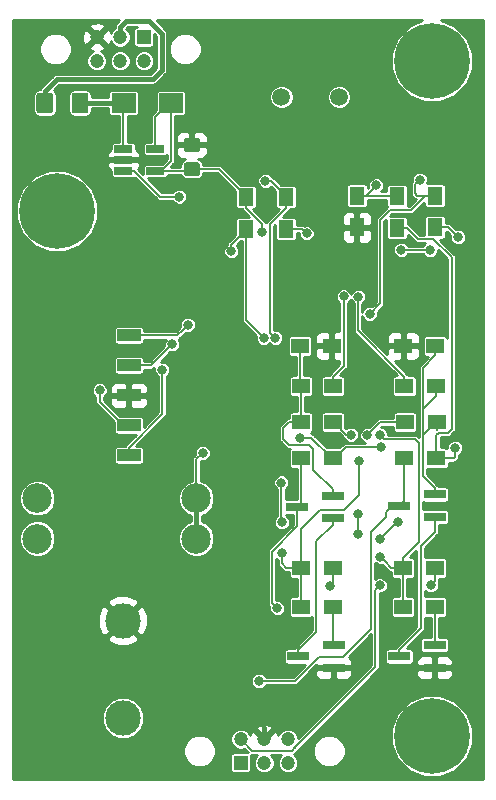
<source format=gbl>
G04 #@! TF.GenerationSoftware,KiCad,Pcbnew,(5.0.0-3-g5ebb6b6)*
G04 #@! TF.CreationDate,2018-11-03T17:58:05-04:00*
G04 #@! TF.ProjectId,vent,76656E742E6B696361645F7063620000,rev?*
G04 #@! TF.SameCoordinates,Original*
G04 #@! TF.FileFunction,Copper,L2,Bot,Signal*
G04 #@! TF.FilePolarity,Positive*
%FSLAX46Y46*%
G04 Gerber Fmt 4.6, Leading zero omitted, Abs format (unit mm)*
G04 Created by KiCad (PCBNEW (5.0.0-3-g5ebb6b6)) date Saturday, November 03, 2018 at 05:58:05 PM*
%MOMM*%
%LPD*%
G01*
G04 APERTURE LIST*
G04 #@! TA.AperFunction,SMDPad,CuDef*
%ADD10R,1.300000X1.500000*%
G04 #@! TD*
G04 #@! TA.AperFunction,SMDPad,CuDef*
%ADD11R,2.000000X1.000000*%
G04 #@! TD*
G04 #@! TA.AperFunction,Conductor*
%ADD12C,0.100000*%
G04 #@! TD*
G04 #@! TA.AperFunction,SMDPad,CuDef*
%ADD13C,1.150000*%
G04 #@! TD*
G04 #@! TA.AperFunction,ComponentPad*
%ADD14C,1.500000*%
G04 #@! TD*
G04 #@! TA.AperFunction,SMDPad,CuDef*
%ADD15C,1.425000*%
G04 #@! TD*
G04 #@! TA.AperFunction,SMDPad,CuDef*
%ADD16R,1.560000X0.650000*%
G04 #@! TD*
G04 #@! TA.AperFunction,SMDPad,CuDef*
%ADD17R,1.900000X0.800000*%
G04 #@! TD*
G04 #@! TA.AperFunction,SMDPad,CuDef*
%ADD18R,1.500000X1.300000*%
G04 #@! TD*
G04 #@! TA.AperFunction,SMDPad,CuDef*
%ADD19R,2.000000X1.700000*%
G04 #@! TD*
G04 #@! TA.AperFunction,ComponentPad*
%ADD20C,3.000000*%
G04 #@! TD*
G04 #@! TA.AperFunction,ComponentPad*
%ADD21C,2.500000*%
G04 #@! TD*
G04 #@! TA.AperFunction,ComponentPad*
%ADD22C,1.200000*%
G04 #@! TD*
G04 #@! TA.AperFunction,ComponentPad*
%ADD23R,1.200000X1.200000*%
G04 #@! TD*
G04 #@! TA.AperFunction,ComponentPad*
%ADD24C,6.400000*%
G04 #@! TD*
G04 #@! TA.AperFunction,ViaPad*
%ADD25C,0.800000*%
G04 #@! TD*
G04 #@! TA.AperFunction,Conductor*
%ADD26C,0.152400*%
G04 #@! TD*
G04 #@! TA.AperFunction,Conductor*
%ADD27C,0.381000*%
G04 #@! TD*
G04 #@! TA.AperFunction,Conductor*
%ADD28C,0.254000*%
G04 #@! TD*
G04 APERTURE END LIST*
D10*
G04 #@! TO.P,R8,1*
G04 #@! TO.N,+5V*
X152781000Y-78994000D03*
G04 #@! TO.P,R8,2*
G04 #@! TO.N,/Linear Actuator Driver/SCL*
X152781000Y-76294000D03*
G04 #@! TD*
D11*
G04 #@! TO.P,J3,1*
G04 #@! TO.N,/Microcontroller/ICSPCLK*
X139446000Y-88011000D03*
G04 #@! TO.P,J3,2*
G04 #@! TO.N,/Microcontroller/ICSPDAT*
X139446000Y-90551000D03*
G04 #@! TO.P,J3,3*
G04 #@! TO.N,GND*
X139446000Y-93091000D03*
G04 #@! TO.P,J3,4*
G04 #@! TO.N,+5V*
X139446000Y-95631000D03*
G04 #@! TO.P,J3,5*
G04 #@! TO.N,/Microcontroller/~MCLR*
X139446000Y-98171000D03*
G04 #@! TD*
D12*
G04 #@! TO.N,GND*
G04 #@! TO.C,C1*
G36*
X145254505Y-71308204D02*
X145278773Y-71311804D01*
X145302572Y-71317765D01*
X145325671Y-71326030D01*
X145347850Y-71336520D01*
X145368893Y-71349132D01*
X145388599Y-71363747D01*
X145406777Y-71380223D01*
X145423253Y-71398401D01*
X145437868Y-71418107D01*
X145450480Y-71439150D01*
X145460970Y-71461329D01*
X145469235Y-71484428D01*
X145475196Y-71508227D01*
X145478796Y-71532495D01*
X145480000Y-71556999D01*
X145480000Y-72207001D01*
X145478796Y-72231505D01*
X145475196Y-72255773D01*
X145469235Y-72279572D01*
X145460970Y-72302671D01*
X145450480Y-72324850D01*
X145437868Y-72345893D01*
X145423253Y-72365599D01*
X145406777Y-72383777D01*
X145388599Y-72400253D01*
X145368893Y-72414868D01*
X145347850Y-72427480D01*
X145325671Y-72437970D01*
X145302572Y-72446235D01*
X145278773Y-72452196D01*
X145254505Y-72455796D01*
X145230001Y-72457000D01*
X144329999Y-72457000D01*
X144305495Y-72455796D01*
X144281227Y-72452196D01*
X144257428Y-72446235D01*
X144234329Y-72437970D01*
X144212150Y-72427480D01*
X144191107Y-72414868D01*
X144171401Y-72400253D01*
X144153223Y-72383777D01*
X144136747Y-72365599D01*
X144122132Y-72345893D01*
X144109520Y-72324850D01*
X144099030Y-72302671D01*
X144090765Y-72279572D01*
X144084804Y-72255773D01*
X144081204Y-72231505D01*
X144080000Y-72207001D01*
X144080000Y-71556999D01*
X144081204Y-71532495D01*
X144084804Y-71508227D01*
X144090765Y-71484428D01*
X144099030Y-71461329D01*
X144109520Y-71439150D01*
X144122132Y-71418107D01*
X144136747Y-71398401D01*
X144153223Y-71380223D01*
X144171401Y-71363747D01*
X144191107Y-71349132D01*
X144212150Y-71336520D01*
X144234329Y-71326030D01*
X144257428Y-71317765D01*
X144281227Y-71311804D01*
X144305495Y-71308204D01*
X144329999Y-71307000D01*
X145230001Y-71307000D01*
X145254505Y-71308204D01*
X145254505Y-71308204D01*
G37*
D13*
G04 #@! TD*
G04 #@! TO.P,C1,1*
G04 #@! TO.N,GND*
X144780000Y-71882000D03*
D12*
G04 #@! TO.N,+5V*
G04 #@! TO.C,C1*
G36*
X145254505Y-73358204D02*
X145278773Y-73361804D01*
X145302572Y-73367765D01*
X145325671Y-73376030D01*
X145347850Y-73386520D01*
X145368893Y-73399132D01*
X145388599Y-73413747D01*
X145406777Y-73430223D01*
X145423253Y-73448401D01*
X145437868Y-73468107D01*
X145450480Y-73489150D01*
X145460970Y-73511329D01*
X145469235Y-73534428D01*
X145475196Y-73558227D01*
X145478796Y-73582495D01*
X145480000Y-73606999D01*
X145480000Y-74257001D01*
X145478796Y-74281505D01*
X145475196Y-74305773D01*
X145469235Y-74329572D01*
X145460970Y-74352671D01*
X145450480Y-74374850D01*
X145437868Y-74395893D01*
X145423253Y-74415599D01*
X145406777Y-74433777D01*
X145388599Y-74450253D01*
X145368893Y-74464868D01*
X145347850Y-74477480D01*
X145325671Y-74487970D01*
X145302572Y-74496235D01*
X145278773Y-74502196D01*
X145254505Y-74505796D01*
X145230001Y-74507000D01*
X144329999Y-74507000D01*
X144305495Y-74505796D01*
X144281227Y-74502196D01*
X144257428Y-74496235D01*
X144234329Y-74487970D01*
X144212150Y-74477480D01*
X144191107Y-74464868D01*
X144171401Y-74450253D01*
X144153223Y-74433777D01*
X144136747Y-74415599D01*
X144122132Y-74395893D01*
X144109520Y-74374850D01*
X144099030Y-74352671D01*
X144090765Y-74329572D01*
X144084804Y-74305773D01*
X144081204Y-74281505D01*
X144080000Y-74257001D01*
X144080000Y-73606999D01*
X144081204Y-73582495D01*
X144084804Y-73558227D01*
X144090765Y-73534428D01*
X144099030Y-73511329D01*
X144109520Y-73489150D01*
X144122132Y-73468107D01*
X144136747Y-73448401D01*
X144153223Y-73430223D01*
X144171401Y-73413747D01*
X144191107Y-73399132D01*
X144212150Y-73386520D01*
X144234329Y-73376030D01*
X144257428Y-73367765D01*
X144281227Y-73361804D01*
X144305495Y-73358204D01*
X144329999Y-73357000D01*
X145230001Y-73357000D01*
X145254505Y-73358204D01*
X145254505Y-73358204D01*
G37*
D13*
G04 #@! TD*
G04 #@! TO.P,C1,2*
G04 #@! TO.N,+5V*
X144780000Y-73932000D03*
D14*
G04 #@! TO.P,Y1,1*
G04 #@! TO.N,/Microcontroller/OSC1*
X157251400Y-67818000D03*
G04 #@! TO.P,Y1,2*
G04 #@! TO.N,/Microcontroller/OSC2*
X152371400Y-67818000D03*
G04 #@! TD*
D12*
G04 #@! TO.N,Net-(F2-Pad1)*
G04 #@! TO.C,F2*
G36*
X135796004Y-67452204D02*
X135820273Y-67455804D01*
X135844071Y-67461765D01*
X135867171Y-67470030D01*
X135889349Y-67480520D01*
X135910393Y-67493133D01*
X135930098Y-67507747D01*
X135948277Y-67524223D01*
X135964753Y-67542402D01*
X135979367Y-67562107D01*
X135991980Y-67583151D01*
X136002470Y-67605329D01*
X136010735Y-67628429D01*
X136016696Y-67652227D01*
X136020296Y-67676496D01*
X136021500Y-67701000D01*
X136021500Y-68951000D01*
X136020296Y-68975504D01*
X136016696Y-68999773D01*
X136010735Y-69023571D01*
X136002470Y-69046671D01*
X135991980Y-69068849D01*
X135979367Y-69089893D01*
X135964753Y-69109598D01*
X135948277Y-69127777D01*
X135930098Y-69144253D01*
X135910393Y-69158867D01*
X135889349Y-69171480D01*
X135867171Y-69181970D01*
X135844071Y-69190235D01*
X135820273Y-69196196D01*
X135796004Y-69199796D01*
X135771500Y-69201000D01*
X134846500Y-69201000D01*
X134821996Y-69199796D01*
X134797727Y-69196196D01*
X134773929Y-69190235D01*
X134750829Y-69181970D01*
X134728651Y-69171480D01*
X134707607Y-69158867D01*
X134687902Y-69144253D01*
X134669723Y-69127777D01*
X134653247Y-69109598D01*
X134638633Y-69089893D01*
X134626020Y-69068849D01*
X134615530Y-69046671D01*
X134607265Y-69023571D01*
X134601304Y-68999773D01*
X134597704Y-68975504D01*
X134596500Y-68951000D01*
X134596500Y-67701000D01*
X134597704Y-67676496D01*
X134601304Y-67652227D01*
X134607265Y-67628429D01*
X134615530Y-67605329D01*
X134626020Y-67583151D01*
X134638633Y-67562107D01*
X134653247Y-67542402D01*
X134669723Y-67524223D01*
X134687902Y-67507747D01*
X134707607Y-67493133D01*
X134728651Y-67480520D01*
X134750829Y-67470030D01*
X134773929Y-67461765D01*
X134797727Y-67455804D01*
X134821996Y-67452204D01*
X134846500Y-67451000D01*
X135771500Y-67451000D01*
X135796004Y-67452204D01*
X135796004Y-67452204D01*
G37*
D15*
G04 #@! TD*
G04 #@! TO.P,F2,1*
G04 #@! TO.N,Net-(F2-Pad1)*
X135309000Y-68326000D03*
D12*
G04 #@! TO.N,Net-(F2-Pad2)*
G04 #@! TO.C,F2*
G36*
X132821004Y-67452204D02*
X132845273Y-67455804D01*
X132869071Y-67461765D01*
X132892171Y-67470030D01*
X132914349Y-67480520D01*
X132935393Y-67493133D01*
X132955098Y-67507747D01*
X132973277Y-67524223D01*
X132989753Y-67542402D01*
X133004367Y-67562107D01*
X133016980Y-67583151D01*
X133027470Y-67605329D01*
X133035735Y-67628429D01*
X133041696Y-67652227D01*
X133045296Y-67676496D01*
X133046500Y-67701000D01*
X133046500Y-68951000D01*
X133045296Y-68975504D01*
X133041696Y-68999773D01*
X133035735Y-69023571D01*
X133027470Y-69046671D01*
X133016980Y-69068849D01*
X133004367Y-69089893D01*
X132989753Y-69109598D01*
X132973277Y-69127777D01*
X132955098Y-69144253D01*
X132935393Y-69158867D01*
X132914349Y-69171480D01*
X132892171Y-69181970D01*
X132869071Y-69190235D01*
X132845273Y-69196196D01*
X132821004Y-69199796D01*
X132796500Y-69201000D01*
X131871500Y-69201000D01*
X131846996Y-69199796D01*
X131822727Y-69196196D01*
X131798929Y-69190235D01*
X131775829Y-69181970D01*
X131753651Y-69171480D01*
X131732607Y-69158867D01*
X131712902Y-69144253D01*
X131694723Y-69127777D01*
X131678247Y-69109598D01*
X131663633Y-69089893D01*
X131651020Y-69068849D01*
X131640530Y-69046671D01*
X131632265Y-69023571D01*
X131626304Y-68999773D01*
X131622704Y-68975504D01*
X131621500Y-68951000D01*
X131621500Y-67701000D01*
X131622704Y-67676496D01*
X131626304Y-67652227D01*
X131632265Y-67628429D01*
X131640530Y-67605329D01*
X131651020Y-67583151D01*
X131663633Y-67562107D01*
X131678247Y-67542402D01*
X131694723Y-67524223D01*
X131712902Y-67507747D01*
X131732607Y-67493133D01*
X131753651Y-67480520D01*
X131775829Y-67470030D01*
X131798929Y-67461765D01*
X131822727Y-67455804D01*
X131846996Y-67452204D01*
X131871500Y-67451000D01*
X132796500Y-67451000D01*
X132821004Y-67452204D01*
X132821004Y-67452204D01*
G37*
D15*
G04 #@! TD*
G04 #@! TO.P,F2,2*
G04 #@! TO.N,Net-(F2-Pad2)*
X132334000Y-68326000D03*
D16*
G04 #@! TO.P,U1,1*
G04 #@! TO.N,/Microcontroller/CURR_AMP*
X138985000Y-74102000D03*
G04 #@! TO.P,U1,2*
G04 #@! TO.N,GND*
X138985000Y-73152000D03*
G04 #@! TO.P,U1,3*
G04 #@! TO.N,Net-(F2-Pad1)*
X138985000Y-72202000D03*
G04 #@! TO.P,U1,4*
G04 #@! TO.N,+5V*
X141685000Y-72202000D03*
G04 #@! TO.P,U1,5*
X141685000Y-74102000D03*
G04 #@! TD*
D17*
G04 #@! TO.P,Q1,3*
G04 #@! TO.N,/Linear Actuator Driver/~MOTOR_FWD*
X153718000Y-102550000D03*
G04 #@! TO.P,Q1,2*
G04 #@! TO.N,Net-(Q1-Pad2)*
X156718000Y-103500000D03*
G04 #@! TO.P,Q1,1*
G04 #@! TO.N,Net-(Q1-Pad1)*
X156718000Y-101600000D03*
G04 #@! TD*
G04 #@! TO.P,Q2,1*
G04 #@! TO.N,Net-(Q2-Pad1)*
X156797000Y-114239000D03*
G04 #@! TO.P,Q2,2*
G04 #@! TO.N,GND*
X156797000Y-116139000D03*
G04 #@! TO.P,Q2,3*
G04 #@! TO.N,Net-(Q1-Pad2)*
X153797000Y-115189000D03*
G04 #@! TD*
G04 #@! TO.P,Q7,1*
G04 #@! TO.N,Net-(Q7-Pad1)*
X165354000Y-101473000D03*
G04 #@! TO.P,Q7,2*
G04 #@! TO.N,Net-(Q7-Pad2)*
X165354000Y-103373000D03*
G04 #@! TO.P,Q7,3*
G04 #@! TO.N,/Linear Actuator Driver/~MOTOR_BWD*
X162354000Y-102423000D03*
G04 #@! TD*
G04 #@! TO.P,Q8,3*
G04 #@! TO.N,Net-(Q7-Pad2)*
X162330000Y-115189000D03*
G04 #@! TO.P,Q8,2*
G04 #@! TO.N,GND*
X165330000Y-116139000D03*
G04 #@! TO.P,Q8,1*
G04 #@! TO.N,Net-(Q8-Pad1)*
X165330000Y-114239000D03*
G04 #@! TD*
D18*
G04 #@! TO.P,R21,1*
G04 #@! TO.N,GND*
X162687000Y-88900000D03*
G04 #@! TO.P,R21,2*
G04 #@! TO.N,Net-(Q7-Pad1)*
X165387000Y-88900000D03*
G04 #@! TD*
D10*
G04 #@! TO.P,R3,2*
G04 #@! TO.N,GND*
X158750000Y-78867000D03*
G04 #@! TO.P,R3,1*
G04 #@! TO.N,/Microcontroller/VBAT*
X158750000Y-76167000D03*
G04 #@! TD*
G04 #@! TO.P,R4,1*
G04 #@! TO.N,+5V*
X165354000Y-78867000D03*
G04 #@! TO.P,R4,2*
G04 #@! TO.N,/Microcontroller/~MCLR*
X165354000Y-76167000D03*
G04 #@! TD*
G04 #@! TO.P,R9,2*
G04 #@! TO.N,/Linear Actuator Driver/SDA*
X149352000Y-78994000D03*
G04 #@! TO.P,R9,1*
G04 #@! TO.N,+5V*
X149352000Y-76294000D03*
G04 #@! TD*
D18*
G04 #@! TO.P,R10,1*
G04 #@! TO.N,Net-(Q1-Pad1)*
X154018000Y-92329000D03*
G04 #@! TO.P,R10,2*
G04 #@! TO.N,/Linear Actuator Driver/MCU_FWD*
X156718000Y-92329000D03*
G04 #@! TD*
G04 #@! TO.P,R11,2*
G04 #@! TO.N,/Linear Actuator Driver/~MOTOR_FWD*
X154051000Y-98425000D03*
G04 #@! TO.P,R11,1*
G04 #@! TO.N,+BATT*
X156751000Y-98425000D03*
G04 #@! TD*
G04 #@! TO.P,R12,1*
G04 #@! TO.N,Net-(Q1-Pad1)*
X153924000Y-88900000D03*
G04 #@! TO.P,R12,2*
G04 #@! TO.N,GND*
X156624000Y-88900000D03*
G04 #@! TD*
G04 #@! TO.P,R13,2*
G04 #@! TO.N,/Linear Actuator Driver/~LIM_HIGH*
X154051000Y-107696000D03*
G04 #@! TO.P,R13,1*
G04 #@! TO.N,+BATT*
X156751000Y-107696000D03*
G04 #@! TD*
G04 #@! TO.P,R14,1*
G04 #@! TO.N,Net-(Q2-Pad1)*
X156751000Y-110998000D03*
G04 #@! TO.P,R14,2*
G04 #@! TO.N,/Linear Actuator Driver/~LIM_HIGH*
X154051000Y-110998000D03*
G04 #@! TD*
G04 #@! TO.P,R15,2*
G04 #@! TO.N,Net-(Q7-Pad1)*
X165514000Y-95377000D03*
G04 #@! TO.P,R15,1*
G04 #@! TO.N,+5VBAT*
X162814000Y-95377000D03*
G04 #@! TD*
G04 #@! TO.P,R16,1*
G04 #@! TO.N,+BATT*
X165481000Y-98425000D03*
G04 #@! TO.P,R16,2*
G04 #@! TO.N,/Linear Actuator Driver/~MOTOR_BWD*
X162781000Y-98425000D03*
G04 #@! TD*
G04 #@! TO.P,R17,2*
G04 #@! TO.N,/Linear Actuator Driver/MCU_BWD*
X162781000Y-92329000D03*
G04 #@! TO.P,R17,1*
G04 #@! TO.N,Net-(Q7-Pad1)*
X165481000Y-92329000D03*
G04 #@! TD*
G04 #@! TO.P,R18,1*
G04 #@! TO.N,+BATT*
X165354000Y-107696000D03*
G04 #@! TO.P,R18,2*
G04 #@! TO.N,/Linear Actuator Driver/~LIM_LOW*
X162654000Y-107696000D03*
G04 #@! TD*
G04 #@! TO.P,R19,2*
G04 #@! TO.N,/Linear Actuator Driver/~LIM_LOW*
X162654000Y-110998000D03*
G04 #@! TO.P,R19,1*
G04 #@! TO.N,Net-(Q8-Pad1)*
X165354000Y-110998000D03*
G04 #@! TD*
D10*
G04 #@! TO.P,R2,1*
G04 #@! TO.N,+BATT*
X162179000Y-78900000D03*
G04 #@! TO.P,R2,2*
G04 #@! TO.N,/Microcontroller/VBAT*
X162179000Y-76200000D03*
G04 #@! TD*
D18*
G04 #@! TO.P,R20,2*
G04 #@! TO.N,+5VBAT*
X156718000Y-95377000D03*
G04 #@! TO.P,R20,1*
G04 #@! TO.N,Net-(Q1-Pad1)*
X154018000Y-95377000D03*
G04 #@! TD*
D19*
G04 #@! TO.P,R1,2*
G04 #@! TO.N,Net-(F2-Pad1)*
X139002000Y-68326000D03*
G04 #@! TO.P,R1,1*
G04 #@! TO.N,+5V*
X143002000Y-68326000D03*
G04 #@! TD*
D20*
G04 #@! TO.P,J1,1*
G04 #@! TO.N,Net-(F1-Pad1)*
X138938000Y-120401000D03*
G04 #@! TO.P,J1,2*
G04 #@! TO.N,GND*
X138938000Y-112151000D03*
G04 #@! TD*
D21*
G04 #@! TO.P,F1,1*
G04 #@! TO.N,Net-(F1-Pad1)*
X131695000Y-101805000D03*
X131695000Y-105205000D03*
G04 #@! TO.P,F1,2*
G04 #@! TO.N,+BATT*
X145165000Y-105205000D03*
X145165000Y-101805000D03*
G04 #@! TD*
D22*
G04 #@! TO.P,J2,4*
G04 #@! TO.N,CANH*
X140723000Y-64754000D03*
G04 #@! TO.P,J2,5*
G04 #@! TO.N,CANL*
X138723000Y-64754000D03*
G04 #@! TO.P,J2,6*
G04 #@! TO.N,N/C*
X136723000Y-64754000D03*
G04 #@! TO.P,J2,3*
G04 #@! TO.N,GND*
X136723000Y-62754000D03*
D23*
G04 #@! TO.P,J2,1*
G04 #@! TO.N,Net-(J2-Pad1)*
X140723000Y-62754000D03*
D22*
G04 #@! TO.P,J2,2*
G04 #@! TO.N,Net-(F2-Pad2)*
X138723000Y-62754000D03*
G04 #@! TD*
G04 #@! TO.P,J4,2*
G04 #@! TO.N,/Linear Actuator Driver/MOTOR_V-*
X150915000Y-124190000D03*
D23*
G04 #@! TO.P,J4,1*
G04 #@! TO.N,+5V*
X148915000Y-124190000D03*
D22*
G04 #@! TO.P,J4,3*
G04 #@! TO.N,/Linear Actuator Driver/MOTOR_V+*
X152915000Y-124190000D03*
G04 #@! TO.P,J4,6*
G04 #@! TO.N,N/C*
X152915000Y-122190000D03*
G04 #@! TO.P,J4,5*
G04 #@! TO.N,GND*
X150915000Y-122190000D03*
G04 #@! TO.P,J4,4*
G04 #@! TO.N,/Microcontroller/MOTOR_FEEDBACK*
X148915000Y-122190000D03*
G04 #@! TD*
D24*
G04 #@! TO.P,REF\002A\002A,1*
G04 #@! TO.N,N/C*
X133350000Y-77470000D03*
G04 #@! TD*
G04 #@! TO.P,REF\002A\002A,1*
G04 #@! TO.N,N/C*
X165100000Y-64770000D03*
G04 #@! TD*
G04 #@! TO.P,REF\002A\002A,1*
G04 #@! TO.N,N/C*
X165100000Y-121920000D03*
G04 #@! TD*
D25*
G04 #@! TO.N,+5V*
X136969500Y-92646500D03*
X154495500Y-79375000D03*
X167322500Y-79692500D03*
X150755390Y-79248000D03*
G04 #@! TO.N,GND*
X152654000Y-84645500D03*
X155257500Y-62738000D03*
X132905500Y-95694500D03*
X147447000Y-94488000D03*
X149733000Y-98488500D03*
X167132000Y-100266500D03*
X167068500Y-106108500D03*
X150622000Y-115570000D03*
X156273500Y-75184000D03*
X146240500Y-82042000D03*
X144907000Y-76200000D03*
X159194500Y-115570000D03*
X152400002Y-108381800D03*
X138912600Y-76733400D03*
G04 #@! TO.N,/Microcontroller/MOTOR_FEEDBACK*
X160705800Y-109169200D03*
G04 #@! TO.N,+BATT*
X145694400Y-97967800D03*
X153949400Y-96653390D03*
X160782000Y-97472500D03*
X167068500Y-97536000D03*
X156514800Y-109194600D03*
X165023800Y-109169200D03*
G04 #@! TO.N,/Linear Actuator Driver/SCL*
X151002998Y-74930000D03*
X151841200Y-88207810D03*
G04 #@! TO.N,/Linear Actuator Driver/SDA*
X148132800Y-80899000D03*
X150859406Y-88207810D03*
G04 #@! TO.N,+5VBAT*
X158877000Y-103149478D03*
X158254788Y-96400195D03*
X159639000Y-96456500D03*
X158877000Y-104838500D03*
G04 #@! TO.N,Net-(U6-Pad1)*
X160737544Y-105263946D03*
X162242502Y-103822500D03*
G04 #@! TO.N,Net-(U4-Pad1)*
X152369515Y-100463390D03*
X152400000Y-103822500D03*
G04 #@! TO.N,/Microcontroller/VBAT*
X160385100Y-75301490D03*
G04 #@! TO.N,/Linear Actuator Driver/~LIM_LOW*
X160718499Y-96456500D03*
X160718500Y-106743500D03*
G04 #@! TO.N,/Linear Actuator Driver/MCU_BWD*
X158889611Y-84727263D03*
G04 #@! TO.N,/Linear Actuator Driver/~MOTOR_BWD*
X150469600Y-117271800D03*
G04 #@! TO.N,/Linear Actuator Driver/~LIM_HIGH*
X158940500Y-98615500D03*
X152400000Y-106426000D03*
G04 #@! TO.N,/Linear Actuator Driver/~MOTOR_FWD*
X152019000Y-111125000D03*
G04 #@! TO.N,/Linear Actuator Driver/MCU_FWD*
X157632400Y-84708998D03*
G04 #@! TO.N,/Microcontroller/~MCLR*
X164084000Y-74828400D03*
X159842200Y-86182200D03*
X142290800Y-90932000D03*
G04 #@! TO.N,/Microcontroller/ICSPDAT*
X162509200Y-80772000D03*
X164947600Y-80772000D03*
X143129000Y-88767920D03*
G04 #@! TO.N,/Microcontroller/ICSPCLK*
X144451865Y-87121750D03*
G04 #@! TO.N,/Microcontroller/CURR_AMP*
X143700498Y-76263500D03*
G04 #@! TD*
D26*
G04 #@! TO.N,+5V*
X142852000Y-68326000D02*
X143002000Y-68326000D01*
X141685000Y-69493000D02*
X142852000Y-68326000D01*
X141685000Y-72202000D02*
X141685000Y-69493000D01*
X144610000Y-74102000D02*
X144780000Y-73932000D01*
X141685000Y-74102000D02*
X144610000Y-74102000D01*
X149352000Y-76194000D02*
X149352000Y-76294000D01*
X147090000Y-73932000D02*
X149352000Y-76194000D01*
X144780000Y-73932000D02*
X147090000Y-73932000D01*
X154114500Y-78994000D02*
X154495500Y-79375000D01*
X152781000Y-78994000D02*
X154114500Y-78994000D01*
X166497000Y-78867000D02*
X167322500Y-79692500D01*
X165354000Y-78867000D02*
X166497000Y-78867000D01*
X142140000Y-74102000D02*
X141685000Y-74102000D01*
X143002000Y-73240000D02*
X142140000Y-74102000D01*
X143002000Y-68326000D02*
X143002000Y-73240000D01*
X149352000Y-76294000D02*
X149352000Y-77196400D01*
X149352000Y-77196400D02*
X150755390Y-78599790D01*
X150755390Y-78599790D02*
X150755390Y-78682315D01*
X150755390Y-78682315D02*
X150755390Y-79248000D01*
X136982200Y-92659200D02*
X136969500Y-92646500D01*
X136969500Y-93212185D02*
X136969500Y-92646500D01*
X136969500Y-93654500D02*
X136969500Y-93212185D01*
X138946000Y-95631000D02*
X136969500Y-93654500D01*
X139446000Y-95631000D02*
X138946000Y-95631000D01*
G04 #@! TO.N,GND*
X133305499Y-96183501D02*
X133286500Y-96202500D01*
X167132000Y-100266500D02*
X167697685Y-100266500D01*
X167068500Y-106108500D02*
X167386000Y-105791000D01*
D27*
X150876000Y-121302472D02*
X150876000Y-121221500D01*
X150915000Y-121341472D02*
X150876000Y-121302472D01*
X150915000Y-122190000D02*
X150915000Y-121341472D01*
X137287000Y-73152000D02*
X137541000Y-73152000D01*
X138985000Y-73152000D02*
X137541000Y-73152000D01*
D26*
G04 #@! TO.N,/Microcontroller/MOTOR_FEEDBACK*
X148915000Y-122190000D02*
X149915000Y-123190000D01*
X153225500Y-123190000D02*
X153543000Y-122872500D01*
X149915000Y-123190000D02*
X153225500Y-123190000D01*
X153543000Y-122872500D02*
X153479500Y-122936000D01*
X160324800Y-109575600D02*
X160705800Y-109194600D01*
X160324800Y-116090700D02*
X160324800Y-109575600D01*
X160705800Y-109194600D02*
X160705800Y-109169200D01*
X153543000Y-122872500D02*
X160324800Y-116090700D01*
D27*
G04 #@! TO.N,Net-(F2-Pad2)*
X132334000Y-67351000D02*
X133365600Y-66319400D01*
X132334000Y-68326000D02*
X132334000Y-67351000D01*
X133365600Y-66319400D02*
X133375400Y-66319400D01*
X133365600Y-66319400D02*
X141452600Y-66319400D01*
X141452600Y-66319400D02*
X142240000Y-65532000D01*
X142240000Y-62453778D02*
X141190722Y-61404500D01*
X142240000Y-65532000D02*
X142240000Y-62453778D01*
X141190722Y-61404500D02*
X139192000Y-61404500D01*
X138723000Y-61873500D02*
X138723000Y-62754000D01*
X139192000Y-61404500D02*
X138723000Y-61873500D01*
G04 #@! TO.N,+BATT*
X145165000Y-101805000D02*
X145165000Y-105205000D01*
D26*
X145165000Y-98497200D02*
X145165000Y-101805000D01*
X145694400Y-97967800D02*
X145165000Y-98497200D01*
X156751000Y-98425000D02*
X156651000Y-98425000D01*
X154515085Y-96653390D02*
X153949400Y-96653390D01*
X156651000Y-98425000D02*
X154879390Y-96653390D01*
X154879390Y-96653390D02*
X154515085Y-96653390D01*
X163927001Y-79845601D02*
X162981400Y-78900000D01*
X165240401Y-79845601D02*
X163927001Y-79845601D01*
X166776400Y-81381600D02*
X165240401Y-79845601D01*
X162981400Y-78900000D02*
X162179000Y-78900000D01*
X165481000Y-96443066D02*
X165668465Y-96255601D01*
X166776400Y-95926082D02*
X166776400Y-81381600D01*
X166446881Y-96255601D02*
X166776400Y-95926082D01*
X165668465Y-96255601D02*
X166446881Y-96255601D01*
X165481000Y-98425000D02*
X165481000Y-96443066D01*
X156851000Y-98425000D02*
X157803500Y-97472500D01*
X156751000Y-98425000D02*
X156851000Y-98425000D01*
X157803500Y-97472500D02*
X160782000Y-97472500D01*
X167068500Y-97536000D02*
X167068500Y-98298000D01*
X166941500Y-98425000D02*
X165481000Y-98425000D01*
X167068500Y-98298000D02*
X166941500Y-98425000D01*
X156751000Y-108958400D02*
X156514800Y-109194600D01*
X156751000Y-107696000D02*
X156751000Y-108958400D01*
X165354000Y-108839000D02*
X165023800Y-109169200D01*
X165354000Y-107696000D02*
X165354000Y-108839000D01*
G04 #@! TO.N,/Linear Actuator Driver/SCL*
X151517000Y-74930000D02*
X151002998Y-74930000D01*
X152781000Y-76194000D02*
X151517000Y-74930000D01*
X152781000Y-76294000D02*
X152781000Y-76194000D01*
X151384000Y-87750610D02*
X151441201Y-87807811D01*
X152781000Y-77196400D02*
X151384000Y-78593400D01*
X152781000Y-76294000D02*
X152781000Y-77196400D01*
X151384000Y-78593400D02*
X151384000Y-87750610D01*
X151441201Y-87807811D02*
X151841200Y-88207810D01*
G04 #@! TO.N,/Linear Actuator Driver/SDA*
X148132800Y-80313200D02*
X148132800Y-80899000D01*
X149352000Y-79094000D02*
X148132800Y-80313200D01*
X149352000Y-78994000D02*
X149352000Y-79094000D01*
X149352000Y-86700404D02*
X150459407Y-87807811D01*
X149352000Y-78994000D02*
X149352000Y-86700404D01*
X150459407Y-87807811D02*
X150859406Y-88207810D01*
G04 #@! TO.N,+5VBAT*
X156718000Y-95377000D02*
X156818000Y-95377000D01*
X160038999Y-96056501D02*
X159639000Y-96456500D01*
X156818000Y-95377000D02*
X157841195Y-96400195D01*
X157841195Y-96400195D02*
X158254788Y-96400195D01*
X162814000Y-95377000D02*
X160718500Y-95377000D01*
X160718500Y-95377000D02*
X160038999Y-96056501D01*
X158877000Y-103149478D02*
X158877000Y-104838500D01*
G04 #@! TO.N,Net-(U6-Pad1)*
X160737544Y-105263946D02*
X162178990Y-103822500D01*
X162178990Y-103822500D02*
X162242502Y-103822500D01*
G04 #@! TO.N,Net-(U4-Pad1)*
X152369515Y-100463390D02*
X152369515Y-103792015D01*
X152369515Y-103792015D02*
X152400000Y-103822500D01*
G04 #@! TO.N,Net-(F2-Pad1)*
X138985000Y-68343000D02*
X139002000Y-68326000D01*
X138985000Y-72202000D02*
X138985000Y-68343000D01*
D27*
X135309000Y-68326000D02*
X139002000Y-68326000D01*
D26*
G04 #@! TO.N,Net-(Q1-Pad1)*
X153924000Y-92235000D02*
X154018000Y-92329000D01*
X153924000Y-88900000D02*
X153924000Y-92235000D01*
X154018000Y-93131400D02*
X154018000Y-95377000D01*
X154018000Y-92329000D02*
X154018000Y-93131400D01*
X152527000Y-95821500D02*
X152971500Y-95377000D01*
X153035000Y-97282000D02*
X152527000Y-96774000D01*
X154719482Y-97282000D02*
X153035000Y-97282000D01*
X156718000Y-101047600D02*
X155041600Y-99371200D01*
X155041600Y-99371200D02*
X155041600Y-97604118D01*
X156718000Y-101600000D02*
X156718000Y-101047600D01*
X152527000Y-96774000D02*
X152527000Y-95821500D01*
X155041600Y-97604118D02*
X154719482Y-97282000D01*
X152971500Y-95377000D02*
X154018000Y-95377000D01*
G04 #@! TO.N,/Microcontroller/VBAT*
X162146000Y-76167000D02*
X162179000Y-76200000D01*
X158750000Y-76167000D02*
X162146000Y-76167000D01*
X158750000Y-76167000D02*
X159552400Y-76167000D01*
X159552400Y-76167000D02*
X160385100Y-75334300D01*
X160385100Y-75334300D02*
X160385100Y-75301490D01*
G04 #@! TO.N,/Linear Actuator Driver/~LIM_LOW*
X162654000Y-110195600D02*
X162654000Y-107696000D01*
X162654000Y-110998000D02*
X162654000Y-110195600D01*
X160718500Y-96456500D02*
X160718499Y-96456500D01*
X161036000Y-96774000D02*
X160718500Y-96456500D01*
X162654000Y-107696000D02*
X162654000Y-106893600D01*
X164020500Y-97155000D02*
X163639500Y-96774000D01*
X163639500Y-96774000D02*
X161036000Y-96774000D01*
X164020500Y-105527100D02*
X164020500Y-97155000D01*
X162654000Y-106893600D02*
X164020500Y-105527100D01*
X161671000Y-107696000D02*
X161118499Y-107143499D01*
X162654000Y-107696000D02*
X161671000Y-107696000D01*
X161118499Y-107143499D02*
X160718500Y-106743500D01*
G04 #@! TO.N,Net-(Q8-Pad1)*
X165354000Y-114215000D02*
X165330000Y-114239000D01*
X165354000Y-110998000D02*
X165354000Y-114215000D01*
G04 #@! TO.N,/Linear Actuator Driver/MCU_BWD*
X158826200Y-87571800D02*
X158826200Y-84790674D01*
X162781000Y-91526600D02*
X158826200Y-87571800D01*
X158826200Y-84790674D02*
X158889611Y-84727263D01*
X162781000Y-92329000D02*
X162781000Y-91526600D01*
G04 #@! TO.N,Net-(Q7-Pad1)*
X165387000Y-92235000D02*
X165481000Y-92329000D01*
X165481000Y-95344000D02*
X165514000Y-95377000D01*
X165514000Y-95377000D02*
X165514000Y-95979000D01*
X165354000Y-100920600D02*
X165354000Y-101473000D01*
X164338000Y-99904600D02*
X165354000Y-100920600D01*
X165387000Y-89702400D02*
X165387000Y-88900000D01*
X164338000Y-97155000D02*
X164338000Y-97282000D01*
X164338000Y-90751400D02*
X165387000Y-89702400D01*
X164338000Y-94274400D02*
X164338000Y-94742000D01*
X165481000Y-92329000D02*
X165481000Y-93131400D01*
X164338000Y-94742000D02*
X164338000Y-90751400D01*
X165481000Y-93131400D02*
X164338000Y-94274400D01*
X164338000Y-97282000D02*
X164338000Y-94742000D01*
X164338000Y-96453000D02*
X164338000Y-97663000D01*
X165414000Y-95377000D02*
X164338000Y-96453000D01*
X165514000Y-95377000D02*
X165414000Y-95377000D01*
X164338000Y-97663000D02*
X164338000Y-99904600D01*
X164338000Y-97282000D02*
X164338000Y-97663000D01*
G04 #@! TO.N,/Linear Actuator Driver/~MOTOR_BWD*
X162781000Y-101996000D02*
X162354000Y-102423000D01*
X162781000Y-98425000D02*
X162781000Y-101996000D01*
X159969200Y-104676632D02*
X161251600Y-103394232D01*
X159969200Y-112828282D02*
X159969200Y-104676632D01*
X161804000Y-102423000D02*
X162354000Y-102423000D01*
X161251600Y-102975400D02*
X161804000Y-102423000D01*
X161251600Y-103394232D02*
X161251600Y-102975400D01*
X157557682Y-115239800D02*
X159969200Y-112828282D01*
X150469600Y-117271800D02*
X153475682Y-117271800D01*
X155507682Y-115239800D02*
X157557682Y-115239800D01*
X153475682Y-117271800D02*
X155507682Y-115239800D01*
G04 #@! TO.N,Net-(Q2-Pad1)*
X156751000Y-114193000D02*
X156797000Y-114239000D01*
X156751000Y-110998000D02*
X156751000Y-114193000D01*
G04 #@! TO.N,/Linear Actuator Driver/~LIM_HIGH*
X154051000Y-110998000D02*
X154051000Y-107696000D01*
X158940500Y-101511100D02*
X158940500Y-99181185D01*
X158940500Y-99181185D02*
X158940500Y-98615500D01*
X155651200Y-102793800D02*
X157657800Y-102793800D01*
X154051000Y-107696000D02*
X154051000Y-104394000D01*
X154051000Y-104394000D02*
X155651200Y-102793800D01*
X157657800Y-102793800D02*
X158940500Y-101511100D01*
X154051000Y-107696000D02*
X152781000Y-107696000D01*
X152781000Y-107696000D02*
X152400000Y-107315000D01*
X152400000Y-107315000D02*
X152400000Y-106426000D01*
G04 #@! TO.N,/Linear Actuator Driver/~MOTOR_FWD*
X154051000Y-102217000D02*
X153718000Y-102550000D01*
X154051000Y-98425000D02*
X154051000Y-102217000D01*
X151580898Y-106314770D02*
X151580898Y-110686898D01*
X151580898Y-110686898D02*
X151619001Y-110725001D01*
X153718000Y-104177668D02*
X151580898Y-106314770D01*
X151619001Y-110725001D02*
X152019000Y-111125000D01*
X153718000Y-102550000D02*
X153718000Y-104177668D01*
G04 #@! TO.N,/Linear Actuator Driver/MCU_FWD*
X156718000Y-92329000D02*
X156718000Y-91526600D01*
X156718000Y-91526600D02*
X157632400Y-90612200D01*
X157632400Y-90612200D02*
X157632400Y-85274683D01*
X157632400Y-85274683D02*
X157632400Y-84708998D01*
G04 #@! TO.N,/Microcontroller/~MCLR*
X163684001Y-75228399D02*
X163684001Y-75977801D01*
X164084000Y-74828400D02*
X163684001Y-75228399D01*
X163873200Y-76167000D02*
X165354000Y-76167000D01*
X163684001Y-75977801D02*
X163873200Y-76167000D01*
X159842200Y-86182200D02*
X160731200Y-85293200D01*
X160731200Y-85293200D02*
X160731200Y-78206600D01*
X160731200Y-78206600D02*
X161544000Y-77393800D01*
X164551600Y-76167000D02*
X165354000Y-76167000D01*
X163324800Y-77393800D02*
X164551600Y-76167000D01*
X161544000Y-77393800D02*
X163324800Y-77393800D01*
X142290800Y-94673800D02*
X142290800Y-91497685D01*
X142290800Y-91497685D02*
X142290800Y-90932000D01*
X139446000Y-98171000D02*
X139446000Y-97518600D01*
X139446000Y-97518600D02*
X142290800Y-94673800D01*
G04 #@! TO.N,/Microcontroller/ICSPDAT*
X162509200Y-80772000D02*
X164947600Y-80772000D01*
X139446000Y-90551000D02*
X141345920Y-90551000D01*
X141345920Y-90551000D02*
X143129000Y-88767920D01*
G04 #@! TO.N,/Microcontroller/ICSPCLK*
X144051866Y-87521749D02*
X144451865Y-87121750D01*
X143562615Y-88011000D02*
X144051866Y-87521749D01*
X139446000Y-88011000D02*
X143562615Y-88011000D01*
G04 #@! TO.N,Net-(Q7-Pad2)*
X162330000Y-114636600D02*
X164146279Y-112820321D01*
X162330000Y-115189000D02*
X162330000Y-114636600D01*
X164146279Y-112820321D02*
X164146279Y-105832387D01*
X164146279Y-105832387D02*
X165354000Y-104624666D01*
X165354000Y-103925400D02*
X165354000Y-103373000D01*
X165354000Y-104624666D02*
X165354000Y-103925400D01*
G04 #@! TO.N,Net-(Q1-Pad2)*
X153797000Y-114636600D02*
X155321000Y-113112600D01*
X156718000Y-104052400D02*
X156718000Y-103500000D01*
X155321000Y-105449400D02*
X156718000Y-104052400D01*
X155321000Y-113112600D02*
X155321000Y-105449400D01*
X153797000Y-115189000D02*
X153797000Y-114636600D01*
G04 #@! TO.N,/Microcontroller/CURR_AMP*
X142078900Y-76263500D02*
X143134813Y-76263500D01*
X139917400Y-74102000D02*
X142078900Y-76263500D01*
X138985000Y-74102000D02*
X139917400Y-74102000D01*
X143134813Y-76263500D02*
X143700498Y-76263500D01*
G04 #@! TD*
D28*
G04 #@! TO.N,GND*
G36*
X138423454Y-61508508D02*
X138384222Y-61534722D01*
X138280365Y-61690155D01*
X138253100Y-61827225D01*
X138253100Y-61827228D01*
X138243896Y-61873500D01*
X138253100Y-61919773D01*
X138253100Y-61996784D01*
X138224860Y-62008481D01*
X137977481Y-62255860D01*
X137922380Y-62388885D01*
X137811164Y-62120383D01*
X137585735Y-62070870D01*
X136902605Y-62754000D01*
X137585735Y-63437130D01*
X137811164Y-63387617D01*
X137912013Y-63094087D01*
X137977481Y-63252140D01*
X138224860Y-63499519D01*
X138548077Y-63633400D01*
X138897923Y-63633400D01*
X139221140Y-63499519D01*
X139468519Y-63252140D01*
X139602400Y-62928923D01*
X139602400Y-62579077D01*
X139468519Y-62255860D01*
X139236849Y-62024190D01*
X139386639Y-61874400D01*
X140096491Y-61874400D01*
X140013984Y-61890812D01*
X139921564Y-61952564D01*
X139859812Y-62044984D01*
X139838127Y-62154000D01*
X139838127Y-63354000D01*
X139859812Y-63463016D01*
X139921564Y-63555436D01*
X140013984Y-63617188D01*
X140123000Y-63638873D01*
X141323000Y-63638873D01*
X141432016Y-63617188D01*
X141524436Y-63555436D01*
X141586188Y-63463016D01*
X141607873Y-63354000D01*
X141607873Y-62486190D01*
X141770101Y-62648418D01*
X141770100Y-65337361D01*
X141257962Y-65849500D01*
X133411872Y-65849500D01*
X133365600Y-65840296D01*
X133319328Y-65849500D01*
X133319324Y-65849500D01*
X133182254Y-65876765D01*
X133026822Y-65980622D01*
X133000609Y-66019852D01*
X132034452Y-66986010D01*
X131995223Y-67012222D01*
X131969011Y-67051451D01*
X131969009Y-67051453D01*
X131892386Y-67166127D01*
X131871500Y-67166127D01*
X131666813Y-67206842D01*
X131493288Y-67322788D01*
X131377342Y-67496313D01*
X131336627Y-67701000D01*
X131336627Y-68951000D01*
X131377342Y-69155687D01*
X131493288Y-69329212D01*
X131666813Y-69445158D01*
X131871500Y-69485873D01*
X132796500Y-69485873D01*
X133001187Y-69445158D01*
X133174712Y-69329212D01*
X133290658Y-69155687D01*
X133331373Y-68951000D01*
X133331373Y-67701000D01*
X134311627Y-67701000D01*
X134311627Y-68951000D01*
X134352342Y-69155687D01*
X134468288Y-69329212D01*
X134641813Y-69445158D01*
X134846500Y-69485873D01*
X135771500Y-69485873D01*
X135976187Y-69445158D01*
X136149712Y-69329212D01*
X136265658Y-69155687D01*
X136306373Y-68951000D01*
X136306373Y-68795900D01*
X137717127Y-68795900D01*
X137717127Y-69176000D01*
X137738812Y-69285016D01*
X137800564Y-69377436D01*
X137892984Y-69439188D01*
X138002000Y-69460873D01*
X138629401Y-69460873D01*
X138629400Y-71592127D01*
X138205000Y-71592127D01*
X138095984Y-71613812D01*
X138003564Y-71675564D01*
X137941812Y-71767984D01*
X137920127Y-71877000D01*
X137920127Y-72257679D01*
X137845302Y-72288673D01*
X137666673Y-72467301D01*
X137570000Y-72700690D01*
X137570000Y-72866250D01*
X137728750Y-73025000D01*
X138858000Y-73025000D01*
X138858000Y-73005000D01*
X139112000Y-73005000D01*
X139112000Y-73025000D01*
X140241250Y-73025000D01*
X140400000Y-72866250D01*
X140400000Y-72700690D01*
X140303327Y-72467301D01*
X140124698Y-72288673D01*
X140049873Y-72257679D01*
X140049873Y-71877000D01*
X140028188Y-71767984D01*
X139966436Y-71675564D01*
X139874016Y-71613812D01*
X139765000Y-71592127D01*
X139340600Y-71592127D01*
X139340600Y-69460873D01*
X140002000Y-69460873D01*
X140111016Y-69439188D01*
X140203436Y-69377436D01*
X140265188Y-69285016D01*
X140286873Y-69176000D01*
X140286873Y-67476000D01*
X140265188Y-67366984D01*
X140203436Y-67274564D01*
X140111016Y-67212812D01*
X140002000Y-67191127D01*
X138002000Y-67191127D01*
X137892984Y-67212812D01*
X137800564Y-67274564D01*
X137738812Y-67366984D01*
X137717127Y-67476000D01*
X137717127Y-67856100D01*
X136306373Y-67856100D01*
X136306373Y-67701000D01*
X136265658Y-67496313D01*
X136149712Y-67322788D01*
X135976187Y-67206842D01*
X135771500Y-67166127D01*
X134846500Y-67166127D01*
X134641813Y-67206842D01*
X134468288Y-67322788D01*
X134352342Y-67496313D01*
X134311627Y-67701000D01*
X133331373Y-67701000D01*
X133290658Y-67496313D01*
X133174712Y-67322788D01*
X133086016Y-67263523D01*
X133560239Y-66789300D01*
X141406328Y-66789300D01*
X141452600Y-66798504D01*
X141498872Y-66789300D01*
X141498876Y-66789300D01*
X141635946Y-66762035D01*
X141791378Y-66658178D01*
X141817592Y-66618946D01*
X142539549Y-65896990D01*
X142578778Y-65870778D01*
X142682635Y-65715346D01*
X142709900Y-65578276D01*
X142709900Y-65578272D01*
X142719104Y-65532000D01*
X142709900Y-65485728D01*
X142709900Y-63479620D01*
X142843600Y-63479620D01*
X142843600Y-64028380D01*
X143053601Y-64535367D01*
X143441633Y-64923399D01*
X143948620Y-65133400D01*
X144497380Y-65133400D01*
X145004367Y-64923399D01*
X145392399Y-64535367D01*
X145602400Y-64028380D01*
X145602400Y-63479620D01*
X145392399Y-62972633D01*
X145004367Y-62584601D01*
X144497380Y-62374600D01*
X143948620Y-62374600D01*
X143441633Y-62584601D01*
X143053601Y-62972633D01*
X142843600Y-63479620D01*
X142709900Y-63479620D01*
X142709900Y-62500049D01*
X142719104Y-62453777D01*
X142709900Y-62407505D01*
X142709900Y-62407502D01*
X142682635Y-62270432D01*
X142661293Y-62238491D01*
X142604991Y-62154230D01*
X142604990Y-62154229D01*
X142578778Y-62115000D01*
X142539548Y-62088787D01*
X141791760Y-61341000D01*
X164286228Y-61341000D01*
X163129078Y-61820308D01*
X162150308Y-62799078D01*
X161620600Y-64077904D01*
X161620600Y-65462096D01*
X162150308Y-66740922D01*
X163129078Y-67719692D01*
X164407904Y-68249400D01*
X165792096Y-68249400D01*
X167070922Y-67719692D01*
X168049692Y-66740922D01*
X168579400Y-65462096D01*
X168579400Y-64077904D01*
X168049692Y-62799078D01*
X167070922Y-61820308D01*
X165913772Y-61341000D01*
X169418000Y-61341000D01*
X169418000Y-125603000D01*
X129667000Y-125603000D01*
X129667000Y-122915620D01*
X144035600Y-122915620D01*
X144035600Y-123464380D01*
X144245601Y-123971367D01*
X144633633Y-124359399D01*
X145140620Y-124569400D01*
X145689380Y-124569400D01*
X146196367Y-124359399D01*
X146584399Y-123971367D01*
X146742366Y-123590000D01*
X148030127Y-123590000D01*
X148030127Y-124790000D01*
X148051812Y-124899016D01*
X148113564Y-124991436D01*
X148205984Y-125053188D01*
X148315000Y-125074873D01*
X149515000Y-125074873D01*
X149624016Y-125053188D01*
X149716436Y-124991436D01*
X149778188Y-124899016D01*
X149799873Y-124790000D01*
X149799873Y-123590000D01*
X149787377Y-123527180D01*
X149915000Y-123552566D01*
X149950020Y-123545600D01*
X150315741Y-123545600D01*
X150169481Y-123691860D01*
X150035600Y-124015077D01*
X150035600Y-124364923D01*
X150169481Y-124688140D01*
X150416860Y-124935519D01*
X150740077Y-125069400D01*
X151089923Y-125069400D01*
X151413140Y-124935519D01*
X151660519Y-124688140D01*
X151794400Y-124364923D01*
X151794400Y-124015077D01*
X151660519Y-123691860D01*
X151514259Y-123545600D01*
X152315741Y-123545600D01*
X152169481Y-123691860D01*
X152035600Y-124015077D01*
X152035600Y-124364923D01*
X152169481Y-124688140D01*
X152416860Y-124935519D01*
X152740077Y-125069400D01*
X153089923Y-125069400D01*
X153413140Y-124935519D01*
X153660519Y-124688140D01*
X153794400Y-124364923D01*
X153794400Y-124015077D01*
X153660519Y-123691860D01*
X153441805Y-123473146D01*
X153481873Y-123446373D01*
X153501711Y-123416683D01*
X153819210Y-123099185D01*
X153819212Y-123099182D01*
X154002774Y-122915620D01*
X155035600Y-122915620D01*
X155035600Y-123464380D01*
X155245601Y-123971367D01*
X155633633Y-124359399D01*
X156140620Y-124569400D01*
X156689380Y-124569400D01*
X157196367Y-124359399D01*
X157584399Y-123971367D01*
X157794400Y-123464380D01*
X157794400Y-122915620D01*
X157584399Y-122408633D01*
X157196367Y-122020601D01*
X156689380Y-121810600D01*
X156140620Y-121810600D01*
X155633633Y-122020601D01*
X155245601Y-122408633D01*
X155035600Y-122915620D01*
X154002774Y-122915620D01*
X155690490Y-121227904D01*
X161620600Y-121227904D01*
X161620600Y-122612096D01*
X162150308Y-123890922D01*
X163129078Y-124869692D01*
X164407904Y-125399400D01*
X165792096Y-125399400D01*
X167070922Y-124869692D01*
X168049692Y-123890922D01*
X168579400Y-122612096D01*
X168579400Y-121227904D01*
X168049692Y-119949078D01*
X167070922Y-118970308D01*
X165792096Y-118440600D01*
X164407904Y-118440600D01*
X163129078Y-118970308D01*
X162150308Y-119949078D01*
X161620600Y-121227904D01*
X155690490Y-121227904D01*
X160493644Y-116424750D01*
X163745000Y-116424750D01*
X163745000Y-116665310D01*
X163841673Y-116898699D01*
X164020302Y-117077327D01*
X164253691Y-117174000D01*
X165044250Y-117174000D01*
X165203000Y-117015250D01*
X165203000Y-116266000D01*
X165457000Y-116266000D01*
X165457000Y-117015250D01*
X165615750Y-117174000D01*
X166406309Y-117174000D01*
X166639698Y-117077327D01*
X166818327Y-116898699D01*
X166915000Y-116665310D01*
X166915000Y-116424750D01*
X166756250Y-116266000D01*
X165457000Y-116266000D01*
X165203000Y-116266000D01*
X163903750Y-116266000D01*
X163745000Y-116424750D01*
X160493644Y-116424750D01*
X160551485Y-116366909D01*
X160581172Y-116347073D01*
X160659767Y-116229448D01*
X160680400Y-116125720D01*
X160680400Y-116125719D01*
X160687366Y-116090700D01*
X160680400Y-116055680D01*
X160680400Y-109848600D01*
X160840941Y-109848600D01*
X161090649Y-109745167D01*
X161281767Y-109554049D01*
X161385200Y-109304341D01*
X161385200Y-109034059D01*
X161281767Y-108784351D01*
X161090649Y-108593233D01*
X160840941Y-108489800D01*
X160570659Y-108489800D01*
X160324800Y-108591639D01*
X160324800Y-107310616D01*
X160333651Y-107319467D01*
X160583359Y-107422900D01*
X160853641Y-107422900D01*
X160882890Y-107410785D01*
X160891814Y-107419709D01*
X160891817Y-107419711D01*
X161394789Y-107922683D01*
X161414627Y-107952373D01*
X161532252Y-108030967D01*
X161619127Y-108048248D01*
X161619127Y-108346000D01*
X161640812Y-108455016D01*
X161702564Y-108547436D01*
X161794984Y-108609188D01*
X161904000Y-108630873D01*
X162298401Y-108630873D01*
X162298400Y-110063127D01*
X161904000Y-110063127D01*
X161794984Y-110084812D01*
X161702564Y-110146564D01*
X161640812Y-110238984D01*
X161619127Y-110348000D01*
X161619127Y-111648000D01*
X161640812Y-111757016D01*
X161702564Y-111849436D01*
X161794984Y-111911188D01*
X161904000Y-111932873D01*
X163404000Y-111932873D01*
X163513016Y-111911188D01*
X163605436Y-111849436D01*
X163667188Y-111757016D01*
X163688873Y-111648000D01*
X163688873Y-110348000D01*
X163667188Y-110238984D01*
X163605436Y-110146564D01*
X163513016Y-110084812D01*
X163404000Y-110063127D01*
X163009600Y-110063127D01*
X163009600Y-108630873D01*
X163404000Y-108630873D01*
X163513016Y-108609188D01*
X163605436Y-108547436D01*
X163667188Y-108455016D01*
X163688873Y-108346000D01*
X163688873Y-107046000D01*
X163667188Y-106936984D01*
X163605436Y-106844564D01*
X163513016Y-106782812D01*
X163404000Y-106761127D01*
X163289367Y-106761127D01*
X163790680Y-106259815D01*
X163790679Y-112673027D01*
X162103315Y-114360391D01*
X162073628Y-114380227D01*
X162053792Y-114409914D01*
X162053790Y-114409916D01*
X161995033Y-114497853D01*
X161993785Y-114504127D01*
X161380000Y-114504127D01*
X161270984Y-114525812D01*
X161178564Y-114587564D01*
X161116812Y-114679984D01*
X161095127Y-114789000D01*
X161095127Y-115589000D01*
X161116812Y-115698016D01*
X161178564Y-115790436D01*
X161270984Y-115852188D01*
X161380000Y-115873873D01*
X163280000Y-115873873D01*
X163389016Y-115852188D01*
X163481436Y-115790436D01*
X163543188Y-115698016D01*
X163560160Y-115612690D01*
X163745000Y-115612690D01*
X163745000Y-115853250D01*
X163903750Y-116012000D01*
X165203000Y-116012000D01*
X165203000Y-115262750D01*
X165457000Y-115262750D01*
X165457000Y-116012000D01*
X166756250Y-116012000D01*
X166915000Y-115853250D01*
X166915000Y-115612690D01*
X166818327Y-115379301D01*
X166639698Y-115200673D01*
X166406309Y-115104000D01*
X165615750Y-115104000D01*
X165457000Y-115262750D01*
X165203000Y-115262750D01*
X165044250Y-115104000D01*
X164253691Y-115104000D01*
X164020302Y-115200673D01*
X163841673Y-115379301D01*
X163745000Y-115612690D01*
X163560160Y-115612690D01*
X163564873Y-115589000D01*
X163564873Y-114789000D01*
X163543188Y-114679984D01*
X163481436Y-114587564D01*
X163389016Y-114525812D01*
X163280000Y-114504127D01*
X162965367Y-114504127D01*
X164372964Y-113096530D01*
X164402651Y-113076694D01*
X164481246Y-112959069D01*
X164501879Y-112855341D01*
X164501879Y-112855337D01*
X164508844Y-112820322D01*
X164501879Y-112785307D01*
X164501879Y-111912560D01*
X164604000Y-111932873D01*
X164998400Y-111932873D01*
X164998401Y-113554127D01*
X164380000Y-113554127D01*
X164270984Y-113575812D01*
X164178564Y-113637564D01*
X164116812Y-113729984D01*
X164095127Y-113839000D01*
X164095127Y-114639000D01*
X164116812Y-114748016D01*
X164178564Y-114840436D01*
X164270984Y-114902188D01*
X164380000Y-114923873D01*
X166280000Y-114923873D01*
X166389016Y-114902188D01*
X166481436Y-114840436D01*
X166543188Y-114748016D01*
X166564873Y-114639000D01*
X166564873Y-113839000D01*
X166543188Y-113729984D01*
X166481436Y-113637564D01*
X166389016Y-113575812D01*
X166280000Y-113554127D01*
X165709600Y-113554127D01*
X165709600Y-111932873D01*
X166104000Y-111932873D01*
X166213016Y-111911188D01*
X166305436Y-111849436D01*
X166367188Y-111757016D01*
X166388873Y-111648000D01*
X166388873Y-110348000D01*
X166367188Y-110238984D01*
X166305436Y-110146564D01*
X166213016Y-110084812D01*
X166104000Y-110063127D01*
X164604000Y-110063127D01*
X164501879Y-110083440D01*
X164501879Y-109608095D01*
X164638951Y-109745167D01*
X164888659Y-109848600D01*
X165158941Y-109848600D01*
X165408649Y-109745167D01*
X165599767Y-109554049D01*
X165703200Y-109304341D01*
X165703200Y-109034059D01*
X165683354Y-108986148D01*
X165688967Y-108977748D01*
X165709600Y-108874020D01*
X165709600Y-108874016D01*
X165716565Y-108839001D01*
X165709600Y-108803986D01*
X165709600Y-108630873D01*
X166104000Y-108630873D01*
X166213016Y-108609188D01*
X166305436Y-108547436D01*
X166367188Y-108455016D01*
X166388873Y-108346000D01*
X166388873Y-107046000D01*
X166367188Y-106936984D01*
X166305436Y-106844564D01*
X166213016Y-106782812D01*
X166104000Y-106761127D01*
X164604000Y-106761127D01*
X164501879Y-106781440D01*
X164501879Y-105979681D01*
X165580685Y-104900875D01*
X165610372Y-104881039D01*
X165688967Y-104763414D01*
X165709600Y-104659686D01*
X165709600Y-104659682D01*
X165716565Y-104624667D01*
X165709600Y-104589652D01*
X165709600Y-104057873D01*
X166304000Y-104057873D01*
X166413016Y-104036188D01*
X166505436Y-103974436D01*
X166567188Y-103882016D01*
X166588873Y-103773000D01*
X166588873Y-102973000D01*
X166567188Y-102863984D01*
X166505436Y-102771564D01*
X166413016Y-102709812D01*
X166304000Y-102688127D01*
X164404000Y-102688127D01*
X164376100Y-102693677D01*
X164376100Y-102152323D01*
X164404000Y-102157873D01*
X166304000Y-102157873D01*
X166413016Y-102136188D01*
X166505436Y-102074436D01*
X166567188Y-101982016D01*
X166588873Y-101873000D01*
X166588873Y-101073000D01*
X166567188Y-100963984D01*
X166505436Y-100871564D01*
X166413016Y-100809812D01*
X166304000Y-100788127D01*
X165690215Y-100788127D01*
X165688967Y-100781852D01*
X165630210Y-100693915D01*
X165630207Y-100693912D01*
X165610372Y-100664227D01*
X165580688Y-100644393D01*
X164693600Y-99757306D01*
X164693600Y-99352434D01*
X164731000Y-99359873D01*
X166231000Y-99359873D01*
X166340016Y-99338188D01*
X166432436Y-99276436D01*
X166494188Y-99184016D01*
X166515873Y-99075000D01*
X166515873Y-98780600D01*
X166906480Y-98780600D01*
X166941500Y-98787566D01*
X166976520Y-98780600D01*
X167080248Y-98759967D01*
X167197873Y-98681373D01*
X167217712Y-98651682D01*
X167295181Y-98574213D01*
X167324873Y-98554373D01*
X167403467Y-98436748D01*
X167424100Y-98333020D01*
X167431066Y-98298001D01*
X167424100Y-98262981D01*
X167424100Y-98124082D01*
X167453349Y-98111967D01*
X167644467Y-97920849D01*
X167747900Y-97671141D01*
X167747900Y-97400859D01*
X167644467Y-97151151D01*
X167453349Y-96960033D01*
X167203641Y-96856600D01*
X166933359Y-96856600D01*
X166683651Y-96960033D01*
X166492533Y-97151151D01*
X166389100Y-97400859D01*
X166389100Y-97544608D01*
X166340016Y-97511812D01*
X166231000Y-97490127D01*
X165836600Y-97490127D01*
X165836600Y-96611201D01*
X166411861Y-96611201D01*
X166446881Y-96618167D01*
X166481901Y-96611201D01*
X166585629Y-96590568D01*
X166703254Y-96511974D01*
X166723092Y-96482284D01*
X167003085Y-96202291D01*
X167032772Y-96182455D01*
X167111367Y-96064830D01*
X167132000Y-95961102D01*
X167132000Y-95961101D01*
X167138966Y-95926083D01*
X167132000Y-95891064D01*
X167132000Y-81416620D01*
X167138966Y-81381600D01*
X167111367Y-81242852D01*
X167052610Y-81154915D01*
X167052609Y-81154914D01*
X167032773Y-81125227D01*
X167003086Y-81105391D01*
X165799567Y-79901873D01*
X166004000Y-79901873D01*
X166113016Y-79880188D01*
X166205436Y-79818436D01*
X166267188Y-79726016D01*
X166288873Y-79617000D01*
X166288873Y-79222600D01*
X166349706Y-79222600D01*
X166655216Y-79528110D01*
X166643100Y-79557359D01*
X166643100Y-79827641D01*
X166746533Y-80077349D01*
X166937651Y-80268467D01*
X167187359Y-80371900D01*
X167457641Y-80371900D01*
X167707349Y-80268467D01*
X167898467Y-80077349D01*
X168001900Y-79827641D01*
X168001900Y-79557359D01*
X167898467Y-79307651D01*
X167707349Y-79116533D01*
X167457641Y-79013100D01*
X167187359Y-79013100D01*
X167158110Y-79025216D01*
X166773211Y-78640317D01*
X166753373Y-78610627D01*
X166635748Y-78532033D01*
X166532020Y-78511400D01*
X166497000Y-78504434D01*
X166461980Y-78511400D01*
X166288873Y-78511400D01*
X166288873Y-78117000D01*
X166267188Y-78007984D01*
X166205436Y-77915564D01*
X166113016Y-77853812D01*
X166004000Y-77832127D01*
X164704000Y-77832127D01*
X164594984Y-77853812D01*
X164502564Y-77915564D01*
X164440812Y-78007984D01*
X164419127Y-78117000D01*
X164419127Y-79490001D01*
X164074296Y-79490001D01*
X163257611Y-78673317D01*
X163237773Y-78643627D01*
X163120148Y-78565033D01*
X163113873Y-78563785D01*
X163113873Y-78150000D01*
X163092188Y-78040984D01*
X163030436Y-77948564D01*
X162938016Y-77886812D01*
X162829000Y-77865127D01*
X161575568Y-77865127D01*
X161691295Y-77749400D01*
X163289780Y-77749400D01*
X163324800Y-77756366D01*
X163359820Y-77749400D01*
X163463548Y-77728767D01*
X163581173Y-77650173D01*
X163601011Y-77620483D01*
X164419127Y-76802367D01*
X164419127Y-76917000D01*
X164440812Y-77026016D01*
X164502564Y-77118436D01*
X164594984Y-77180188D01*
X164704000Y-77201873D01*
X166004000Y-77201873D01*
X166113016Y-77180188D01*
X166205436Y-77118436D01*
X166267188Y-77026016D01*
X166288873Y-76917000D01*
X166288873Y-75417000D01*
X166267188Y-75307984D01*
X166205436Y-75215564D01*
X166113016Y-75153812D01*
X166004000Y-75132127D01*
X164704000Y-75132127D01*
X164692632Y-75134388D01*
X164763400Y-74963541D01*
X164763400Y-74693259D01*
X164659967Y-74443551D01*
X164468849Y-74252433D01*
X164219141Y-74149000D01*
X163948859Y-74149000D01*
X163699151Y-74252433D01*
X163508033Y-74443551D01*
X163404600Y-74693259D01*
X163404600Y-74963541D01*
X163415582Y-74990055D01*
X163407792Y-75001714D01*
X163407791Y-75001715D01*
X163349034Y-75089652D01*
X163321435Y-75228399D01*
X163328401Y-75263419D01*
X163328402Y-75942777D01*
X163321435Y-75977801D01*
X163349034Y-76116548D01*
X163407791Y-76204485D01*
X163407793Y-76204487D01*
X163427629Y-76234174D01*
X163457316Y-76254010D01*
X163596989Y-76393683D01*
X163616827Y-76423373D01*
X163686924Y-76470210D01*
X163722035Y-76493671D01*
X163177506Y-77038200D01*
X163096329Y-77038200D01*
X163113873Y-76950000D01*
X163113873Y-75450000D01*
X163092188Y-75340984D01*
X163030436Y-75248564D01*
X162938016Y-75186812D01*
X162829000Y-75165127D01*
X161529000Y-75165127D01*
X161419984Y-75186812D01*
X161327564Y-75248564D01*
X161265812Y-75340984D01*
X161244127Y-75450000D01*
X161244127Y-75811400D01*
X160836006Y-75811400D01*
X160961067Y-75686339D01*
X161064500Y-75436631D01*
X161064500Y-75166349D01*
X160961067Y-74916641D01*
X160769949Y-74725523D01*
X160520241Y-74622090D01*
X160249959Y-74622090D01*
X160000251Y-74725523D01*
X159809133Y-74916641D01*
X159705700Y-75166349D01*
X159705700Y-75436631D01*
X159727425Y-75489080D01*
X159684873Y-75531633D01*
X159684873Y-75417000D01*
X159663188Y-75307984D01*
X159601436Y-75215564D01*
X159509016Y-75153812D01*
X159400000Y-75132127D01*
X158100000Y-75132127D01*
X157990984Y-75153812D01*
X157898564Y-75215564D01*
X157836812Y-75307984D01*
X157815127Y-75417000D01*
X157815127Y-76917000D01*
X157836812Y-77026016D01*
X157898564Y-77118436D01*
X157990984Y-77180188D01*
X158100000Y-77201873D01*
X159400000Y-77201873D01*
X159509016Y-77180188D01*
X159601436Y-77118436D01*
X159663188Y-77026016D01*
X159684873Y-76917000D01*
X159684873Y-76522600D01*
X161244127Y-76522600D01*
X161244127Y-76950000D01*
X161265812Y-77059016D01*
X161308766Y-77123302D01*
X161287627Y-77137427D01*
X161267791Y-77167114D01*
X160504515Y-77930391D01*
X160474828Y-77950227D01*
X160454992Y-77979914D01*
X160454990Y-77979916D01*
X160396233Y-78067853D01*
X160368634Y-78206600D01*
X160375601Y-78241625D01*
X160375600Y-85145905D01*
X160006590Y-85514915D01*
X159977341Y-85502800D01*
X159707059Y-85502800D01*
X159457351Y-85606233D01*
X159266233Y-85797351D01*
X159181800Y-86001189D01*
X159181800Y-85341611D01*
X159274460Y-85303230D01*
X159465578Y-85112112D01*
X159569011Y-84862404D01*
X159569011Y-84592122D01*
X159465578Y-84342414D01*
X159274460Y-84151296D01*
X159024752Y-84047863D01*
X158754470Y-84047863D01*
X158504762Y-84151296D01*
X158313644Y-84342414D01*
X158264788Y-84460361D01*
X158208367Y-84324149D01*
X158017249Y-84133031D01*
X157767541Y-84029598D01*
X157497259Y-84029598D01*
X157247551Y-84133031D01*
X157056433Y-84324149D01*
X156953000Y-84573857D01*
X156953000Y-84844139D01*
X157056433Y-85093847D01*
X157247551Y-85284965D01*
X157276800Y-85297080D01*
X157276800Y-85309702D01*
X157276801Y-85309707D01*
X157276801Y-87615000D01*
X156909750Y-87615000D01*
X156751000Y-87773750D01*
X156751000Y-88773000D01*
X157276800Y-88773000D01*
X157276800Y-89027000D01*
X156751000Y-89027000D01*
X156751000Y-90026250D01*
X156909750Y-90185000D01*
X157276800Y-90185000D01*
X157276800Y-90464905D01*
X156491315Y-91250391D01*
X156461628Y-91270227D01*
X156441792Y-91299914D01*
X156441790Y-91299916D01*
X156383033Y-91387853D01*
X156381785Y-91394127D01*
X155968000Y-91394127D01*
X155858984Y-91415812D01*
X155766564Y-91477564D01*
X155704812Y-91569984D01*
X155683127Y-91679000D01*
X155683127Y-92979000D01*
X155704812Y-93088016D01*
X155766564Y-93180436D01*
X155858984Y-93242188D01*
X155968000Y-93263873D01*
X157468000Y-93263873D01*
X157577016Y-93242188D01*
X157669436Y-93180436D01*
X157731188Y-93088016D01*
X157752873Y-92979000D01*
X157752873Y-91679000D01*
X157731188Y-91569984D01*
X157669436Y-91477564D01*
X157577016Y-91415812D01*
X157468000Y-91394127D01*
X157353367Y-91394127D01*
X157859088Y-90888407D01*
X157888772Y-90868573D01*
X157908607Y-90838888D01*
X157908610Y-90838885D01*
X157967367Y-90750948D01*
X157994966Y-90612200D01*
X157988000Y-90577180D01*
X157988000Y-89727008D01*
X158009000Y-89676310D01*
X158009000Y-89185750D01*
X157988000Y-89164750D01*
X157988000Y-88635250D01*
X158009000Y-88614250D01*
X158009000Y-88123690D01*
X157988000Y-88072992D01*
X157988000Y-85297080D01*
X158017249Y-85284965D01*
X158208367Y-85093847D01*
X158257223Y-84975900D01*
X158313644Y-85112112D01*
X158470601Y-85269069D01*
X158470600Y-87536780D01*
X158463634Y-87571800D01*
X158491233Y-87710547D01*
X158541402Y-87785630D01*
X158569827Y-87828172D01*
X158599515Y-87848009D01*
X162145632Y-91394127D01*
X162031000Y-91394127D01*
X161921984Y-91415812D01*
X161829564Y-91477564D01*
X161767812Y-91569984D01*
X161746127Y-91679000D01*
X161746127Y-92979000D01*
X161767812Y-93088016D01*
X161829564Y-93180436D01*
X161921984Y-93242188D01*
X162031000Y-93263873D01*
X163531000Y-93263873D01*
X163640016Y-93242188D01*
X163732436Y-93180436D01*
X163794188Y-93088016D01*
X163815873Y-92979000D01*
X163815873Y-91679000D01*
X163794188Y-91569984D01*
X163732436Y-91477564D01*
X163640016Y-91415812D01*
X163531000Y-91394127D01*
X163117215Y-91394127D01*
X163115967Y-91387852D01*
X163057210Y-91299915D01*
X163057209Y-91299914D01*
X163037373Y-91270227D01*
X163007686Y-91250391D01*
X161942295Y-90185000D01*
X162401250Y-90185000D01*
X162560000Y-90026250D01*
X162560000Y-89027000D01*
X162814000Y-89027000D01*
X162814000Y-90026250D01*
X162972750Y-90185000D01*
X163563309Y-90185000D01*
X163796698Y-90088327D01*
X163975327Y-89909699D01*
X164072000Y-89676310D01*
X164072000Y-89185750D01*
X163913250Y-89027000D01*
X162814000Y-89027000D01*
X162560000Y-89027000D01*
X161460750Y-89027000D01*
X161302000Y-89185750D01*
X161302000Y-89544705D01*
X159880985Y-88123690D01*
X161302000Y-88123690D01*
X161302000Y-88614250D01*
X161460750Y-88773000D01*
X162560000Y-88773000D01*
X162560000Y-87773750D01*
X162814000Y-87773750D01*
X162814000Y-88773000D01*
X163913250Y-88773000D01*
X164072000Y-88614250D01*
X164072000Y-88123690D01*
X163975327Y-87890301D01*
X163796698Y-87711673D01*
X163563309Y-87615000D01*
X162972750Y-87615000D01*
X162814000Y-87773750D01*
X162560000Y-87773750D01*
X162401250Y-87615000D01*
X161810691Y-87615000D01*
X161577302Y-87711673D01*
X161398673Y-87890301D01*
X161302000Y-88123690D01*
X159880985Y-88123690D01*
X159181800Y-87424506D01*
X159181800Y-86363211D01*
X159266233Y-86567049D01*
X159457351Y-86758167D01*
X159707059Y-86861600D01*
X159977341Y-86861600D01*
X160227049Y-86758167D01*
X160418167Y-86567049D01*
X160521600Y-86317341D01*
X160521600Y-86047059D01*
X160509485Y-86017810D01*
X160957888Y-85569407D01*
X160987572Y-85549573D01*
X161007407Y-85519888D01*
X161007410Y-85519885D01*
X161066167Y-85431948D01*
X161093766Y-85293200D01*
X161086800Y-85258180D01*
X161086800Y-78353894D01*
X161244127Y-78196567D01*
X161244127Y-79650000D01*
X161265812Y-79759016D01*
X161327564Y-79851436D01*
X161419984Y-79913188D01*
X161529000Y-79934873D01*
X162829000Y-79934873D01*
X162938016Y-79913188D01*
X163030436Y-79851436D01*
X163092188Y-79759016D01*
X163113873Y-79650000D01*
X163113873Y-79535367D01*
X163650792Y-80072287D01*
X163670628Y-80101974D01*
X163700315Y-80121810D01*
X163700316Y-80121811D01*
X163788253Y-80180568D01*
X163927001Y-80208167D01*
X163962021Y-80201201D01*
X164557583Y-80201201D01*
X164371633Y-80387151D01*
X164359518Y-80416400D01*
X163097282Y-80416400D01*
X163085167Y-80387151D01*
X162894049Y-80196033D01*
X162644341Y-80092600D01*
X162374059Y-80092600D01*
X162124351Y-80196033D01*
X161933233Y-80387151D01*
X161829800Y-80636859D01*
X161829800Y-80907141D01*
X161933233Y-81156849D01*
X162124351Y-81347967D01*
X162374059Y-81451400D01*
X162644341Y-81451400D01*
X162894049Y-81347967D01*
X163085167Y-81156849D01*
X163097282Y-81127600D01*
X164359518Y-81127600D01*
X164371633Y-81156849D01*
X164562751Y-81347967D01*
X164812459Y-81451400D01*
X165082741Y-81451400D01*
X165332449Y-81347967D01*
X165523567Y-81156849D01*
X165627000Y-80907141D01*
X165627000Y-80735094D01*
X166420801Y-81528896D01*
X166420801Y-88244608D01*
X166400188Y-88140984D01*
X166338436Y-88048564D01*
X166246016Y-87986812D01*
X166137000Y-87965127D01*
X164637000Y-87965127D01*
X164527984Y-87986812D01*
X164435564Y-88048564D01*
X164373812Y-88140984D01*
X164352127Y-88250000D01*
X164352127Y-89550000D01*
X164373812Y-89659016D01*
X164435564Y-89751436D01*
X164527984Y-89813188D01*
X164637000Y-89834873D01*
X164751632Y-89834873D01*
X164111315Y-90475191D01*
X164081628Y-90495027D01*
X164061792Y-90524714D01*
X164061790Y-90524716D01*
X164003033Y-90612653D01*
X163975434Y-90751400D01*
X163982401Y-90786425D01*
X163982400Y-94239380D01*
X163975434Y-94274400D01*
X163982400Y-94309420D01*
X163982400Y-94777019D01*
X163982401Y-94777024D01*
X163982400Y-96417978D01*
X163975434Y-96453000D01*
X163982400Y-96488021D01*
X163982400Y-96614006D01*
X163915711Y-96547317D01*
X163895873Y-96517627D01*
X163778248Y-96439033D01*
X163674520Y-96418400D01*
X163639500Y-96411434D01*
X163604480Y-96418400D01*
X161397899Y-96418400D01*
X161397899Y-96321359D01*
X161294466Y-96071651D01*
X161103348Y-95880533D01*
X160853640Y-95777100D01*
X160821294Y-95777100D01*
X160865794Y-95732600D01*
X161779127Y-95732600D01*
X161779127Y-96027000D01*
X161800812Y-96136016D01*
X161862564Y-96228436D01*
X161954984Y-96290188D01*
X162064000Y-96311873D01*
X163564000Y-96311873D01*
X163673016Y-96290188D01*
X163765436Y-96228436D01*
X163827188Y-96136016D01*
X163848873Y-96027000D01*
X163848873Y-94727000D01*
X163827188Y-94617984D01*
X163765436Y-94525564D01*
X163673016Y-94463812D01*
X163564000Y-94442127D01*
X162064000Y-94442127D01*
X161954984Y-94463812D01*
X161862564Y-94525564D01*
X161800812Y-94617984D01*
X161779127Y-94727000D01*
X161779127Y-95021400D01*
X160753520Y-95021400D01*
X160718500Y-95014434D01*
X160683480Y-95021400D01*
X160579752Y-95042033D01*
X160462127Y-95120627D01*
X160442290Y-95150316D01*
X159812317Y-95780289D01*
X159812314Y-95780291D01*
X159803390Y-95789215D01*
X159774141Y-95777100D01*
X159503859Y-95777100D01*
X159254151Y-95880533D01*
X159063033Y-96071651D01*
X158959600Y-96321359D01*
X158959600Y-96591641D01*
X159063033Y-96841349D01*
X159254151Y-97032467D01*
X159457989Y-97116900D01*
X157838514Y-97116900D01*
X157803499Y-97109935D01*
X157768484Y-97116900D01*
X157768480Y-97116900D01*
X157664752Y-97137533D01*
X157547127Y-97216127D01*
X157527289Y-97245817D01*
X157282979Y-97490127D01*
X156219022Y-97490127D01*
X155155601Y-96426707D01*
X155135763Y-96397017D01*
X155018138Y-96318423D01*
X154914410Y-96297790D01*
X154879390Y-96290824D01*
X154844370Y-96297790D01*
X154838799Y-96297790D01*
X154877016Y-96290188D01*
X154969436Y-96228436D01*
X155031188Y-96136016D01*
X155052873Y-96027000D01*
X155052873Y-94727000D01*
X155683127Y-94727000D01*
X155683127Y-96027000D01*
X155704812Y-96136016D01*
X155766564Y-96228436D01*
X155858984Y-96290188D01*
X155968000Y-96311873D01*
X157249979Y-96311873D01*
X157564984Y-96626878D01*
X157584822Y-96656568D01*
X157641211Y-96694246D01*
X157678821Y-96785044D01*
X157869939Y-96976162D01*
X158119647Y-97079595D01*
X158389929Y-97079595D01*
X158639637Y-96976162D01*
X158830755Y-96785044D01*
X158934188Y-96535336D01*
X158934188Y-96265054D01*
X158830755Y-96015346D01*
X158639637Y-95824228D01*
X158389929Y-95720795D01*
X158119647Y-95720795D01*
X157869939Y-95824228D01*
X157819031Y-95875137D01*
X157752873Y-95808979D01*
X157752873Y-94727000D01*
X157731188Y-94617984D01*
X157669436Y-94525564D01*
X157577016Y-94463812D01*
X157468000Y-94442127D01*
X155968000Y-94442127D01*
X155858984Y-94463812D01*
X155766564Y-94525564D01*
X155704812Y-94617984D01*
X155683127Y-94727000D01*
X155052873Y-94727000D01*
X155031188Y-94617984D01*
X154969436Y-94525564D01*
X154877016Y-94463812D01*
X154768000Y-94442127D01*
X154373600Y-94442127D01*
X154373600Y-93263873D01*
X154768000Y-93263873D01*
X154877016Y-93242188D01*
X154969436Y-93180436D01*
X155031188Y-93088016D01*
X155052873Y-92979000D01*
X155052873Y-91679000D01*
X155031188Y-91569984D01*
X154969436Y-91477564D01*
X154877016Y-91415812D01*
X154768000Y-91394127D01*
X154279600Y-91394127D01*
X154279600Y-89834873D01*
X154674000Y-89834873D01*
X154783016Y-89813188D01*
X154875436Y-89751436D01*
X154937188Y-89659016D01*
X154958873Y-89550000D01*
X154958873Y-89185750D01*
X155239000Y-89185750D01*
X155239000Y-89676310D01*
X155335673Y-89909699D01*
X155514302Y-90088327D01*
X155747691Y-90185000D01*
X156338250Y-90185000D01*
X156497000Y-90026250D01*
X156497000Y-89027000D01*
X155397750Y-89027000D01*
X155239000Y-89185750D01*
X154958873Y-89185750D01*
X154958873Y-88250000D01*
X154937188Y-88140984D01*
X154925633Y-88123690D01*
X155239000Y-88123690D01*
X155239000Y-88614250D01*
X155397750Y-88773000D01*
X156497000Y-88773000D01*
X156497000Y-87773750D01*
X156338250Y-87615000D01*
X155747691Y-87615000D01*
X155514302Y-87711673D01*
X155335673Y-87890301D01*
X155239000Y-88123690D01*
X154925633Y-88123690D01*
X154875436Y-88048564D01*
X154783016Y-87986812D01*
X154674000Y-87965127D01*
X153174000Y-87965127D01*
X153064984Y-87986812D01*
X152972564Y-88048564D01*
X152910812Y-88140984D01*
X152889127Y-88250000D01*
X152889127Y-89550000D01*
X152910812Y-89659016D01*
X152972564Y-89751436D01*
X153064984Y-89813188D01*
X153174000Y-89834873D01*
X153568400Y-89834873D01*
X153568401Y-91394127D01*
X153268000Y-91394127D01*
X153158984Y-91415812D01*
X153066564Y-91477564D01*
X153004812Y-91569984D01*
X152983127Y-91679000D01*
X152983127Y-92979000D01*
X153004812Y-93088016D01*
X153066564Y-93180436D01*
X153158984Y-93242188D01*
X153268000Y-93263873D01*
X153662400Y-93263873D01*
X153662401Y-94442127D01*
X153268000Y-94442127D01*
X153158984Y-94463812D01*
X153066564Y-94525564D01*
X153004812Y-94617984D01*
X152983127Y-94727000D01*
X152983127Y-95016747D01*
X152971500Y-95014434D01*
X152936480Y-95021400D01*
X152832752Y-95042033D01*
X152715127Y-95120627D01*
X152695291Y-95150315D01*
X152300315Y-95545291D01*
X152270628Y-95565127D01*
X152250792Y-95594814D01*
X152250790Y-95594816D01*
X152192033Y-95682753D01*
X152164434Y-95821500D01*
X152171401Y-95856524D01*
X152171400Y-96738980D01*
X152164434Y-96774000D01*
X152192033Y-96912747D01*
X152242554Y-96988357D01*
X152270627Y-97030372D01*
X152300315Y-97050209D01*
X152758789Y-97508683D01*
X152778627Y-97538373D01*
X152896252Y-97616967D01*
X152999980Y-97637600D01*
X152999984Y-97637600D01*
X153034999Y-97644565D01*
X153054748Y-97640637D01*
X153037812Y-97665984D01*
X153016127Y-97775000D01*
X153016127Y-99075000D01*
X153037812Y-99184016D01*
X153099564Y-99276436D01*
X153191984Y-99338188D01*
X153301000Y-99359873D01*
X153695400Y-99359873D01*
X153695401Y-101865127D01*
X152768000Y-101865127D01*
X152725115Y-101873658D01*
X152725115Y-101051472D01*
X152754364Y-101039357D01*
X152945482Y-100848239D01*
X153048915Y-100598531D01*
X153048915Y-100328249D01*
X152945482Y-100078541D01*
X152754364Y-99887423D01*
X152504656Y-99783990D01*
X152234374Y-99783990D01*
X151984666Y-99887423D01*
X151793548Y-100078541D01*
X151690115Y-100328249D01*
X151690115Y-100598531D01*
X151793548Y-100848239D01*
X151984666Y-101039357D01*
X152013915Y-101051472D01*
X152013916Y-103247768D01*
X151824033Y-103437651D01*
X151720600Y-103687359D01*
X151720600Y-103957641D01*
X151824033Y-104207349D01*
X152015151Y-104398467D01*
X152264859Y-104501900D01*
X152535141Y-104501900D01*
X152784849Y-104398467D01*
X152975967Y-104207349D01*
X153079400Y-103957641D01*
X153079400Y-103687359D01*
X152975967Y-103437651D01*
X152784849Y-103246533D01*
X152746259Y-103230548D01*
X152768000Y-103234873D01*
X153362400Y-103234873D01*
X153362401Y-104030372D01*
X151354213Y-106038561D01*
X151324525Y-106058398D01*
X151304689Y-106088085D01*
X151304688Y-106088086D01*
X151245931Y-106176023D01*
X151218332Y-106314770D01*
X151225298Y-106349790D01*
X151225299Y-110651873D01*
X151218332Y-110686898D01*
X151245931Y-110825645D01*
X151304688Y-110913582D01*
X151304690Y-110913584D01*
X151324526Y-110943271D01*
X151351447Y-110961259D01*
X151339600Y-110989859D01*
X151339600Y-111260141D01*
X151443033Y-111509849D01*
X151634151Y-111700967D01*
X151883859Y-111804400D01*
X152154141Y-111804400D01*
X152403849Y-111700967D01*
X152594967Y-111509849D01*
X152698400Y-111260141D01*
X152698400Y-110989859D01*
X152594967Y-110740151D01*
X152403849Y-110549033D01*
X152154141Y-110445600D01*
X151936498Y-110445600D01*
X151936498Y-106923314D01*
X152015151Y-107001967D01*
X152044400Y-107014083D01*
X152044400Y-107279980D01*
X152037434Y-107315000D01*
X152065033Y-107453747D01*
X152099991Y-107506065D01*
X152143627Y-107571372D01*
X152173315Y-107591209D01*
X152504789Y-107922683D01*
X152524627Y-107952373D01*
X152642252Y-108030967D01*
X152745980Y-108051600D01*
X152745984Y-108051600D01*
X152780999Y-108058565D01*
X152816014Y-108051600D01*
X153016127Y-108051600D01*
X153016127Y-108346000D01*
X153037812Y-108455016D01*
X153099564Y-108547436D01*
X153191984Y-108609188D01*
X153301000Y-108630873D01*
X153695401Y-108630873D01*
X153695400Y-110063127D01*
X153301000Y-110063127D01*
X153191984Y-110084812D01*
X153099564Y-110146564D01*
X153037812Y-110238984D01*
X153016127Y-110348000D01*
X153016127Y-111648000D01*
X153037812Y-111757016D01*
X153099564Y-111849436D01*
X153191984Y-111911188D01*
X153301000Y-111932873D01*
X154801000Y-111932873D01*
X154910016Y-111911188D01*
X154965400Y-111874182D01*
X154965400Y-112965306D01*
X153570315Y-114360391D01*
X153540628Y-114380227D01*
X153520792Y-114409914D01*
X153520790Y-114409916D01*
X153462033Y-114497853D01*
X153460785Y-114504127D01*
X152847000Y-114504127D01*
X152737984Y-114525812D01*
X152645564Y-114587564D01*
X152583812Y-114679984D01*
X152562127Y-114789000D01*
X152562127Y-115589000D01*
X152583812Y-115698016D01*
X152645564Y-115790436D01*
X152737984Y-115852188D01*
X152847000Y-115873873D01*
X154370714Y-115873873D01*
X153328388Y-116916200D01*
X151057682Y-116916200D01*
X151045567Y-116886951D01*
X150854449Y-116695833D01*
X150604741Y-116592400D01*
X150334459Y-116592400D01*
X150084751Y-116695833D01*
X149893633Y-116886951D01*
X149790200Y-117136659D01*
X149790200Y-117406941D01*
X149893633Y-117656649D01*
X150084751Y-117847767D01*
X150334459Y-117951200D01*
X150604741Y-117951200D01*
X150854449Y-117847767D01*
X151045567Y-117656649D01*
X151057682Y-117627400D01*
X153440662Y-117627400D01*
X153475682Y-117634366D01*
X153510702Y-117627400D01*
X153614430Y-117606767D01*
X153732055Y-117528173D01*
X153751893Y-117498483D01*
X154825626Y-116424750D01*
X155212000Y-116424750D01*
X155212000Y-116665310D01*
X155308673Y-116898699D01*
X155487302Y-117077327D01*
X155720691Y-117174000D01*
X156511250Y-117174000D01*
X156670000Y-117015250D01*
X156670000Y-116266000D01*
X156924000Y-116266000D01*
X156924000Y-117015250D01*
X157082750Y-117174000D01*
X157873309Y-117174000D01*
X158106698Y-117077327D01*
X158285327Y-116898699D01*
X158382000Y-116665310D01*
X158382000Y-116424750D01*
X158223250Y-116266000D01*
X156924000Y-116266000D01*
X156670000Y-116266000D01*
X155370750Y-116266000D01*
X155212000Y-116424750D01*
X154825626Y-116424750D01*
X155304563Y-115945813D01*
X155370750Y-116012000D01*
X156670000Y-116012000D01*
X156670000Y-115992000D01*
X156924000Y-115992000D01*
X156924000Y-116012000D01*
X158223250Y-116012000D01*
X158382000Y-115853250D01*
X158382000Y-115612690D01*
X158285327Y-115379301D01*
X158106698Y-115200673D01*
X158101752Y-115198624D01*
X159969200Y-113331176D01*
X159969200Y-115943406D01*
X153794400Y-122118206D01*
X153794400Y-122015077D01*
X153660519Y-121691860D01*
X153413140Y-121444481D01*
X153089923Y-121310600D01*
X152740077Y-121310600D01*
X152416860Y-121444481D01*
X152169481Y-121691860D01*
X152114380Y-121824885D01*
X152003164Y-121556383D01*
X151777735Y-121506870D01*
X151094605Y-122190000D01*
X151108748Y-122204143D01*
X150929143Y-122383748D01*
X150915000Y-122369605D01*
X150900858Y-122383748D01*
X150721253Y-122204143D01*
X150735395Y-122190000D01*
X150052265Y-121506870D01*
X149826836Y-121556383D01*
X149725987Y-121849913D01*
X149660519Y-121691860D01*
X149413140Y-121444481D01*
X149130156Y-121327265D01*
X150231870Y-121327265D01*
X150915000Y-122010395D01*
X151598130Y-121327265D01*
X151548617Y-121101836D01*
X151083964Y-120942193D01*
X150593587Y-120972518D01*
X150281383Y-121101836D01*
X150231870Y-121327265D01*
X149130156Y-121327265D01*
X149089923Y-121310600D01*
X148740077Y-121310600D01*
X148416860Y-121444481D01*
X148169481Y-121691860D01*
X148035600Y-122015077D01*
X148035600Y-122364923D01*
X148169481Y-122688140D01*
X148416860Y-122935519D01*
X148740077Y-123069400D01*
X149089923Y-123069400D01*
X149232464Y-123010358D01*
X149530271Y-123308165D01*
X149515000Y-123305127D01*
X148315000Y-123305127D01*
X148205984Y-123326812D01*
X148113564Y-123388564D01*
X148051812Y-123480984D01*
X148030127Y-123590000D01*
X146742366Y-123590000D01*
X146794400Y-123464380D01*
X146794400Y-122915620D01*
X146584399Y-122408633D01*
X146196367Y-122020601D01*
X145689380Y-121810600D01*
X145140620Y-121810600D01*
X144633633Y-122020601D01*
X144245601Y-122408633D01*
X144035600Y-122915620D01*
X129667000Y-122915620D01*
X129667000Y-120047055D01*
X137158600Y-120047055D01*
X137158600Y-120754945D01*
X137429497Y-121408949D01*
X137930051Y-121909503D01*
X138584055Y-122180400D01*
X139291945Y-122180400D01*
X139945949Y-121909503D01*
X140446503Y-121408949D01*
X140717400Y-120754945D01*
X140717400Y-120047055D01*
X140446503Y-119393051D01*
X139945949Y-118892497D01*
X139291945Y-118621600D01*
X138584055Y-118621600D01*
X137930051Y-118892497D01*
X137429497Y-119393051D01*
X137158600Y-120047055D01*
X129667000Y-120047055D01*
X129667000Y-113664970D01*
X137603635Y-113664970D01*
X137763418Y-113983739D01*
X138554187Y-114293723D01*
X139403387Y-114277497D01*
X140112582Y-113983739D01*
X140272365Y-113664970D01*
X138938000Y-112330605D01*
X137603635Y-113664970D01*
X129667000Y-113664970D01*
X129667000Y-111767187D01*
X136795277Y-111767187D01*
X136811503Y-112616387D01*
X137105261Y-113325582D01*
X137424030Y-113485365D01*
X138758395Y-112151000D01*
X139117605Y-112151000D01*
X140451970Y-113485365D01*
X140770739Y-113325582D01*
X141080723Y-112534813D01*
X141064497Y-111685613D01*
X140770739Y-110976418D01*
X140451970Y-110816635D01*
X139117605Y-112151000D01*
X138758395Y-112151000D01*
X137424030Y-110816635D01*
X137105261Y-110976418D01*
X136795277Y-111767187D01*
X129667000Y-111767187D01*
X129667000Y-110637030D01*
X137603635Y-110637030D01*
X138938000Y-111971395D01*
X140272365Y-110637030D01*
X140112582Y-110318261D01*
X139321813Y-110008277D01*
X138472613Y-110024503D01*
X137763418Y-110318261D01*
X137603635Y-110637030D01*
X129667000Y-110637030D01*
X129667000Y-104900783D01*
X130165600Y-104900783D01*
X130165600Y-105509217D01*
X130398437Y-106071336D01*
X130828664Y-106501563D01*
X131390783Y-106734400D01*
X131999217Y-106734400D01*
X132561336Y-106501563D01*
X132991563Y-106071336D01*
X133224400Y-105509217D01*
X133224400Y-104900783D01*
X132991563Y-104338664D01*
X132561336Y-103908437D01*
X131999217Y-103675600D01*
X131390783Y-103675600D01*
X130828664Y-103908437D01*
X130398437Y-104338664D01*
X130165600Y-104900783D01*
X129667000Y-104900783D01*
X129667000Y-101500783D01*
X130165600Y-101500783D01*
X130165600Y-102109217D01*
X130398437Y-102671336D01*
X130828664Y-103101563D01*
X131390783Y-103334400D01*
X131999217Y-103334400D01*
X132561336Y-103101563D01*
X132991563Y-102671336D01*
X133224400Y-102109217D01*
X133224400Y-101500783D01*
X143635600Y-101500783D01*
X143635600Y-102109217D01*
X143868437Y-102671336D01*
X144298664Y-103101563D01*
X144695100Y-103265772D01*
X144695101Y-103744228D01*
X144298664Y-103908437D01*
X143868437Y-104338664D01*
X143635600Y-104900783D01*
X143635600Y-105509217D01*
X143868437Y-106071336D01*
X144298664Y-106501563D01*
X144860783Y-106734400D01*
X145469217Y-106734400D01*
X146031336Y-106501563D01*
X146461563Y-106071336D01*
X146694400Y-105509217D01*
X146694400Y-104900783D01*
X146461563Y-104338664D01*
X146031336Y-103908437D01*
X145634900Y-103744228D01*
X145634900Y-103265772D01*
X146031336Y-103101563D01*
X146461563Y-102671336D01*
X146694400Y-102109217D01*
X146694400Y-101500783D01*
X146461563Y-100938664D01*
X146031336Y-100508437D01*
X145520600Y-100296884D01*
X145520600Y-98644494D01*
X145530010Y-98635084D01*
X145559259Y-98647200D01*
X145829541Y-98647200D01*
X146079249Y-98543767D01*
X146270367Y-98352649D01*
X146373800Y-98102941D01*
X146373800Y-97832659D01*
X146270367Y-97582951D01*
X146079249Y-97391833D01*
X145829541Y-97288400D01*
X145559259Y-97288400D01*
X145309551Y-97391833D01*
X145118433Y-97582951D01*
X145015000Y-97832659D01*
X145015000Y-98102941D01*
X145027116Y-98132190D01*
X144938315Y-98220991D01*
X144908627Y-98240828D01*
X144888791Y-98270515D01*
X144888790Y-98270516D01*
X144830033Y-98358453D01*
X144802434Y-98497200D01*
X144809400Y-98532220D01*
X144809401Y-100296883D01*
X144298664Y-100508437D01*
X143868437Y-100938664D01*
X143635600Y-101500783D01*
X133224400Y-101500783D01*
X132991563Y-100938664D01*
X132561336Y-100508437D01*
X131999217Y-100275600D01*
X131390783Y-100275600D01*
X130828664Y-100508437D01*
X130398437Y-100938664D01*
X130165600Y-101500783D01*
X129667000Y-101500783D01*
X129667000Y-92511359D01*
X136290100Y-92511359D01*
X136290100Y-92781641D01*
X136393533Y-93031349D01*
X136584651Y-93222467D01*
X136613900Y-93234582D01*
X136613900Y-93247204D01*
X136613901Y-93247208D01*
X136613900Y-93619480D01*
X136606934Y-93654500D01*
X136613900Y-93689519D01*
X136634533Y-93793247D01*
X136713127Y-93910872D01*
X136742815Y-93930709D01*
X138161127Y-95349021D01*
X138161127Y-96131000D01*
X138182812Y-96240016D01*
X138244564Y-96332436D01*
X138336984Y-96394188D01*
X138446000Y-96415873D01*
X140045833Y-96415873D01*
X139219315Y-97242391D01*
X139189628Y-97262227D01*
X139169792Y-97291914D01*
X139169790Y-97291916D01*
X139111033Y-97379853D01*
X139109785Y-97386127D01*
X138446000Y-97386127D01*
X138336984Y-97407812D01*
X138244564Y-97469564D01*
X138182812Y-97561984D01*
X138161127Y-97671000D01*
X138161127Y-98671000D01*
X138182812Y-98780016D01*
X138244564Y-98872436D01*
X138336984Y-98934188D01*
X138446000Y-98955873D01*
X140446000Y-98955873D01*
X140555016Y-98934188D01*
X140647436Y-98872436D01*
X140709188Y-98780016D01*
X140730873Y-98671000D01*
X140730873Y-97671000D01*
X140709188Y-97561984D01*
X140647436Y-97469564D01*
X140555016Y-97407812D01*
X140446000Y-97386127D01*
X140081367Y-97386127D01*
X142517488Y-94950007D01*
X142547172Y-94930173D01*
X142567007Y-94900488D01*
X142567010Y-94900485D01*
X142625767Y-94812548D01*
X142653366Y-94673800D01*
X142646400Y-94638780D01*
X142646400Y-91520082D01*
X142675649Y-91507967D01*
X142866767Y-91316849D01*
X142970200Y-91067141D01*
X142970200Y-90796859D01*
X142866767Y-90547151D01*
X142675649Y-90356033D01*
X142425941Y-90252600D01*
X142155659Y-90252600D01*
X142141243Y-90258571D01*
X142964610Y-89435205D01*
X142993859Y-89447320D01*
X143264141Y-89447320D01*
X143513849Y-89343887D01*
X143704967Y-89152769D01*
X143808400Y-88903061D01*
X143808400Y-88632779D01*
X143704967Y-88383071D01*
X143673421Y-88351525D01*
X143701363Y-88345967D01*
X143818988Y-88267373D01*
X143838826Y-88237683D01*
X144287475Y-87789034D01*
X144316724Y-87801150D01*
X144587006Y-87801150D01*
X144836714Y-87697717D01*
X145027832Y-87506599D01*
X145131265Y-87256891D01*
X145131265Y-86986609D01*
X145027832Y-86736901D01*
X144836714Y-86545783D01*
X144587006Y-86442350D01*
X144316724Y-86442350D01*
X144067016Y-86545783D01*
X143875898Y-86736901D01*
X143772465Y-86986609D01*
X143772465Y-87256891D01*
X143784581Y-87286140D01*
X143415321Y-87655400D01*
X140730873Y-87655400D01*
X140730873Y-87511000D01*
X140709188Y-87401984D01*
X140647436Y-87309564D01*
X140555016Y-87247812D01*
X140446000Y-87226127D01*
X138446000Y-87226127D01*
X138336984Y-87247812D01*
X138244564Y-87309564D01*
X138182812Y-87401984D01*
X138161127Y-87511000D01*
X138161127Y-88511000D01*
X138182812Y-88620016D01*
X138244564Y-88712436D01*
X138336984Y-88774188D01*
X138446000Y-88795873D01*
X140446000Y-88795873D01*
X140555016Y-88774188D01*
X140647436Y-88712436D01*
X140709188Y-88620016D01*
X140730873Y-88511000D01*
X140730873Y-88366600D01*
X142569504Y-88366600D01*
X142553033Y-88383071D01*
X142449600Y-88632779D01*
X142449600Y-88903061D01*
X142461715Y-88932310D01*
X141198626Y-90195400D01*
X140730873Y-90195400D01*
X140730873Y-90051000D01*
X140709188Y-89941984D01*
X140647436Y-89849564D01*
X140555016Y-89787812D01*
X140446000Y-89766127D01*
X138446000Y-89766127D01*
X138336984Y-89787812D01*
X138244564Y-89849564D01*
X138182812Y-89941984D01*
X138161127Y-90051000D01*
X138161127Y-91051000D01*
X138182812Y-91160016D01*
X138244564Y-91252436D01*
X138336984Y-91314188D01*
X138446000Y-91335873D01*
X140446000Y-91335873D01*
X140555016Y-91314188D01*
X140647436Y-91252436D01*
X140709188Y-91160016D01*
X140730873Y-91051000D01*
X140730873Y-90906600D01*
X141310900Y-90906600D01*
X141345920Y-90913566D01*
X141380940Y-90906600D01*
X141484668Y-90885967D01*
X141602293Y-90807373D01*
X141614796Y-90788662D01*
X141611400Y-90796859D01*
X141611400Y-91067141D01*
X141714833Y-91316849D01*
X141905951Y-91507967D01*
X141935200Y-91520082D01*
X141935200Y-91532704D01*
X141935201Y-91532709D01*
X141935200Y-94526505D01*
X140730873Y-95730832D01*
X140730873Y-95131000D01*
X140709188Y-95021984D01*
X140647436Y-94929564D01*
X140555016Y-94867812D01*
X140446000Y-94846127D01*
X138664021Y-94846127D01*
X137325100Y-93507206D01*
X137325100Y-93376750D01*
X137811000Y-93376750D01*
X137811000Y-93717309D01*
X137907673Y-93950698D01*
X138086301Y-94129327D01*
X138319690Y-94226000D01*
X139160250Y-94226000D01*
X139319000Y-94067250D01*
X139319000Y-93218000D01*
X139573000Y-93218000D01*
X139573000Y-94067250D01*
X139731750Y-94226000D01*
X140572310Y-94226000D01*
X140805699Y-94129327D01*
X140984327Y-93950698D01*
X141081000Y-93717309D01*
X141081000Y-93376750D01*
X140922250Y-93218000D01*
X139573000Y-93218000D01*
X139319000Y-93218000D01*
X137969750Y-93218000D01*
X137811000Y-93376750D01*
X137325100Y-93376750D01*
X137325100Y-93234582D01*
X137354349Y-93222467D01*
X137545467Y-93031349D01*
X137648900Y-92781641D01*
X137648900Y-92511359D01*
X137629570Y-92464691D01*
X137811000Y-92464691D01*
X137811000Y-92805250D01*
X137969750Y-92964000D01*
X139319000Y-92964000D01*
X139319000Y-92114750D01*
X139573000Y-92114750D01*
X139573000Y-92964000D01*
X140922250Y-92964000D01*
X141081000Y-92805250D01*
X141081000Y-92464691D01*
X140984327Y-92231302D01*
X140805699Y-92052673D01*
X140572310Y-91956000D01*
X139731750Y-91956000D01*
X139573000Y-92114750D01*
X139319000Y-92114750D01*
X139160250Y-91956000D01*
X138319690Y-91956000D01*
X138086301Y-92052673D01*
X137907673Y-92231302D01*
X137811000Y-92464691D01*
X137629570Y-92464691D01*
X137545467Y-92261651D01*
X137354349Y-92070533D01*
X137104641Y-91967100D01*
X136834359Y-91967100D01*
X136584651Y-92070533D01*
X136393533Y-92261651D01*
X136290100Y-92511359D01*
X129667000Y-92511359D01*
X129667000Y-76777904D01*
X129870600Y-76777904D01*
X129870600Y-78162096D01*
X130400308Y-79440922D01*
X131379078Y-80419692D01*
X132657904Y-80949400D01*
X134042096Y-80949400D01*
X135320922Y-80419692D01*
X136299692Y-79440922D01*
X136829400Y-78162096D01*
X136829400Y-76777904D01*
X136299692Y-75499078D01*
X135320922Y-74520308D01*
X134042096Y-73990600D01*
X132657904Y-73990600D01*
X131379078Y-74520308D01*
X130400308Y-75499078D01*
X129870600Y-76777904D01*
X129667000Y-76777904D01*
X129667000Y-73437750D01*
X137570000Y-73437750D01*
X137570000Y-73603310D01*
X137666673Y-73836699D01*
X137845302Y-74015327D01*
X137920127Y-74046321D01*
X137920127Y-74427000D01*
X137941812Y-74536016D01*
X138003564Y-74628436D01*
X138095984Y-74690188D01*
X138205000Y-74711873D01*
X139765000Y-74711873D01*
X139874016Y-74690188D01*
X139951153Y-74638647D01*
X141802691Y-76490186D01*
X141822527Y-76519873D01*
X141852214Y-76539709D01*
X141852215Y-76539710D01*
X141940152Y-76598467D01*
X142078900Y-76626066D01*
X142113920Y-76619100D01*
X143112416Y-76619100D01*
X143124531Y-76648349D01*
X143315649Y-76839467D01*
X143565357Y-76942900D01*
X143835639Y-76942900D01*
X144085347Y-76839467D01*
X144276465Y-76648349D01*
X144379898Y-76398641D01*
X144379898Y-76128359D01*
X144276465Y-75878651D01*
X144085347Y-75687533D01*
X143835639Y-75584100D01*
X143565357Y-75584100D01*
X143315649Y-75687533D01*
X143124531Y-75878651D01*
X143112416Y-75907900D01*
X142226195Y-75907900D01*
X141030167Y-74711873D01*
X142465000Y-74711873D01*
X142574016Y-74690188D01*
X142666436Y-74628436D01*
X142728188Y-74536016D01*
X142743786Y-74457600D01*
X143835029Y-74457600D01*
X143835842Y-74461688D01*
X143951787Y-74635213D01*
X144125312Y-74751158D01*
X144329999Y-74791873D01*
X145230001Y-74791873D01*
X145434688Y-74751158D01*
X145608213Y-74635213D01*
X145724158Y-74461688D01*
X145758786Y-74287600D01*
X146942706Y-74287600D01*
X148417127Y-75762021D01*
X148417127Y-77044000D01*
X148438812Y-77153016D01*
X148500564Y-77245436D01*
X148592984Y-77307188D01*
X148702000Y-77328873D01*
X149015785Y-77328873D01*
X149017033Y-77335147D01*
X149075790Y-77423084D01*
X149075791Y-77423085D01*
X149095628Y-77452773D01*
X149125315Y-77472609D01*
X149611833Y-77959127D01*
X148702000Y-77959127D01*
X148592984Y-77980812D01*
X148500564Y-78042564D01*
X148438812Y-78134984D01*
X148417127Y-78244000D01*
X148417127Y-79525979D01*
X147906115Y-80036991D01*
X147876427Y-80056828D01*
X147856591Y-80086515D01*
X147856590Y-80086516D01*
X147797833Y-80174453D01*
X147770234Y-80313200D01*
X147770345Y-80313757D01*
X147747951Y-80323033D01*
X147556833Y-80514151D01*
X147453400Y-80763859D01*
X147453400Y-81034141D01*
X147556833Y-81283849D01*
X147747951Y-81474967D01*
X147997659Y-81578400D01*
X148267941Y-81578400D01*
X148517649Y-81474967D01*
X148708767Y-81283849D01*
X148812200Y-81034141D01*
X148812200Y-80763859D01*
X148708767Y-80514151D01*
X148571755Y-80377139D01*
X148920021Y-80028873D01*
X148996400Y-80028873D01*
X148996401Y-86665379D01*
X148989434Y-86700404D01*
X149017033Y-86839151D01*
X149075790Y-86927088D01*
X149075792Y-86927090D01*
X149095628Y-86956777D01*
X149125315Y-86976613D01*
X150192121Y-88043420D01*
X150180006Y-88072669D01*
X150180006Y-88342951D01*
X150283439Y-88592659D01*
X150474557Y-88783777D01*
X150724265Y-88887210D01*
X150994547Y-88887210D01*
X151244255Y-88783777D01*
X151350303Y-88677729D01*
X151456351Y-88783777D01*
X151706059Y-88887210D01*
X151976341Y-88887210D01*
X152226049Y-88783777D01*
X152417167Y-88592659D01*
X152520600Y-88342951D01*
X152520600Y-88072669D01*
X152417167Y-87822961D01*
X152226049Y-87631843D01*
X151976341Y-87528410D01*
X151739600Y-87528410D01*
X151739600Y-78740694D01*
X151846127Y-78634167D01*
X151846127Y-79744000D01*
X151867812Y-79853016D01*
X151929564Y-79945436D01*
X152021984Y-80007188D01*
X152131000Y-80028873D01*
X153431000Y-80028873D01*
X153540016Y-80007188D01*
X153632436Y-79945436D01*
X153694188Y-79853016D01*
X153715873Y-79744000D01*
X153715873Y-79349600D01*
X153816100Y-79349600D01*
X153816100Y-79510141D01*
X153919533Y-79759849D01*
X154110651Y-79950967D01*
X154360359Y-80054400D01*
X154630641Y-80054400D01*
X154880349Y-79950967D01*
X155071467Y-79759849D01*
X155174900Y-79510141D01*
X155174900Y-79239859D01*
X155138819Y-79152750D01*
X157465000Y-79152750D01*
X157465000Y-79743309D01*
X157561673Y-79976698D01*
X157740301Y-80155327D01*
X157973690Y-80252000D01*
X158464250Y-80252000D01*
X158623000Y-80093250D01*
X158623000Y-78994000D01*
X158877000Y-78994000D01*
X158877000Y-80093250D01*
X159035750Y-80252000D01*
X159526310Y-80252000D01*
X159759699Y-80155327D01*
X159938327Y-79976698D01*
X160035000Y-79743309D01*
X160035000Y-79152750D01*
X159876250Y-78994000D01*
X158877000Y-78994000D01*
X158623000Y-78994000D01*
X157623750Y-78994000D01*
X157465000Y-79152750D01*
X155138819Y-79152750D01*
X155071467Y-78990151D01*
X154880349Y-78799033D01*
X154630641Y-78695600D01*
X154360359Y-78695600D01*
X154328021Y-78708995D01*
X154253248Y-78659033D01*
X154149520Y-78638400D01*
X154114500Y-78631434D01*
X154079480Y-78638400D01*
X153715873Y-78638400D01*
X153715873Y-78244000D01*
X153694188Y-78134984D01*
X153632436Y-78042564D01*
X153554802Y-77990691D01*
X157465000Y-77990691D01*
X157465000Y-78581250D01*
X157623750Y-78740000D01*
X158623000Y-78740000D01*
X158623000Y-77640750D01*
X158877000Y-77640750D01*
X158877000Y-78740000D01*
X159876250Y-78740000D01*
X160035000Y-78581250D01*
X160035000Y-77990691D01*
X159938327Y-77757302D01*
X159759699Y-77578673D01*
X159526310Y-77482000D01*
X159035750Y-77482000D01*
X158877000Y-77640750D01*
X158623000Y-77640750D01*
X158464250Y-77482000D01*
X157973690Y-77482000D01*
X157740301Y-77578673D01*
X157561673Y-77757302D01*
X157465000Y-77990691D01*
X153554802Y-77990691D01*
X153540016Y-77980812D01*
X153431000Y-77959127D01*
X152521167Y-77959127D01*
X153007683Y-77472611D01*
X153037373Y-77452773D01*
X153115967Y-77335148D01*
X153117215Y-77328873D01*
X153431000Y-77328873D01*
X153540016Y-77307188D01*
X153632436Y-77245436D01*
X153694188Y-77153016D01*
X153715873Y-77044000D01*
X153715873Y-75544000D01*
X153694188Y-75434984D01*
X153632436Y-75342564D01*
X153540016Y-75280812D01*
X153431000Y-75259127D01*
X152349021Y-75259127D01*
X151793211Y-74703317D01*
X151773373Y-74673627D01*
X151655748Y-74595033D01*
X151594588Y-74582867D01*
X151578965Y-74545151D01*
X151387847Y-74354033D01*
X151138139Y-74250600D01*
X150867857Y-74250600D01*
X150618149Y-74354033D01*
X150427031Y-74545151D01*
X150323598Y-74794859D01*
X150323598Y-75065141D01*
X150427031Y-75314849D01*
X150618149Y-75505967D01*
X150867857Y-75609400D01*
X151138139Y-75609400D01*
X151387847Y-75505967D01*
X151488960Y-75404854D01*
X151846127Y-75762021D01*
X151846127Y-77044000D01*
X151867812Y-77153016D01*
X151929564Y-77245436D01*
X152021984Y-77307188D01*
X152131000Y-77328873D01*
X152145633Y-77328873D01*
X151157315Y-78317191D01*
X151127627Y-78337028D01*
X151107791Y-78366715D01*
X151107790Y-78366716D01*
X151067560Y-78426925D01*
X151011762Y-78343417D01*
X150982075Y-78323581D01*
X149987367Y-77328873D01*
X150002000Y-77328873D01*
X150111016Y-77307188D01*
X150203436Y-77245436D01*
X150265188Y-77153016D01*
X150286873Y-77044000D01*
X150286873Y-75544000D01*
X150265188Y-75434984D01*
X150203436Y-75342564D01*
X150111016Y-75280812D01*
X150002000Y-75259127D01*
X148920021Y-75259127D01*
X147366211Y-73705317D01*
X147346373Y-73675627D01*
X147228748Y-73597033D01*
X147125020Y-73576400D01*
X147090000Y-73569434D01*
X147054980Y-73576400D01*
X145758786Y-73576400D01*
X145724158Y-73402312D01*
X145608213Y-73228787D01*
X145434688Y-73112842D01*
X145329909Y-73092000D01*
X145606310Y-73092000D01*
X145839699Y-72995327D01*
X146018327Y-72816698D01*
X146115000Y-72583309D01*
X146115000Y-72167750D01*
X145956250Y-72009000D01*
X144907000Y-72009000D01*
X144907000Y-72029000D01*
X144653000Y-72029000D01*
X144653000Y-72009000D01*
X143603750Y-72009000D01*
X143445000Y-72167750D01*
X143445000Y-72583309D01*
X143541673Y-72816698D01*
X143720301Y-72995327D01*
X143953690Y-73092000D01*
X144230091Y-73092000D01*
X144125312Y-73112842D01*
X143951787Y-73228787D01*
X143835842Y-73402312D01*
X143795127Y-73606999D01*
X143795127Y-73746400D01*
X142998494Y-73746400D01*
X143228683Y-73516211D01*
X143258373Y-73496373D01*
X143336967Y-73378748D01*
X143357600Y-73275020D01*
X143364566Y-73240001D01*
X143357600Y-73204981D01*
X143357600Y-71180691D01*
X143445000Y-71180691D01*
X143445000Y-71596250D01*
X143603750Y-71755000D01*
X144653000Y-71755000D01*
X144653000Y-70830750D01*
X144907000Y-70830750D01*
X144907000Y-71755000D01*
X145956250Y-71755000D01*
X146115000Y-71596250D01*
X146115000Y-71180691D01*
X146018327Y-70947302D01*
X145839699Y-70768673D01*
X145606310Y-70672000D01*
X145065750Y-70672000D01*
X144907000Y-70830750D01*
X144653000Y-70830750D01*
X144494250Y-70672000D01*
X143953690Y-70672000D01*
X143720301Y-70768673D01*
X143541673Y-70947302D01*
X143445000Y-71180691D01*
X143357600Y-71180691D01*
X143357600Y-69460873D01*
X144002000Y-69460873D01*
X144111016Y-69439188D01*
X144203436Y-69377436D01*
X144265188Y-69285016D01*
X144286873Y-69176000D01*
X144286873Y-67613240D01*
X151342000Y-67613240D01*
X151342000Y-68022760D01*
X151498717Y-68401108D01*
X151788292Y-68690683D01*
X152166640Y-68847400D01*
X152576160Y-68847400D01*
X152954508Y-68690683D01*
X153244083Y-68401108D01*
X153400800Y-68022760D01*
X153400800Y-67613240D01*
X156222000Y-67613240D01*
X156222000Y-68022760D01*
X156378717Y-68401108D01*
X156668292Y-68690683D01*
X157046640Y-68847400D01*
X157456160Y-68847400D01*
X157834508Y-68690683D01*
X158124083Y-68401108D01*
X158280800Y-68022760D01*
X158280800Y-67613240D01*
X158124083Y-67234892D01*
X157834508Y-66945317D01*
X157456160Y-66788600D01*
X157046640Y-66788600D01*
X156668292Y-66945317D01*
X156378717Y-67234892D01*
X156222000Y-67613240D01*
X153400800Y-67613240D01*
X153244083Y-67234892D01*
X152954508Y-66945317D01*
X152576160Y-66788600D01*
X152166640Y-66788600D01*
X151788292Y-66945317D01*
X151498717Y-67234892D01*
X151342000Y-67613240D01*
X144286873Y-67613240D01*
X144286873Y-67476000D01*
X144265188Y-67366984D01*
X144203436Y-67274564D01*
X144111016Y-67212812D01*
X144002000Y-67191127D01*
X142002000Y-67191127D01*
X141892984Y-67212812D01*
X141800564Y-67274564D01*
X141738812Y-67366984D01*
X141717127Y-67476000D01*
X141717127Y-68957979D01*
X141458315Y-69216791D01*
X141428628Y-69236627D01*
X141408792Y-69266314D01*
X141408790Y-69266316D01*
X141350033Y-69354253D01*
X141322434Y-69493000D01*
X141329401Y-69528025D01*
X141329400Y-71592127D01*
X140905000Y-71592127D01*
X140795984Y-71613812D01*
X140703564Y-71675564D01*
X140641812Y-71767984D01*
X140620127Y-71877000D01*
X140620127Y-72527000D01*
X140641812Y-72636016D01*
X140703564Y-72728436D01*
X140795984Y-72790188D01*
X140905000Y-72811873D01*
X142465000Y-72811873D01*
X142574016Y-72790188D01*
X142646401Y-72741823D01*
X142646401Y-73092705D01*
X142246979Y-73492127D01*
X140905000Y-73492127D01*
X140795984Y-73513812D01*
X140703564Y-73575564D01*
X140641812Y-73667984D01*
X140620127Y-73777000D01*
X140620127Y-74301833D01*
X140229160Y-73910866D01*
X140303327Y-73836699D01*
X140400000Y-73603310D01*
X140400000Y-73437750D01*
X140241250Y-73279000D01*
X139112000Y-73279000D01*
X139112000Y-73299000D01*
X138858000Y-73299000D01*
X138858000Y-73279000D01*
X137728750Y-73279000D01*
X137570000Y-73437750D01*
X129667000Y-73437750D01*
X129667000Y-63479620D01*
X131843600Y-63479620D01*
X131843600Y-64028380D01*
X132053601Y-64535367D01*
X132441633Y-64923399D01*
X132948620Y-65133400D01*
X133497380Y-65133400D01*
X134004367Y-64923399D01*
X134348689Y-64579077D01*
X135843600Y-64579077D01*
X135843600Y-64928923D01*
X135977481Y-65252140D01*
X136224860Y-65499519D01*
X136548077Y-65633400D01*
X136897923Y-65633400D01*
X137221140Y-65499519D01*
X137468519Y-65252140D01*
X137602400Y-64928923D01*
X137602400Y-64579077D01*
X137843600Y-64579077D01*
X137843600Y-64928923D01*
X137977481Y-65252140D01*
X138224860Y-65499519D01*
X138548077Y-65633400D01*
X138897923Y-65633400D01*
X139221140Y-65499519D01*
X139468519Y-65252140D01*
X139602400Y-64928923D01*
X139602400Y-64579077D01*
X139843600Y-64579077D01*
X139843600Y-64928923D01*
X139977481Y-65252140D01*
X140224860Y-65499519D01*
X140548077Y-65633400D01*
X140897923Y-65633400D01*
X141221140Y-65499519D01*
X141468519Y-65252140D01*
X141602400Y-64928923D01*
X141602400Y-64579077D01*
X141468519Y-64255860D01*
X141221140Y-64008481D01*
X140897923Y-63874600D01*
X140548077Y-63874600D01*
X140224860Y-64008481D01*
X139977481Y-64255860D01*
X139843600Y-64579077D01*
X139602400Y-64579077D01*
X139468519Y-64255860D01*
X139221140Y-64008481D01*
X138897923Y-63874600D01*
X138548077Y-63874600D01*
X138224860Y-64008481D01*
X137977481Y-64255860D01*
X137843600Y-64579077D01*
X137602400Y-64579077D01*
X137468519Y-64255860D01*
X137221140Y-64008481D01*
X137088115Y-63953380D01*
X137356617Y-63842164D01*
X137406130Y-63616735D01*
X136723000Y-62933605D01*
X136039870Y-63616735D01*
X136089383Y-63842164D01*
X136382913Y-63943013D01*
X136224860Y-64008481D01*
X135977481Y-64255860D01*
X135843600Y-64579077D01*
X134348689Y-64579077D01*
X134392399Y-64535367D01*
X134602400Y-64028380D01*
X134602400Y-63479620D01*
X134392399Y-62972633D01*
X134004802Y-62585036D01*
X135475193Y-62585036D01*
X135505518Y-63075413D01*
X135634836Y-63387617D01*
X135860265Y-63437130D01*
X136543395Y-62754000D01*
X135860265Y-62070870D01*
X135634836Y-62120383D01*
X135475193Y-62585036D01*
X134004802Y-62585036D01*
X134004367Y-62584601D01*
X133497380Y-62374600D01*
X132948620Y-62374600D01*
X132441633Y-62584601D01*
X132053601Y-62972633D01*
X131843600Y-63479620D01*
X129667000Y-63479620D01*
X129667000Y-61891265D01*
X136039870Y-61891265D01*
X136723000Y-62574395D01*
X137406130Y-61891265D01*
X137356617Y-61665836D01*
X136891964Y-61506193D01*
X136401587Y-61536518D01*
X136089383Y-61665836D01*
X136039870Y-61891265D01*
X129667000Y-61891265D01*
X129667000Y-61341000D01*
X138590961Y-61341000D01*
X138423454Y-61508508D01*
X138423454Y-61508508D01*
G37*
X138423454Y-61508508D02*
X138384222Y-61534722D01*
X138280365Y-61690155D01*
X138253100Y-61827225D01*
X138253100Y-61827228D01*
X138243896Y-61873500D01*
X138253100Y-61919773D01*
X138253100Y-61996784D01*
X138224860Y-62008481D01*
X137977481Y-62255860D01*
X137922380Y-62388885D01*
X137811164Y-62120383D01*
X137585735Y-62070870D01*
X136902605Y-62754000D01*
X137585735Y-63437130D01*
X137811164Y-63387617D01*
X137912013Y-63094087D01*
X137977481Y-63252140D01*
X138224860Y-63499519D01*
X138548077Y-63633400D01*
X138897923Y-63633400D01*
X139221140Y-63499519D01*
X139468519Y-63252140D01*
X139602400Y-62928923D01*
X139602400Y-62579077D01*
X139468519Y-62255860D01*
X139236849Y-62024190D01*
X139386639Y-61874400D01*
X140096491Y-61874400D01*
X140013984Y-61890812D01*
X139921564Y-61952564D01*
X139859812Y-62044984D01*
X139838127Y-62154000D01*
X139838127Y-63354000D01*
X139859812Y-63463016D01*
X139921564Y-63555436D01*
X140013984Y-63617188D01*
X140123000Y-63638873D01*
X141323000Y-63638873D01*
X141432016Y-63617188D01*
X141524436Y-63555436D01*
X141586188Y-63463016D01*
X141607873Y-63354000D01*
X141607873Y-62486190D01*
X141770101Y-62648418D01*
X141770100Y-65337361D01*
X141257962Y-65849500D01*
X133411872Y-65849500D01*
X133365600Y-65840296D01*
X133319328Y-65849500D01*
X133319324Y-65849500D01*
X133182254Y-65876765D01*
X133026822Y-65980622D01*
X133000609Y-66019852D01*
X132034452Y-66986010D01*
X131995223Y-67012222D01*
X131969011Y-67051451D01*
X131969009Y-67051453D01*
X131892386Y-67166127D01*
X131871500Y-67166127D01*
X131666813Y-67206842D01*
X131493288Y-67322788D01*
X131377342Y-67496313D01*
X131336627Y-67701000D01*
X131336627Y-68951000D01*
X131377342Y-69155687D01*
X131493288Y-69329212D01*
X131666813Y-69445158D01*
X131871500Y-69485873D01*
X132796500Y-69485873D01*
X133001187Y-69445158D01*
X133174712Y-69329212D01*
X133290658Y-69155687D01*
X133331373Y-68951000D01*
X133331373Y-67701000D01*
X134311627Y-67701000D01*
X134311627Y-68951000D01*
X134352342Y-69155687D01*
X134468288Y-69329212D01*
X134641813Y-69445158D01*
X134846500Y-69485873D01*
X135771500Y-69485873D01*
X135976187Y-69445158D01*
X136149712Y-69329212D01*
X136265658Y-69155687D01*
X136306373Y-68951000D01*
X136306373Y-68795900D01*
X137717127Y-68795900D01*
X137717127Y-69176000D01*
X137738812Y-69285016D01*
X137800564Y-69377436D01*
X137892984Y-69439188D01*
X138002000Y-69460873D01*
X138629401Y-69460873D01*
X138629400Y-71592127D01*
X138205000Y-71592127D01*
X138095984Y-71613812D01*
X138003564Y-71675564D01*
X137941812Y-71767984D01*
X137920127Y-71877000D01*
X137920127Y-72257679D01*
X137845302Y-72288673D01*
X137666673Y-72467301D01*
X137570000Y-72700690D01*
X137570000Y-72866250D01*
X137728750Y-73025000D01*
X138858000Y-73025000D01*
X138858000Y-73005000D01*
X139112000Y-73005000D01*
X139112000Y-73025000D01*
X140241250Y-73025000D01*
X140400000Y-72866250D01*
X140400000Y-72700690D01*
X140303327Y-72467301D01*
X140124698Y-72288673D01*
X140049873Y-72257679D01*
X140049873Y-71877000D01*
X140028188Y-71767984D01*
X139966436Y-71675564D01*
X139874016Y-71613812D01*
X139765000Y-71592127D01*
X139340600Y-71592127D01*
X139340600Y-69460873D01*
X140002000Y-69460873D01*
X140111016Y-69439188D01*
X140203436Y-69377436D01*
X140265188Y-69285016D01*
X140286873Y-69176000D01*
X140286873Y-67476000D01*
X140265188Y-67366984D01*
X140203436Y-67274564D01*
X140111016Y-67212812D01*
X140002000Y-67191127D01*
X138002000Y-67191127D01*
X137892984Y-67212812D01*
X137800564Y-67274564D01*
X137738812Y-67366984D01*
X137717127Y-67476000D01*
X137717127Y-67856100D01*
X136306373Y-67856100D01*
X136306373Y-67701000D01*
X136265658Y-67496313D01*
X136149712Y-67322788D01*
X135976187Y-67206842D01*
X135771500Y-67166127D01*
X134846500Y-67166127D01*
X134641813Y-67206842D01*
X134468288Y-67322788D01*
X134352342Y-67496313D01*
X134311627Y-67701000D01*
X133331373Y-67701000D01*
X133290658Y-67496313D01*
X133174712Y-67322788D01*
X133086016Y-67263523D01*
X133560239Y-66789300D01*
X141406328Y-66789300D01*
X141452600Y-66798504D01*
X141498872Y-66789300D01*
X141498876Y-66789300D01*
X141635946Y-66762035D01*
X141791378Y-66658178D01*
X141817592Y-66618946D01*
X142539549Y-65896990D01*
X142578778Y-65870778D01*
X142682635Y-65715346D01*
X142709900Y-65578276D01*
X142709900Y-65578272D01*
X142719104Y-65532000D01*
X142709900Y-65485728D01*
X142709900Y-63479620D01*
X142843600Y-63479620D01*
X142843600Y-64028380D01*
X143053601Y-64535367D01*
X143441633Y-64923399D01*
X143948620Y-65133400D01*
X144497380Y-65133400D01*
X145004367Y-64923399D01*
X145392399Y-64535367D01*
X145602400Y-64028380D01*
X145602400Y-63479620D01*
X145392399Y-62972633D01*
X145004367Y-62584601D01*
X144497380Y-62374600D01*
X143948620Y-62374600D01*
X143441633Y-62584601D01*
X143053601Y-62972633D01*
X142843600Y-63479620D01*
X142709900Y-63479620D01*
X142709900Y-62500049D01*
X142719104Y-62453777D01*
X142709900Y-62407505D01*
X142709900Y-62407502D01*
X142682635Y-62270432D01*
X142661293Y-62238491D01*
X142604991Y-62154230D01*
X142604990Y-62154229D01*
X142578778Y-62115000D01*
X142539548Y-62088787D01*
X141791760Y-61341000D01*
X164286228Y-61341000D01*
X163129078Y-61820308D01*
X162150308Y-62799078D01*
X161620600Y-64077904D01*
X161620600Y-65462096D01*
X162150308Y-66740922D01*
X163129078Y-67719692D01*
X164407904Y-68249400D01*
X165792096Y-68249400D01*
X167070922Y-67719692D01*
X168049692Y-66740922D01*
X168579400Y-65462096D01*
X168579400Y-64077904D01*
X168049692Y-62799078D01*
X167070922Y-61820308D01*
X165913772Y-61341000D01*
X169418000Y-61341000D01*
X169418000Y-125603000D01*
X129667000Y-125603000D01*
X129667000Y-122915620D01*
X144035600Y-122915620D01*
X144035600Y-123464380D01*
X144245601Y-123971367D01*
X144633633Y-124359399D01*
X145140620Y-124569400D01*
X145689380Y-124569400D01*
X146196367Y-124359399D01*
X146584399Y-123971367D01*
X146742366Y-123590000D01*
X148030127Y-123590000D01*
X148030127Y-124790000D01*
X148051812Y-124899016D01*
X148113564Y-124991436D01*
X148205984Y-125053188D01*
X148315000Y-125074873D01*
X149515000Y-125074873D01*
X149624016Y-125053188D01*
X149716436Y-124991436D01*
X149778188Y-124899016D01*
X149799873Y-124790000D01*
X149799873Y-123590000D01*
X149787377Y-123527180D01*
X149915000Y-123552566D01*
X149950020Y-123545600D01*
X150315741Y-123545600D01*
X150169481Y-123691860D01*
X150035600Y-124015077D01*
X150035600Y-124364923D01*
X150169481Y-124688140D01*
X150416860Y-124935519D01*
X150740077Y-125069400D01*
X151089923Y-125069400D01*
X151413140Y-124935519D01*
X151660519Y-124688140D01*
X151794400Y-124364923D01*
X151794400Y-124015077D01*
X151660519Y-123691860D01*
X151514259Y-123545600D01*
X152315741Y-123545600D01*
X152169481Y-123691860D01*
X152035600Y-124015077D01*
X152035600Y-124364923D01*
X152169481Y-124688140D01*
X152416860Y-124935519D01*
X152740077Y-125069400D01*
X153089923Y-125069400D01*
X153413140Y-124935519D01*
X153660519Y-124688140D01*
X153794400Y-124364923D01*
X153794400Y-124015077D01*
X153660519Y-123691860D01*
X153441805Y-123473146D01*
X153481873Y-123446373D01*
X153501711Y-123416683D01*
X153819210Y-123099185D01*
X153819212Y-123099182D01*
X154002774Y-122915620D01*
X155035600Y-122915620D01*
X155035600Y-123464380D01*
X155245601Y-123971367D01*
X155633633Y-124359399D01*
X156140620Y-124569400D01*
X156689380Y-124569400D01*
X157196367Y-124359399D01*
X157584399Y-123971367D01*
X157794400Y-123464380D01*
X157794400Y-122915620D01*
X157584399Y-122408633D01*
X157196367Y-122020601D01*
X156689380Y-121810600D01*
X156140620Y-121810600D01*
X155633633Y-122020601D01*
X155245601Y-122408633D01*
X155035600Y-122915620D01*
X154002774Y-122915620D01*
X155690490Y-121227904D01*
X161620600Y-121227904D01*
X161620600Y-122612096D01*
X162150308Y-123890922D01*
X163129078Y-124869692D01*
X164407904Y-125399400D01*
X165792096Y-125399400D01*
X167070922Y-124869692D01*
X168049692Y-123890922D01*
X168579400Y-122612096D01*
X168579400Y-121227904D01*
X168049692Y-119949078D01*
X167070922Y-118970308D01*
X165792096Y-118440600D01*
X164407904Y-118440600D01*
X163129078Y-118970308D01*
X162150308Y-119949078D01*
X161620600Y-121227904D01*
X155690490Y-121227904D01*
X160493644Y-116424750D01*
X163745000Y-116424750D01*
X163745000Y-116665310D01*
X163841673Y-116898699D01*
X164020302Y-117077327D01*
X164253691Y-117174000D01*
X165044250Y-117174000D01*
X165203000Y-117015250D01*
X165203000Y-116266000D01*
X165457000Y-116266000D01*
X165457000Y-117015250D01*
X165615750Y-117174000D01*
X166406309Y-117174000D01*
X166639698Y-117077327D01*
X166818327Y-116898699D01*
X166915000Y-116665310D01*
X166915000Y-116424750D01*
X166756250Y-116266000D01*
X165457000Y-116266000D01*
X165203000Y-116266000D01*
X163903750Y-116266000D01*
X163745000Y-116424750D01*
X160493644Y-116424750D01*
X160551485Y-116366909D01*
X160581172Y-116347073D01*
X160659767Y-116229448D01*
X160680400Y-116125720D01*
X160680400Y-116125719D01*
X160687366Y-116090700D01*
X160680400Y-116055680D01*
X160680400Y-109848600D01*
X160840941Y-109848600D01*
X161090649Y-109745167D01*
X161281767Y-109554049D01*
X161385200Y-109304341D01*
X161385200Y-109034059D01*
X161281767Y-108784351D01*
X161090649Y-108593233D01*
X160840941Y-108489800D01*
X160570659Y-108489800D01*
X160324800Y-108591639D01*
X160324800Y-107310616D01*
X160333651Y-107319467D01*
X160583359Y-107422900D01*
X160853641Y-107422900D01*
X160882890Y-107410785D01*
X160891814Y-107419709D01*
X160891817Y-107419711D01*
X161394789Y-107922683D01*
X161414627Y-107952373D01*
X161532252Y-108030967D01*
X161619127Y-108048248D01*
X161619127Y-108346000D01*
X161640812Y-108455016D01*
X161702564Y-108547436D01*
X161794984Y-108609188D01*
X161904000Y-108630873D01*
X162298401Y-108630873D01*
X162298400Y-110063127D01*
X161904000Y-110063127D01*
X161794984Y-110084812D01*
X161702564Y-110146564D01*
X161640812Y-110238984D01*
X161619127Y-110348000D01*
X161619127Y-111648000D01*
X161640812Y-111757016D01*
X161702564Y-111849436D01*
X161794984Y-111911188D01*
X161904000Y-111932873D01*
X163404000Y-111932873D01*
X163513016Y-111911188D01*
X163605436Y-111849436D01*
X163667188Y-111757016D01*
X163688873Y-111648000D01*
X163688873Y-110348000D01*
X163667188Y-110238984D01*
X163605436Y-110146564D01*
X163513016Y-110084812D01*
X163404000Y-110063127D01*
X163009600Y-110063127D01*
X163009600Y-108630873D01*
X163404000Y-108630873D01*
X163513016Y-108609188D01*
X163605436Y-108547436D01*
X163667188Y-108455016D01*
X163688873Y-108346000D01*
X163688873Y-107046000D01*
X163667188Y-106936984D01*
X163605436Y-106844564D01*
X163513016Y-106782812D01*
X163404000Y-106761127D01*
X163289367Y-106761127D01*
X163790680Y-106259815D01*
X163790679Y-112673027D01*
X162103315Y-114360391D01*
X162073628Y-114380227D01*
X162053792Y-114409914D01*
X162053790Y-114409916D01*
X161995033Y-114497853D01*
X161993785Y-114504127D01*
X161380000Y-114504127D01*
X161270984Y-114525812D01*
X161178564Y-114587564D01*
X161116812Y-114679984D01*
X161095127Y-114789000D01*
X161095127Y-115589000D01*
X161116812Y-115698016D01*
X161178564Y-115790436D01*
X161270984Y-115852188D01*
X161380000Y-115873873D01*
X163280000Y-115873873D01*
X163389016Y-115852188D01*
X163481436Y-115790436D01*
X163543188Y-115698016D01*
X163560160Y-115612690D01*
X163745000Y-115612690D01*
X163745000Y-115853250D01*
X163903750Y-116012000D01*
X165203000Y-116012000D01*
X165203000Y-115262750D01*
X165457000Y-115262750D01*
X165457000Y-116012000D01*
X166756250Y-116012000D01*
X166915000Y-115853250D01*
X166915000Y-115612690D01*
X166818327Y-115379301D01*
X166639698Y-115200673D01*
X166406309Y-115104000D01*
X165615750Y-115104000D01*
X165457000Y-115262750D01*
X165203000Y-115262750D01*
X165044250Y-115104000D01*
X164253691Y-115104000D01*
X164020302Y-115200673D01*
X163841673Y-115379301D01*
X163745000Y-115612690D01*
X163560160Y-115612690D01*
X163564873Y-115589000D01*
X163564873Y-114789000D01*
X163543188Y-114679984D01*
X163481436Y-114587564D01*
X163389016Y-114525812D01*
X163280000Y-114504127D01*
X162965367Y-114504127D01*
X164372964Y-113096530D01*
X164402651Y-113076694D01*
X164481246Y-112959069D01*
X164501879Y-112855341D01*
X164501879Y-112855337D01*
X164508844Y-112820322D01*
X164501879Y-112785307D01*
X164501879Y-111912560D01*
X164604000Y-111932873D01*
X164998400Y-111932873D01*
X164998401Y-113554127D01*
X164380000Y-113554127D01*
X164270984Y-113575812D01*
X164178564Y-113637564D01*
X164116812Y-113729984D01*
X164095127Y-113839000D01*
X164095127Y-114639000D01*
X164116812Y-114748016D01*
X164178564Y-114840436D01*
X164270984Y-114902188D01*
X164380000Y-114923873D01*
X166280000Y-114923873D01*
X166389016Y-114902188D01*
X166481436Y-114840436D01*
X166543188Y-114748016D01*
X166564873Y-114639000D01*
X166564873Y-113839000D01*
X166543188Y-113729984D01*
X166481436Y-113637564D01*
X166389016Y-113575812D01*
X166280000Y-113554127D01*
X165709600Y-113554127D01*
X165709600Y-111932873D01*
X166104000Y-111932873D01*
X166213016Y-111911188D01*
X166305436Y-111849436D01*
X166367188Y-111757016D01*
X166388873Y-111648000D01*
X166388873Y-110348000D01*
X166367188Y-110238984D01*
X166305436Y-110146564D01*
X166213016Y-110084812D01*
X166104000Y-110063127D01*
X164604000Y-110063127D01*
X164501879Y-110083440D01*
X164501879Y-109608095D01*
X164638951Y-109745167D01*
X164888659Y-109848600D01*
X165158941Y-109848600D01*
X165408649Y-109745167D01*
X165599767Y-109554049D01*
X165703200Y-109304341D01*
X165703200Y-109034059D01*
X165683354Y-108986148D01*
X165688967Y-108977748D01*
X165709600Y-108874020D01*
X165709600Y-108874016D01*
X165716565Y-108839001D01*
X165709600Y-108803986D01*
X165709600Y-108630873D01*
X166104000Y-108630873D01*
X166213016Y-108609188D01*
X166305436Y-108547436D01*
X166367188Y-108455016D01*
X166388873Y-108346000D01*
X166388873Y-107046000D01*
X166367188Y-106936984D01*
X166305436Y-106844564D01*
X166213016Y-106782812D01*
X166104000Y-106761127D01*
X164604000Y-106761127D01*
X164501879Y-106781440D01*
X164501879Y-105979681D01*
X165580685Y-104900875D01*
X165610372Y-104881039D01*
X165688967Y-104763414D01*
X165709600Y-104659686D01*
X165709600Y-104659682D01*
X165716565Y-104624667D01*
X165709600Y-104589652D01*
X165709600Y-104057873D01*
X166304000Y-104057873D01*
X166413016Y-104036188D01*
X166505436Y-103974436D01*
X166567188Y-103882016D01*
X166588873Y-103773000D01*
X166588873Y-102973000D01*
X166567188Y-102863984D01*
X166505436Y-102771564D01*
X166413016Y-102709812D01*
X166304000Y-102688127D01*
X164404000Y-102688127D01*
X164376100Y-102693677D01*
X164376100Y-102152323D01*
X164404000Y-102157873D01*
X166304000Y-102157873D01*
X166413016Y-102136188D01*
X166505436Y-102074436D01*
X166567188Y-101982016D01*
X166588873Y-101873000D01*
X166588873Y-101073000D01*
X166567188Y-100963984D01*
X166505436Y-100871564D01*
X166413016Y-100809812D01*
X166304000Y-100788127D01*
X165690215Y-100788127D01*
X165688967Y-100781852D01*
X165630210Y-100693915D01*
X165630207Y-100693912D01*
X165610372Y-100664227D01*
X165580688Y-100644393D01*
X164693600Y-99757306D01*
X164693600Y-99352434D01*
X164731000Y-99359873D01*
X166231000Y-99359873D01*
X166340016Y-99338188D01*
X166432436Y-99276436D01*
X166494188Y-99184016D01*
X166515873Y-99075000D01*
X166515873Y-98780600D01*
X166906480Y-98780600D01*
X166941500Y-98787566D01*
X166976520Y-98780600D01*
X167080248Y-98759967D01*
X167197873Y-98681373D01*
X167217712Y-98651682D01*
X167295181Y-98574213D01*
X167324873Y-98554373D01*
X167403467Y-98436748D01*
X167424100Y-98333020D01*
X167431066Y-98298001D01*
X167424100Y-98262981D01*
X167424100Y-98124082D01*
X167453349Y-98111967D01*
X167644467Y-97920849D01*
X167747900Y-97671141D01*
X167747900Y-97400859D01*
X167644467Y-97151151D01*
X167453349Y-96960033D01*
X167203641Y-96856600D01*
X166933359Y-96856600D01*
X166683651Y-96960033D01*
X166492533Y-97151151D01*
X166389100Y-97400859D01*
X166389100Y-97544608D01*
X166340016Y-97511812D01*
X166231000Y-97490127D01*
X165836600Y-97490127D01*
X165836600Y-96611201D01*
X166411861Y-96611201D01*
X166446881Y-96618167D01*
X166481901Y-96611201D01*
X166585629Y-96590568D01*
X166703254Y-96511974D01*
X166723092Y-96482284D01*
X167003085Y-96202291D01*
X167032772Y-96182455D01*
X167111367Y-96064830D01*
X167132000Y-95961102D01*
X167132000Y-95961101D01*
X167138966Y-95926083D01*
X167132000Y-95891064D01*
X167132000Y-81416620D01*
X167138966Y-81381600D01*
X167111367Y-81242852D01*
X167052610Y-81154915D01*
X167052609Y-81154914D01*
X167032773Y-81125227D01*
X167003086Y-81105391D01*
X165799567Y-79901873D01*
X166004000Y-79901873D01*
X166113016Y-79880188D01*
X166205436Y-79818436D01*
X166267188Y-79726016D01*
X166288873Y-79617000D01*
X166288873Y-79222600D01*
X166349706Y-79222600D01*
X166655216Y-79528110D01*
X166643100Y-79557359D01*
X166643100Y-79827641D01*
X166746533Y-80077349D01*
X166937651Y-80268467D01*
X167187359Y-80371900D01*
X167457641Y-80371900D01*
X167707349Y-80268467D01*
X167898467Y-80077349D01*
X168001900Y-79827641D01*
X168001900Y-79557359D01*
X167898467Y-79307651D01*
X167707349Y-79116533D01*
X167457641Y-79013100D01*
X167187359Y-79013100D01*
X167158110Y-79025216D01*
X166773211Y-78640317D01*
X166753373Y-78610627D01*
X166635748Y-78532033D01*
X166532020Y-78511400D01*
X166497000Y-78504434D01*
X166461980Y-78511400D01*
X166288873Y-78511400D01*
X166288873Y-78117000D01*
X166267188Y-78007984D01*
X166205436Y-77915564D01*
X166113016Y-77853812D01*
X166004000Y-77832127D01*
X164704000Y-77832127D01*
X164594984Y-77853812D01*
X164502564Y-77915564D01*
X164440812Y-78007984D01*
X164419127Y-78117000D01*
X164419127Y-79490001D01*
X164074296Y-79490001D01*
X163257611Y-78673317D01*
X163237773Y-78643627D01*
X163120148Y-78565033D01*
X163113873Y-78563785D01*
X163113873Y-78150000D01*
X163092188Y-78040984D01*
X163030436Y-77948564D01*
X162938016Y-77886812D01*
X162829000Y-77865127D01*
X161575568Y-77865127D01*
X161691295Y-77749400D01*
X163289780Y-77749400D01*
X163324800Y-77756366D01*
X163359820Y-77749400D01*
X163463548Y-77728767D01*
X163581173Y-77650173D01*
X163601011Y-77620483D01*
X164419127Y-76802367D01*
X164419127Y-76917000D01*
X164440812Y-77026016D01*
X164502564Y-77118436D01*
X164594984Y-77180188D01*
X164704000Y-77201873D01*
X166004000Y-77201873D01*
X166113016Y-77180188D01*
X166205436Y-77118436D01*
X166267188Y-77026016D01*
X166288873Y-76917000D01*
X166288873Y-75417000D01*
X166267188Y-75307984D01*
X166205436Y-75215564D01*
X166113016Y-75153812D01*
X166004000Y-75132127D01*
X164704000Y-75132127D01*
X164692632Y-75134388D01*
X164763400Y-74963541D01*
X164763400Y-74693259D01*
X164659967Y-74443551D01*
X164468849Y-74252433D01*
X164219141Y-74149000D01*
X163948859Y-74149000D01*
X163699151Y-74252433D01*
X163508033Y-74443551D01*
X163404600Y-74693259D01*
X163404600Y-74963541D01*
X163415582Y-74990055D01*
X163407792Y-75001714D01*
X163407791Y-75001715D01*
X163349034Y-75089652D01*
X163321435Y-75228399D01*
X163328401Y-75263419D01*
X163328402Y-75942777D01*
X163321435Y-75977801D01*
X163349034Y-76116548D01*
X163407791Y-76204485D01*
X163407793Y-76204487D01*
X163427629Y-76234174D01*
X163457316Y-76254010D01*
X163596989Y-76393683D01*
X163616827Y-76423373D01*
X163686924Y-76470210D01*
X163722035Y-76493671D01*
X163177506Y-77038200D01*
X163096329Y-77038200D01*
X163113873Y-76950000D01*
X163113873Y-75450000D01*
X163092188Y-75340984D01*
X163030436Y-75248564D01*
X162938016Y-75186812D01*
X162829000Y-75165127D01*
X161529000Y-75165127D01*
X161419984Y-75186812D01*
X161327564Y-75248564D01*
X161265812Y-75340984D01*
X161244127Y-75450000D01*
X161244127Y-75811400D01*
X160836006Y-75811400D01*
X160961067Y-75686339D01*
X161064500Y-75436631D01*
X161064500Y-75166349D01*
X160961067Y-74916641D01*
X160769949Y-74725523D01*
X160520241Y-74622090D01*
X160249959Y-74622090D01*
X160000251Y-74725523D01*
X159809133Y-74916641D01*
X159705700Y-75166349D01*
X159705700Y-75436631D01*
X159727425Y-75489080D01*
X159684873Y-75531633D01*
X159684873Y-75417000D01*
X159663188Y-75307984D01*
X159601436Y-75215564D01*
X159509016Y-75153812D01*
X159400000Y-75132127D01*
X158100000Y-75132127D01*
X157990984Y-75153812D01*
X157898564Y-75215564D01*
X157836812Y-75307984D01*
X157815127Y-75417000D01*
X157815127Y-76917000D01*
X157836812Y-77026016D01*
X157898564Y-77118436D01*
X157990984Y-77180188D01*
X158100000Y-77201873D01*
X159400000Y-77201873D01*
X159509016Y-77180188D01*
X159601436Y-77118436D01*
X159663188Y-77026016D01*
X159684873Y-76917000D01*
X159684873Y-76522600D01*
X161244127Y-76522600D01*
X161244127Y-76950000D01*
X161265812Y-77059016D01*
X161308766Y-77123302D01*
X161287627Y-77137427D01*
X161267791Y-77167114D01*
X160504515Y-77930391D01*
X160474828Y-77950227D01*
X160454992Y-77979914D01*
X160454990Y-77979916D01*
X160396233Y-78067853D01*
X160368634Y-78206600D01*
X160375601Y-78241625D01*
X160375600Y-85145905D01*
X160006590Y-85514915D01*
X159977341Y-85502800D01*
X159707059Y-85502800D01*
X159457351Y-85606233D01*
X159266233Y-85797351D01*
X159181800Y-86001189D01*
X159181800Y-85341611D01*
X159274460Y-85303230D01*
X159465578Y-85112112D01*
X159569011Y-84862404D01*
X159569011Y-84592122D01*
X159465578Y-84342414D01*
X159274460Y-84151296D01*
X159024752Y-84047863D01*
X158754470Y-84047863D01*
X158504762Y-84151296D01*
X158313644Y-84342414D01*
X158264788Y-84460361D01*
X158208367Y-84324149D01*
X158017249Y-84133031D01*
X157767541Y-84029598D01*
X157497259Y-84029598D01*
X157247551Y-84133031D01*
X157056433Y-84324149D01*
X156953000Y-84573857D01*
X156953000Y-84844139D01*
X157056433Y-85093847D01*
X157247551Y-85284965D01*
X157276800Y-85297080D01*
X157276800Y-85309702D01*
X157276801Y-85309707D01*
X157276801Y-87615000D01*
X156909750Y-87615000D01*
X156751000Y-87773750D01*
X156751000Y-88773000D01*
X157276800Y-88773000D01*
X157276800Y-89027000D01*
X156751000Y-89027000D01*
X156751000Y-90026250D01*
X156909750Y-90185000D01*
X157276800Y-90185000D01*
X157276800Y-90464905D01*
X156491315Y-91250391D01*
X156461628Y-91270227D01*
X156441792Y-91299914D01*
X156441790Y-91299916D01*
X156383033Y-91387853D01*
X156381785Y-91394127D01*
X155968000Y-91394127D01*
X155858984Y-91415812D01*
X155766564Y-91477564D01*
X155704812Y-91569984D01*
X155683127Y-91679000D01*
X155683127Y-92979000D01*
X155704812Y-93088016D01*
X155766564Y-93180436D01*
X155858984Y-93242188D01*
X155968000Y-93263873D01*
X157468000Y-93263873D01*
X157577016Y-93242188D01*
X157669436Y-93180436D01*
X157731188Y-93088016D01*
X157752873Y-92979000D01*
X157752873Y-91679000D01*
X157731188Y-91569984D01*
X157669436Y-91477564D01*
X157577016Y-91415812D01*
X157468000Y-91394127D01*
X157353367Y-91394127D01*
X157859088Y-90888407D01*
X157888772Y-90868573D01*
X157908607Y-90838888D01*
X157908610Y-90838885D01*
X157967367Y-90750948D01*
X157994966Y-90612200D01*
X157988000Y-90577180D01*
X157988000Y-89727008D01*
X158009000Y-89676310D01*
X158009000Y-89185750D01*
X157988000Y-89164750D01*
X157988000Y-88635250D01*
X158009000Y-88614250D01*
X158009000Y-88123690D01*
X157988000Y-88072992D01*
X157988000Y-85297080D01*
X158017249Y-85284965D01*
X158208367Y-85093847D01*
X158257223Y-84975900D01*
X158313644Y-85112112D01*
X158470601Y-85269069D01*
X158470600Y-87536780D01*
X158463634Y-87571800D01*
X158491233Y-87710547D01*
X158541402Y-87785630D01*
X158569827Y-87828172D01*
X158599515Y-87848009D01*
X162145632Y-91394127D01*
X162031000Y-91394127D01*
X161921984Y-91415812D01*
X161829564Y-91477564D01*
X161767812Y-91569984D01*
X161746127Y-91679000D01*
X161746127Y-92979000D01*
X161767812Y-93088016D01*
X161829564Y-93180436D01*
X161921984Y-93242188D01*
X162031000Y-93263873D01*
X163531000Y-93263873D01*
X163640016Y-93242188D01*
X163732436Y-93180436D01*
X163794188Y-93088016D01*
X163815873Y-92979000D01*
X163815873Y-91679000D01*
X163794188Y-91569984D01*
X163732436Y-91477564D01*
X163640016Y-91415812D01*
X163531000Y-91394127D01*
X163117215Y-91394127D01*
X163115967Y-91387852D01*
X163057210Y-91299915D01*
X163057209Y-91299914D01*
X163037373Y-91270227D01*
X163007686Y-91250391D01*
X161942295Y-90185000D01*
X162401250Y-90185000D01*
X162560000Y-90026250D01*
X162560000Y-89027000D01*
X162814000Y-89027000D01*
X162814000Y-90026250D01*
X162972750Y-90185000D01*
X163563309Y-90185000D01*
X163796698Y-90088327D01*
X163975327Y-89909699D01*
X164072000Y-89676310D01*
X164072000Y-89185750D01*
X163913250Y-89027000D01*
X162814000Y-89027000D01*
X162560000Y-89027000D01*
X161460750Y-89027000D01*
X161302000Y-89185750D01*
X161302000Y-89544705D01*
X159880985Y-88123690D01*
X161302000Y-88123690D01*
X161302000Y-88614250D01*
X161460750Y-88773000D01*
X162560000Y-88773000D01*
X162560000Y-87773750D01*
X162814000Y-87773750D01*
X162814000Y-88773000D01*
X163913250Y-88773000D01*
X164072000Y-88614250D01*
X164072000Y-88123690D01*
X163975327Y-87890301D01*
X163796698Y-87711673D01*
X163563309Y-87615000D01*
X162972750Y-87615000D01*
X162814000Y-87773750D01*
X162560000Y-87773750D01*
X162401250Y-87615000D01*
X161810691Y-87615000D01*
X161577302Y-87711673D01*
X161398673Y-87890301D01*
X161302000Y-88123690D01*
X159880985Y-88123690D01*
X159181800Y-87424506D01*
X159181800Y-86363211D01*
X159266233Y-86567049D01*
X159457351Y-86758167D01*
X159707059Y-86861600D01*
X159977341Y-86861600D01*
X160227049Y-86758167D01*
X160418167Y-86567049D01*
X160521600Y-86317341D01*
X160521600Y-86047059D01*
X160509485Y-86017810D01*
X160957888Y-85569407D01*
X160987572Y-85549573D01*
X161007407Y-85519888D01*
X161007410Y-85519885D01*
X161066167Y-85431948D01*
X161093766Y-85293200D01*
X161086800Y-85258180D01*
X161086800Y-78353894D01*
X161244127Y-78196567D01*
X161244127Y-79650000D01*
X161265812Y-79759016D01*
X161327564Y-79851436D01*
X161419984Y-79913188D01*
X161529000Y-79934873D01*
X162829000Y-79934873D01*
X162938016Y-79913188D01*
X163030436Y-79851436D01*
X163092188Y-79759016D01*
X163113873Y-79650000D01*
X163113873Y-79535367D01*
X163650792Y-80072287D01*
X163670628Y-80101974D01*
X163700315Y-80121810D01*
X163700316Y-80121811D01*
X163788253Y-80180568D01*
X163927001Y-80208167D01*
X163962021Y-80201201D01*
X164557583Y-80201201D01*
X164371633Y-80387151D01*
X164359518Y-80416400D01*
X163097282Y-80416400D01*
X163085167Y-80387151D01*
X162894049Y-80196033D01*
X162644341Y-80092600D01*
X162374059Y-80092600D01*
X162124351Y-80196033D01*
X161933233Y-80387151D01*
X161829800Y-80636859D01*
X161829800Y-80907141D01*
X161933233Y-81156849D01*
X162124351Y-81347967D01*
X162374059Y-81451400D01*
X162644341Y-81451400D01*
X162894049Y-81347967D01*
X163085167Y-81156849D01*
X163097282Y-81127600D01*
X164359518Y-81127600D01*
X164371633Y-81156849D01*
X164562751Y-81347967D01*
X164812459Y-81451400D01*
X165082741Y-81451400D01*
X165332449Y-81347967D01*
X165523567Y-81156849D01*
X165627000Y-80907141D01*
X165627000Y-80735094D01*
X166420801Y-81528896D01*
X166420801Y-88244608D01*
X166400188Y-88140984D01*
X166338436Y-88048564D01*
X166246016Y-87986812D01*
X166137000Y-87965127D01*
X164637000Y-87965127D01*
X164527984Y-87986812D01*
X164435564Y-88048564D01*
X164373812Y-88140984D01*
X164352127Y-88250000D01*
X164352127Y-89550000D01*
X164373812Y-89659016D01*
X164435564Y-89751436D01*
X164527984Y-89813188D01*
X164637000Y-89834873D01*
X164751632Y-89834873D01*
X164111315Y-90475191D01*
X164081628Y-90495027D01*
X164061792Y-90524714D01*
X164061790Y-90524716D01*
X164003033Y-90612653D01*
X163975434Y-90751400D01*
X163982401Y-90786425D01*
X163982400Y-94239380D01*
X163975434Y-94274400D01*
X163982400Y-94309420D01*
X163982400Y-94777019D01*
X163982401Y-94777024D01*
X163982400Y-96417978D01*
X163975434Y-96453000D01*
X163982400Y-96488021D01*
X163982400Y-96614006D01*
X163915711Y-96547317D01*
X163895873Y-96517627D01*
X163778248Y-96439033D01*
X163674520Y-96418400D01*
X163639500Y-96411434D01*
X163604480Y-96418400D01*
X161397899Y-96418400D01*
X161397899Y-96321359D01*
X161294466Y-96071651D01*
X161103348Y-95880533D01*
X160853640Y-95777100D01*
X160821294Y-95777100D01*
X160865794Y-95732600D01*
X161779127Y-95732600D01*
X161779127Y-96027000D01*
X161800812Y-96136016D01*
X161862564Y-96228436D01*
X161954984Y-96290188D01*
X162064000Y-96311873D01*
X163564000Y-96311873D01*
X163673016Y-96290188D01*
X163765436Y-96228436D01*
X163827188Y-96136016D01*
X163848873Y-96027000D01*
X163848873Y-94727000D01*
X163827188Y-94617984D01*
X163765436Y-94525564D01*
X163673016Y-94463812D01*
X163564000Y-94442127D01*
X162064000Y-94442127D01*
X161954984Y-94463812D01*
X161862564Y-94525564D01*
X161800812Y-94617984D01*
X161779127Y-94727000D01*
X161779127Y-95021400D01*
X160753520Y-95021400D01*
X160718500Y-95014434D01*
X160683480Y-95021400D01*
X160579752Y-95042033D01*
X160462127Y-95120627D01*
X160442290Y-95150316D01*
X159812317Y-95780289D01*
X159812314Y-95780291D01*
X159803390Y-95789215D01*
X159774141Y-95777100D01*
X159503859Y-95777100D01*
X159254151Y-95880533D01*
X159063033Y-96071651D01*
X158959600Y-96321359D01*
X158959600Y-96591641D01*
X159063033Y-96841349D01*
X159254151Y-97032467D01*
X159457989Y-97116900D01*
X157838514Y-97116900D01*
X157803499Y-97109935D01*
X157768484Y-97116900D01*
X157768480Y-97116900D01*
X157664752Y-97137533D01*
X157547127Y-97216127D01*
X157527289Y-97245817D01*
X157282979Y-97490127D01*
X156219022Y-97490127D01*
X155155601Y-96426707D01*
X155135763Y-96397017D01*
X155018138Y-96318423D01*
X154914410Y-96297790D01*
X154879390Y-96290824D01*
X154844370Y-96297790D01*
X154838799Y-96297790D01*
X154877016Y-96290188D01*
X154969436Y-96228436D01*
X155031188Y-96136016D01*
X155052873Y-96027000D01*
X155052873Y-94727000D01*
X155683127Y-94727000D01*
X155683127Y-96027000D01*
X155704812Y-96136016D01*
X155766564Y-96228436D01*
X155858984Y-96290188D01*
X155968000Y-96311873D01*
X157249979Y-96311873D01*
X157564984Y-96626878D01*
X157584822Y-96656568D01*
X157641211Y-96694246D01*
X157678821Y-96785044D01*
X157869939Y-96976162D01*
X158119647Y-97079595D01*
X158389929Y-97079595D01*
X158639637Y-96976162D01*
X158830755Y-96785044D01*
X158934188Y-96535336D01*
X158934188Y-96265054D01*
X158830755Y-96015346D01*
X158639637Y-95824228D01*
X158389929Y-95720795D01*
X158119647Y-95720795D01*
X157869939Y-95824228D01*
X157819031Y-95875137D01*
X157752873Y-95808979D01*
X157752873Y-94727000D01*
X157731188Y-94617984D01*
X157669436Y-94525564D01*
X157577016Y-94463812D01*
X157468000Y-94442127D01*
X155968000Y-94442127D01*
X155858984Y-94463812D01*
X155766564Y-94525564D01*
X155704812Y-94617984D01*
X155683127Y-94727000D01*
X155052873Y-94727000D01*
X155031188Y-94617984D01*
X154969436Y-94525564D01*
X154877016Y-94463812D01*
X154768000Y-94442127D01*
X154373600Y-94442127D01*
X154373600Y-93263873D01*
X154768000Y-93263873D01*
X154877016Y-93242188D01*
X154969436Y-93180436D01*
X155031188Y-93088016D01*
X155052873Y-92979000D01*
X155052873Y-91679000D01*
X155031188Y-91569984D01*
X154969436Y-91477564D01*
X154877016Y-91415812D01*
X154768000Y-91394127D01*
X154279600Y-91394127D01*
X154279600Y-89834873D01*
X154674000Y-89834873D01*
X154783016Y-89813188D01*
X154875436Y-89751436D01*
X154937188Y-89659016D01*
X154958873Y-89550000D01*
X154958873Y-89185750D01*
X155239000Y-89185750D01*
X155239000Y-89676310D01*
X155335673Y-89909699D01*
X155514302Y-90088327D01*
X155747691Y-90185000D01*
X156338250Y-90185000D01*
X156497000Y-90026250D01*
X156497000Y-89027000D01*
X155397750Y-89027000D01*
X155239000Y-89185750D01*
X154958873Y-89185750D01*
X154958873Y-88250000D01*
X154937188Y-88140984D01*
X154925633Y-88123690D01*
X155239000Y-88123690D01*
X155239000Y-88614250D01*
X155397750Y-88773000D01*
X156497000Y-88773000D01*
X156497000Y-87773750D01*
X156338250Y-87615000D01*
X155747691Y-87615000D01*
X155514302Y-87711673D01*
X155335673Y-87890301D01*
X155239000Y-88123690D01*
X154925633Y-88123690D01*
X154875436Y-88048564D01*
X154783016Y-87986812D01*
X154674000Y-87965127D01*
X153174000Y-87965127D01*
X153064984Y-87986812D01*
X152972564Y-88048564D01*
X152910812Y-88140984D01*
X152889127Y-88250000D01*
X152889127Y-89550000D01*
X152910812Y-89659016D01*
X152972564Y-89751436D01*
X153064984Y-89813188D01*
X153174000Y-89834873D01*
X153568400Y-89834873D01*
X153568401Y-91394127D01*
X153268000Y-91394127D01*
X153158984Y-91415812D01*
X153066564Y-91477564D01*
X153004812Y-91569984D01*
X152983127Y-91679000D01*
X152983127Y-92979000D01*
X153004812Y-93088016D01*
X153066564Y-93180436D01*
X153158984Y-93242188D01*
X153268000Y-93263873D01*
X153662400Y-93263873D01*
X153662401Y-94442127D01*
X153268000Y-94442127D01*
X153158984Y-94463812D01*
X153066564Y-94525564D01*
X153004812Y-94617984D01*
X152983127Y-94727000D01*
X152983127Y-95016747D01*
X152971500Y-95014434D01*
X152936480Y-95021400D01*
X152832752Y-95042033D01*
X152715127Y-95120627D01*
X152695291Y-95150315D01*
X152300315Y-95545291D01*
X152270628Y-95565127D01*
X152250792Y-95594814D01*
X152250790Y-95594816D01*
X152192033Y-95682753D01*
X152164434Y-95821500D01*
X152171401Y-95856524D01*
X152171400Y-96738980D01*
X152164434Y-96774000D01*
X152192033Y-96912747D01*
X152242554Y-96988357D01*
X152270627Y-97030372D01*
X152300315Y-97050209D01*
X152758789Y-97508683D01*
X152778627Y-97538373D01*
X152896252Y-97616967D01*
X152999980Y-97637600D01*
X152999984Y-97637600D01*
X153034999Y-97644565D01*
X153054748Y-97640637D01*
X153037812Y-97665984D01*
X153016127Y-97775000D01*
X153016127Y-99075000D01*
X153037812Y-99184016D01*
X153099564Y-99276436D01*
X153191984Y-99338188D01*
X153301000Y-99359873D01*
X153695400Y-99359873D01*
X153695401Y-101865127D01*
X152768000Y-101865127D01*
X152725115Y-101873658D01*
X152725115Y-101051472D01*
X152754364Y-101039357D01*
X152945482Y-100848239D01*
X153048915Y-100598531D01*
X153048915Y-100328249D01*
X152945482Y-100078541D01*
X152754364Y-99887423D01*
X152504656Y-99783990D01*
X152234374Y-99783990D01*
X151984666Y-99887423D01*
X151793548Y-100078541D01*
X151690115Y-100328249D01*
X151690115Y-100598531D01*
X151793548Y-100848239D01*
X151984666Y-101039357D01*
X152013915Y-101051472D01*
X152013916Y-103247768D01*
X151824033Y-103437651D01*
X151720600Y-103687359D01*
X151720600Y-103957641D01*
X151824033Y-104207349D01*
X152015151Y-104398467D01*
X152264859Y-104501900D01*
X152535141Y-104501900D01*
X152784849Y-104398467D01*
X152975967Y-104207349D01*
X153079400Y-103957641D01*
X153079400Y-103687359D01*
X152975967Y-103437651D01*
X152784849Y-103246533D01*
X152746259Y-103230548D01*
X152768000Y-103234873D01*
X153362400Y-103234873D01*
X153362401Y-104030372D01*
X151354213Y-106038561D01*
X151324525Y-106058398D01*
X151304689Y-106088085D01*
X151304688Y-106088086D01*
X151245931Y-106176023D01*
X151218332Y-106314770D01*
X151225298Y-106349790D01*
X151225299Y-110651873D01*
X151218332Y-110686898D01*
X151245931Y-110825645D01*
X151304688Y-110913582D01*
X151304690Y-110913584D01*
X151324526Y-110943271D01*
X151351447Y-110961259D01*
X151339600Y-110989859D01*
X151339600Y-111260141D01*
X151443033Y-111509849D01*
X151634151Y-111700967D01*
X151883859Y-111804400D01*
X152154141Y-111804400D01*
X152403849Y-111700967D01*
X152594967Y-111509849D01*
X152698400Y-111260141D01*
X152698400Y-110989859D01*
X152594967Y-110740151D01*
X152403849Y-110549033D01*
X152154141Y-110445600D01*
X151936498Y-110445600D01*
X151936498Y-106923314D01*
X152015151Y-107001967D01*
X152044400Y-107014083D01*
X152044400Y-107279980D01*
X152037434Y-107315000D01*
X152065033Y-107453747D01*
X152099991Y-107506065D01*
X152143627Y-107571372D01*
X152173315Y-107591209D01*
X152504789Y-107922683D01*
X152524627Y-107952373D01*
X152642252Y-108030967D01*
X152745980Y-108051600D01*
X152745984Y-108051600D01*
X152780999Y-108058565D01*
X152816014Y-108051600D01*
X153016127Y-108051600D01*
X153016127Y-108346000D01*
X153037812Y-108455016D01*
X153099564Y-108547436D01*
X153191984Y-108609188D01*
X153301000Y-108630873D01*
X153695401Y-108630873D01*
X153695400Y-110063127D01*
X153301000Y-110063127D01*
X153191984Y-110084812D01*
X153099564Y-110146564D01*
X153037812Y-110238984D01*
X153016127Y-110348000D01*
X153016127Y-111648000D01*
X153037812Y-111757016D01*
X153099564Y-111849436D01*
X153191984Y-111911188D01*
X153301000Y-111932873D01*
X154801000Y-111932873D01*
X154910016Y-111911188D01*
X154965400Y-111874182D01*
X154965400Y-112965306D01*
X153570315Y-114360391D01*
X153540628Y-114380227D01*
X153520792Y-114409914D01*
X153520790Y-114409916D01*
X153462033Y-114497853D01*
X153460785Y-114504127D01*
X152847000Y-114504127D01*
X152737984Y-114525812D01*
X152645564Y-114587564D01*
X152583812Y-114679984D01*
X152562127Y-114789000D01*
X152562127Y-115589000D01*
X152583812Y-115698016D01*
X152645564Y-115790436D01*
X152737984Y-115852188D01*
X152847000Y-115873873D01*
X154370714Y-115873873D01*
X153328388Y-116916200D01*
X151057682Y-116916200D01*
X151045567Y-116886951D01*
X150854449Y-116695833D01*
X150604741Y-116592400D01*
X150334459Y-116592400D01*
X150084751Y-116695833D01*
X149893633Y-116886951D01*
X149790200Y-117136659D01*
X149790200Y-117406941D01*
X149893633Y-117656649D01*
X150084751Y-117847767D01*
X150334459Y-117951200D01*
X150604741Y-117951200D01*
X150854449Y-117847767D01*
X151045567Y-117656649D01*
X151057682Y-117627400D01*
X153440662Y-117627400D01*
X153475682Y-117634366D01*
X153510702Y-117627400D01*
X153614430Y-117606767D01*
X153732055Y-117528173D01*
X153751893Y-117498483D01*
X154825626Y-116424750D01*
X155212000Y-116424750D01*
X155212000Y-116665310D01*
X155308673Y-116898699D01*
X155487302Y-117077327D01*
X155720691Y-117174000D01*
X156511250Y-117174000D01*
X156670000Y-117015250D01*
X156670000Y-116266000D01*
X156924000Y-116266000D01*
X156924000Y-117015250D01*
X157082750Y-117174000D01*
X157873309Y-117174000D01*
X158106698Y-117077327D01*
X158285327Y-116898699D01*
X158382000Y-116665310D01*
X158382000Y-116424750D01*
X158223250Y-116266000D01*
X156924000Y-116266000D01*
X156670000Y-116266000D01*
X155370750Y-116266000D01*
X155212000Y-116424750D01*
X154825626Y-116424750D01*
X155304563Y-115945813D01*
X155370750Y-116012000D01*
X156670000Y-116012000D01*
X156670000Y-115992000D01*
X156924000Y-115992000D01*
X156924000Y-116012000D01*
X158223250Y-116012000D01*
X158382000Y-115853250D01*
X158382000Y-115612690D01*
X158285327Y-115379301D01*
X158106698Y-115200673D01*
X158101752Y-115198624D01*
X159969200Y-113331176D01*
X159969200Y-115943406D01*
X153794400Y-122118206D01*
X153794400Y-122015077D01*
X153660519Y-121691860D01*
X153413140Y-121444481D01*
X153089923Y-121310600D01*
X152740077Y-121310600D01*
X152416860Y-121444481D01*
X152169481Y-121691860D01*
X152114380Y-121824885D01*
X152003164Y-121556383D01*
X151777735Y-121506870D01*
X151094605Y-122190000D01*
X151108748Y-122204143D01*
X150929143Y-122383748D01*
X150915000Y-122369605D01*
X150900858Y-122383748D01*
X150721253Y-122204143D01*
X150735395Y-122190000D01*
X150052265Y-121506870D01*
X149826836Y-121556383D01*
X149725987Y-121849913D01*
X149660519Y-121691860D01*
X149413140Y-121444481D01*
X149130156Y-121327265D01*
X150231870Y-121327265D01*
X150915000Y-122010395D01*
X151598130Y-121327265D01*
X151548617Y-121101836D01*
X151083964Y-120942193D01*
X150593587Y-120972518D01*
X150281383Y-121101836D01*
X150231870Y-121327265D01*
X149130156Y-121327265D01*
X149089923Y-121310600D01*
X148740077Y-121310600D01*
X148416860Y-121444481D01*
X148169481Y-121691860D01*
X148035600Y-122015077D01*
X148035600Y-122364923D01*
X148169481Y-122688140D01*
X148416860Y-122935519D01*
X148740077Y-123069400D01*
X149089923Y-123069400D01*
X149232464Y-123010358D01*
X149530271Y-123308165D01*
X149515000Y-123305127D01*
X148315000Y-123305127D01*
X148205984Y-123326812D01*
X148113564Y-123388564D01*
X148051812Y-123480984D01*
X148030127Y-123590000D01*
X146742366Y-123590000D01*
X146794400Y-123464380D01*
X146794400Y-122915620D01*
X146584399Y-122408633D01*
X146196367Y-122020601D01*
X145689380Y-121810600D01*
X145140620Y-121810600D01*
X144633633Y-122020601D01*
X144245601Y-122408633D01*
X144035600Y-122915620D01*
X129667000Y-122915620D01*
X129667000Y-120047055D01*
X137158600Y-120047055D01*
X137158600Y-120754945D01*
X137429497Y-121408949D01*
X137930051Y-121909503D01*
X138584055Y-122180400D01*
X139291945Y-122180400D01*
X139945949Y-121909503D01*
X140446503Y-121408949D01*
X140717400Y-120754945D01*
X140717400Y-120047055D01*
X140446503Y-119393051D01*
X139945949Y-118892497D01*
X139291945Y-118621600D01*
X138584055Y-118621600D01*
X137930051Y-118892497D01*
X137429497Y-119393051D01*
X137158600Y-120047055D01*
X129667000Y-120047055D01*
X129667000Y-113664970D01*
X137603635Y-113664970D01*
X137763418Y-113983739D01*
X138554187Y-114293723D01*
X139403387Y-114277497D01*
X140112582Y-113983739D01*
X140272365Y-113664970D01*
X138938000Y-112330605D01*
X137603635Y-113664970D01*
X129667000Y-113664970D01*
X129667000Y-111767187D01*
X136795277Y-111767187D01*
X136811503Y-112616387D01*
X137105261Y-113325582D01*
X137424030Y-113485365D01*
X138758395Y-112151000D01*
X139117605Y-112151000D01*
X140451970Y-113485365D01*
X140770739Y-113325582D01*
X141080723Y-112534813D01*
X141064497Y-111685613D01*
X140770739Y-110976418D01*
X140451970Y-110816635D01*
X139117605Y-112151000D01*
X138758395Y-112151000D01*
X137424030Y-110816635D01*
X137105261Y-110976418D01*
X136795277Y-111767187D01*
X129667000Y-111767187D01*
X129667000Y-110637030D01*
X137603635Y-110637030D01*
X138938000Y-111971395D01*
X140272365Y-110637030D01*
X140112582Y-110318261D01*
X139321813Y-110008277D01*
X138472613Y-110024503D01*
X137763418Y-110318261D01*
X137603635Y-110637030D01*
X129667000Y-110637030D01*
X129667000Y-104900783D01*
X130165600Y-104900783D01*
X130165600Y-105509217D01*
X130398437Y-106071336D01*
X130828664Y-106501563D01*
X131390783Y-106734400D01*
X131999217Y-106734400D01*
X132561336Y-106501563D01*
X132991563Y-106071336D01*
X133224400Y-105509217D01*
X133224400Y-104900783D01*
X132991563Y-104338664D01*
X132561336Y-103908437D01*
X131999217Y-103675600D01*
X131390783Y-103675600D01*
X130828664Y-103908437D01*
X130398437Y-104338664D01*
X130165600Y-104900783D01*
X129667000Y-104900783D01*
X129667000Y-101500783D01*
X130165600Y-101500783D01*
X130165600Y-102109217D01*
X130398437Y-102671336D01*
X130828664Y-103101563D01*
X131390783Y-103334400D01*
X131999217Y-103334400D01*
X132561336Y-103101563D01*
X132991563Y-102671336D01*
X133224400Y-102109217D01*
X133224400Y-101500783D01*
X143635600Y-101500783D01*
X143635600Y-102109217D01*
X143868437Y-102671336D01*
X144298664Y-103101563D01*
X144695100Y-103265772D01*
X144695101Y-103744228D01*
X144298664Y-103908437D01*
X143868437Y-104338664D01*
X143635600Y-104900783D01*
X143635600Y-105509217D01*
X143868437Y-106071336D01*
X144298664Y-106501563D01*
X144860783Y-106734400D01*
X145469217Y-106734400D01*
X146031336Y-106501563D01*
X146461563Y-106071336D01*
X146694400Y-105509217D01*
X146694400Y-104900783D01*
X146461563Y-104338664D01*
X146031336Y-103908437D01*
X145634900Y-103744228D01*
X145634900Y-103265772D01*
X146031336Y-103101563D01*
X146461563Y-102671336D01*
X146694400Y-102109217D01*
X146694400Y-101500783D01*
X146461563Y-100938664D01*
X146031336Y-100508437D01*
X145520600Y-100296884D01*
X145520600Y-98644494D01*
X145530010Y-98635084D01*
X145559259Y-98647200D01*
X145829541Y-98647200D01*
X146079249Y-98543767D01*
X146270367Y-98352649D01*
X146373800Y-98102941D01*
X146373800Y-97832659D01*
X146270367Y-97582951D01*
X146079249Y-97391833D01*
X145829541Y-97288400D01*
X145559259Y-97288400D01*
X145309551Y-97391833D01*
X145118433Y-97582951D01*
X145015000Y-97832659D01*
X145015000Y-98102941D01*
X145027116Y-98132190D01*
X144938315Y-98220991D01*
X144908627Y-98240828D01*
X144888791Y-98270515D01*
X144888790Y-98270516D01*
X144830033Y-98358453D01*
X144802434Y-98497200D01*
X144809400Y-98532220D01*
X144809401Y-100296883D01*
X144298664Y-100508437D01*
X143868437Y-100938664D01*
X143635600Y-101500783D01*
X133224400Y-101500783D01*
X132991563Y-100938664D01*
X132561336Y-100508437D01*
X131999217Y-100275600D01*
X131390783Y-100275600D01*
X130828664Y-100508437D01*
X130398437Y-100938664D01*
X130165600Y-101500783D01*
X129667000Y-101500783D01*
X129667000Y-92511359D01*
X136290100Y-92511359D01*
X136290100Y-92781641D01*
X136393533Y-93031349D01*
X136584651Y-93222467D01*
X136613900Y-93234582D01*
X136613900Y-93247204D01*
X136613901Y-93247208D01*
X136613900Y-93619480D01*
X136606934Y-93654500D01*
X136613900Y-93689519D01*
X136634533Y-93793247D01*
X136713127Y-93910872D01*
X136742815Y-93930709D01*
X138161127Y-95349021D01*
X138161127Y-96131000D01*
X138182812Y-96240016D01*
X138244564Y-96332436D01*
X138336984Y-96394188D01*
X138446000Y-96415873D01*
X140045833Y-96415873D01*
X139219315Y-97242391D01*
X139189628Y-97262227D01*
X139169792Y-97291914D01*
X139169790Y-97291916D01*
X139111033Y-97379853D01*
X139109785Y-97386127D01*
X138446000Y-97386127D01*
X138336984Y-97407812D01*
X138244564Y-97469564D01*
X138182812Y-97561984D01*
X138161127Y-97671000D01*
X138161127Y-98671000D01*
X138182812Y-98780016D01*
X138244564Y-98872436D01*
X138336984Y-98934188D01*
X138446000Y-98955873D01*
X140446000Y-98955873D01*
X140555016Y-98934188D01*
X140647436Y-98872436D01*
X140709188Y-98780016D01*
X140730873Y-98671000D01*
X140730873Y-97671000D01*
X140709188Y-97561984D01*
X140647436Y-97469564D01*
X140555016Y-97407812D01*
X140446000Y-97386127D01*
X140081367Y-97386127D01*
X142517488Y-94950007D01*
X142547172Y-94930173D01*
X142567007Y-94900488D01*
X142567010Y-94900485D01*
X142625767Y-94812548D01*
X142653366Y-94673800D01*
X142646400Y-94638780D01*
X142646400Y-91520082D01*
X142675649Y-91507967D01*
X142866767Y-91316849D01*
X142970200Y-91067141D01*
X142970200Y-90796859D01*
X142866767Y-90547151D01*
X142675649Y-90356033D01*
X142425941Y-90252600D01*
X142155659Y-90252600D01*
X142141243Y-90258571D01*
X142964610Y-89435205D01*
X142993859Y-89447320D01*
X143264141Y-89447320D01*
X143513849Y-89343887D01*
X143704967Y-89152769D01*
X143808400Y-88903061D01*
X143808400Y-88632779D01*
X143704967Y-88383071D01*
X143673421Y-88351525D01*
X143701363Y-88345967D01*
X143818988Y-88267373D01*
X143838826Y-88237683D01*
X144287475Y-87789034D01*
X144316724Y-87801150D01*
X144587006Y-87801150D01*
X144836714Y-87697717D01*
X145027832Y-87506599D01*
X145131265Y-87256891D01*
X145131265Y-86986609D01*
X145027832Y-86736901D01*
X144836714Y-86545783D01*
X144587006Y-86442350D01*
X144316724Y-86442350D01*
X144067016Y-86545783D01*
X143875898Y-86736901D01*
X143772465Y-86986609D01*
X143772465Y-87256891D01*
X143784581Y-87286140D01*
X143415321Y-87655400D01*
X140730873Y-87655400D01*
X140730873Y-87511000D01*
X140709188Y-87401984D01*
X140647436Y-87309564D01*
X140555016Y-87247812D01*
X140446000Y-87226127D01*
X138446000Y-87226127D01*
X138336984Y-87247812D01*
X138244564Y-87309564D01*
X138182812Y-87401984D01*
X138161127Y-87511000D01*
X138161127Y-88511000D01*
X138182812Y-88620016D01*
X138244564Y-88712436D01*
X138336984Y-88774188D01*
X138446000Y-88795873D01*
X140446000Y-88795873D01*
X140555016Y-88774188D01*
X140647436Y-88712436D01*
X140709188Y-88620016D01*
X140730873Y-88511000D01*
X140730873Y-88366600D01*
X142569504Y-88366600D01*
X142553033Y-88383071D01*
X142449600Y-88632779D01*
X142449600Y-88903061D01*
X142461715Y-88932310D01*
X141198626Y-90195400D01*
X140730873Y-90195400D01*
X140730873Y-90051000D01*
X140709188Y-89941984D01*
X140647436Y-89849564D01*
X140555016Y-89787812D01*
X140446000Y-89766127D01*
X138446000Y-89766127D01*
X138336984Y-89787812D01*
X138244564Y-89849564D01*
X138182812Y-89941984D01*
X138161127Y-90051000D01*
X138161127Y-91051000D01*
X138182812Y-91160016D01*
X138244564Y-91252436D01*
X138336984Y-91314188D01*
X138446000Y-91335873D01*
X140446000Y-91335873D01*
X140555016Y-91314188D01*
X140647436Y-91252436D01*
X140709188Y-91160016D01*
X140730873Y-91051000D01*
X140730873Y-90906600D01*
X141310900Y-90906600D01*
X141345920Y-90913566D01*
X141380940Y-90906600D01*
X141484668Y-90885967D01*
X141602293Y-90807373D01*
X141614796Y-90788662D01*
X141611400Y-90796859D01*
X141611400Y-91067141D01*
X141714833Y-91316849D01*
X141905951Y-91507967D01*
X141935200Y-91520082D01*
X141935200Y-91532704D01*
X141935201Y-91532709D01*
X141935200Y-94526505D01*
X140730873Y-95730832D01*
X140730873Y-95131000D01*
X140709188Y-95021984D01*
X140647436Y-94929564D01*
X140555016Y-94867812D01*
X140446000Y-94846127D01*
X138664021Y-94846127D01*
X137325100Y-93507206D01*
X137325100Y-93376750D01*
X137811000Y-93376750D01*
X137811000Y-93717309D01*
X137907673Y-93950698D01*
X138086301Y-94129327D01*
X138319690Y-94226000D01*
X139160250Y-94226000D01*
X139319000Y-94067250D01*
X139319000Y-93218000D01*
X139573000Y-93218000D01*
X139573000Y-94067250D01*
X139731750Y-94226000D01*
X140572310Y-94226000D01*
X140805699Y-94129327D01*
X140984327Y-93950698D01*
X141081000Y-93717309D01*
X141081000Y-93376750D01*
X140922250Y-93218000D01*
X139573000Y-93218000D01*
X139319000Y-93218000D01*
X137969750Y-93218000D01*
X137811000Y-93376750D01*
X137325100Y-93376750D01*
X137325100Y-93234582D01*
X137354349Y-93222467D01*
X137545467Y-93031349D01*
X137648900Y-92781641D01*
X137648900Y-92511359D01*
X137629570Y-92464691D01*
X137811000Y-92464691D01*
X137811000Y-92805250D01*
X137969750Y-92964000D01*
X139319000Y-92964000D01*
X139319000Y-92114750D01*
X139573000Y-92114750D01*
X139573000Y-92964000D01*
X140922250Y-92964000D01*
X141081000Y-92805250D01*
X141081000Y-92464691D01*
X140984327Y-92231302D01*
X140805699Y-92052673D01*
X140572310Y-91956000D01*
X139731750Y-91956000D01*
X139573000Y-92114750D01*
X139319000Y-92114750D01*
X139160250Y-91956000D01*
X138319690Y-91956000D01*
X138086301Y-92052673D01*
X137907673Y-92231302D01*
X137811000Y-92464691D01*
X137629570Y-92464691D01*
X137545467Y-92261651D01*
X137354349Y-92070533D01*
X137104641Y-91967100D01*
X136834359Y-91967100D01*
X136584651Y-92070533D01*
X136393533Y-92261651D01*
X136290100Y-92511359D01*
X129667000Y-92511359D01*
X129667000Y-76777904D01*
X129870600Y-76777904D01*
X129870600Y-78162096D01*
X130400308Y-79440922D01*
X131379078Y-80419692D01*
X132657904Y-80949400D01*
X134042096Y-80949400D01*
X135320922Y-80419692D01*
X136299692Y-79440922D01*
X136829400Y-78162096D01*
X136829400Y-76777904D01*
X136299692Y-75499078D01*
X135320922Y-74520308D01*
X134042096Y-73990600D01*
X132657904Y-73990600D01*
X131379078Y-74520308D01*
X130400308Y-75499078D01*
X129870600Y-76777904D01*
X129667000Y-76777904D01*
X129667000Y-73437750D01*
X137570000Y-73437750D01*
X137570000Y-73603310D01*
X137666673Y-73836699D01*
X137845302Y-74015327D01*
X137920127Y-74046321D01*
X137920127Y-74427000D01*
X137941812Y-74536016D01*
X138003564Y-74628436D01*
X138095984Y-74690188D01*
X138205000Y-74711873D01*
X139765000Y-74711873D01*
X139874016Y-74690188D01*
X139951153Y-74638647D01*
X141802691Y-76490186D01*
X141822527Y-76519873D01*
X141852214Y-76539709D01*
X141852215Y-76539710D01*
X141940152Y-76598467D01*
X142078900Y-76626066D01*
X142113920Y-76619100D01*
X143112416Y-76619100D01*
X143124531Y-76648349D01*
X143315649Y-76839467D01*
X143565357Y-76942900D01*
X143835639Y-76942900D01*
X144085347Y-76839467D01*
X144276465Y-76648349D01*
X144379898Y-76398641D01*
X144379898Y-76128359D01*
X144276465Y-75878651D01*
X144085347Y-75687533D01*
X143835639Y-75584100D01*
X143565357Y-75584100D01*
X143315649Y-75687533D01*
X143124531Y-75878651D01*
X143112416Y-75907900D01*
X142226195Y-75907900D01*
X141030167Y-74711873D01*
X142465000Y-74711873D01*
X142574016Y-74690188D01*
X142666436Y-74628436D01*
X142728188Y-74536016D01*
X142743786Y-74457600D01*
X143835029Y-74457600D01*
X143835842Y-74461688D01*
X143951787Y-74635213D01*
X144125312Y-74751158D01*
X144329999Y-74791873D01*
X145230001Y-74791873D01*
X145434688Y-74751158D01*
X145608213Y-74635213D01*
X145724158Y-74461688D01*
X145758786Y-74287600D01*
X146942706Y-74287600D01*
X148417127Y-75762021D01*
X148417127Y-77044000D01*
X148438812Y-77153016D01*
X148500564Y-77245436D01*
X148592984Y-77307188D01*
X148702000Y-77328873D01*
X149015785Y-77328873D01*
X149017033Y-77335147D01*
X149075790Y-77423084D01*
X149075791Y-77423085D01*
X149095628Y-77452773D01*
X149125315Y-77472609D01*
X149611833Y-77959127D01*
X148702000Y-77959127D01*
X148592984Y-77980812D01*
X148500564Y-78042564D01*
X148438812Y-78134984D01*
X148417127Y-78244000D01*
X148417127Y-79525979D01*
X147906115Y-80036991D01*
X147876427Y-80056828D01*
X147856591Y-80086515D01*
X147856590Y-80086516D01*
X147797833Y-80174453D01*
X147770234Y-80313200D01*
X147770345Y-80313757D01*
X147747951Y-80323033D01*
X147556833Y-80514151D01*
X147453400Y-80763859D01*
X147453400Y-81034141D01*
X147556833Y-81283849D01*
X147747951Y-81474967D01*
X147997659Y-81578400D01*
X148267941Y-81578400D01*
X148517649Y-81474967D01*
X148708767Y-81283849D01*
X148812200Y-81034141D01*
X148812200Y-80763859D01*
X148708767Y-80514151D01*
X148571755Y-80377139D01*
X148920021Y-80028873D01*
X148996400Y-80028873D01*
X148996401Y-86665379D01*
X148989434Y-86700404D01*
X149017033Y-86839151D01*
X149075790Y-86927088D01*
X149075792Y-86927090D01*
X149095628Y-86956777D01*
X149125315Y-86976613D01*
X150192121Y-88043420D01*
X150180006Y-88072669D01*
X150180006Y-88342951D01*
X150283439Y-88592659D01*
X150474557Y-88783777D01*
X150724265Y-88887210D01*
X150994547Y-88887210D01*
X151244255Y-88783777D01*
X151350303Y-88677729D01*
X151456351Y-88783777D01*
X151706059Y-88887210D01*
X151976341Y-88887210D01*
X152226049Y-88783777D01*
X152417167Y-88592659D01*
X152520600Y-88342951D01*
X152520600Y-88072669D01*
X152417167Y-87822961D01*
X152226049Y-87631843D01*
X151976341Y-87528410D01*
X151739600Y-87528410D01*
X151739600Y-78740694D01*
X151846127Y-78634167D01*
X151846127Y-79744000D01*
X151867812Y-79853016D01*
X151929564Y-79945436D01*
X152021984Y-80007188D01*
X152131000Y-80028873D01*
X153431000Y-80028873D01*
X153540016Y-80007188D01*
X153632436Y-79945436D01*
X153694188Y-79853016D01*
X153715873Y-79744000D01*
X153715873Y-79349600D01*
X153816100Y-79349600D01*
X153816100Y-79510141D01*
X153919533Y-79759849D01*
X154110651Y-79950967D01*
X154360359Y-80054400D01*
X154630641Y-80054400D01*
X154880349Y-79950967D01*
X155071467Y-79759849D01*
X155174900Y-79510141D01*
X155174900Y-79239859D01*
X155138819Y-79152750D01*
X157465000Y-79152750D01*
X157465000Y-79743309D01*
X157561673Y-79976698D01*
X157740301Y-80155327D01*
X157973690Y-80252000D01*
X158464250Y-80252000D01*
X158623000Y-80093250D01*
X158623000Y-78994000D01*
X158877000Y-78994000D01*
X158877000Y-80093250D01*
X159035750Y-80252000D01*
X159526310Y-80252000D01*
X159759699Y-80155327D01*
X159938327Y-79976698D01*
X160035000Y-79743309D01*
X160035000Y-79152750D01*
X159876250Y-78994000D01*
X158877000Y-78994000D01*
X158623000Y-78994000D01*
X157623750Y-78994000D01*
X157465000Y-79152750D01*
X155138819Y-79152750D01*
X155071467Y-78990151D01*
X154880349Y-78799033D01*
X154630641Y-78695600D01*
X154360359Y-78695600D01*
X154328021Y-78708995D01*
X154253248Y-78659033D01*
X154149520Y-78638400D01*
X154114500Y-78631434D01*
X154079480Y-78638400D01*
X153715873Y-78638400D01*
X153715873Y-78244000D01*
X153694188Y-78134984D01*
X153632436Y-78042564D01*
X153554802Y-77990691D01*
X157465000Y-77990691D01*
X157465000Y-78581250D01*
X157623750Y-78740000D01*
X158623000Y-78740000D01*
X158623000Y-77640750D01*
X158877000Y-77640750D01*
X158877000Y-78740000D01*
X159876250Y-78740000D01*
X160035000Y-78581250D01*
X160035000Y-77990691D01*
X159938327Y-77757302D01*
X159759699Y-77578673D01*
X159526310Y-77482000D01*
X159035750Y-77482000D01*
X158877000Y-77640750D01*
X158623000Y-77640750D01*
X158464250Y-77482000D01*
X157973690Y-77482000D01*
X157740301Y-77578673D01*
X157561673Y-77757302D01*
X157465000Y-77990691D01*
X153554802Y-77990691D01*
X153540016Y-77980812D01*
X153431000Y-77959127D01*
X152521167Y-77959127D01*
X153007683Y-77472611D01*
X153037373Y-77452773D01*
X153115967Y-77335148D01*
X153117215Y-77328873D01*
X153431000Y-77328873D01*
X153540016Y-77307188D01*
X153632436Y-77245436D01*
X153694188Y-77153016D01*
X153715873Y-77044000D01*
X153715873Y-75544000D01*
X153694188Y-75434984D01*
X153632436Y-75342564D01*
X153540016Y-75280812D01*
X153431000Y-75259127D01*
X152349021Y-75259127D01*
X151793211Y-74703317D01*
X151773373Y-74673627D01*
X151655748Y-74595033D01*
X151594588Y-74582867D01*
X151578965Y-74545151D01*
X151387847Y-74354033D01*
X151138139Y-74250600D01*
X150867857Y-74250600D01*
X150618149Y-74354033D01*
X150427031Y-74545151D01*
X150323598Y-74794859D01*
X150323598Y-75065141D01*
X150427031Y-75314849D01*
X150618149Y-75505967D01*
X150867857Y-75609400D01*
X151138139Y-75609400D01*
X151387847Y-75505967D01*
X151488960Y-75404854D01*
X151846127Y-75762021D01*
X151846127Y-77044000D01*
X151867812Y-77153016D01*
X151929564Y-77245436D01*
X152021984Y-77307188D01*
X152131000Y-77328873D01*
X152145633Y-77328873D01*
X151157315Y-78317191D01*
X151127627Y-78337028D01*
X151107791Y-78366715D01*
X151107790Y-78366716D01*
X151067560Y-78426925D01*
X151011762Y-78343417D01*
X150982075Y-78323581D01*
X149987367Y-77328873D01*
X150002000Y-77328873D01*
X150111016Y-77307188D01*
X150203436Y-77245436D01*
X150265188Y-77153016D01*
X150286873Y-77044000D01*
X150286873Y-75544000D01*
X150265188Y-75434984D01*
X150203436Y-75342564D01*
X150111016Y-75280812D01*
X150002000Y-75259127D01*
X148920021Y-75259127D01*
X147366211Y-73705317D01*
X147346373Y-73675627D01*
X147228748Y-73597033D01*
X147125020Y-73576400D01*
X147090000Y-73569434D01*
X147054980Y-73576400D01*
X145758786Y-73576400D01*
X145724158Y-73402312D01*
X145608213Y-73228787D01*
X145434688Y-73112842D01*
X145329909Y-73092000D01*
X145606310Y-73092000D01*
X145839699Y-72995327D01*
X146018327Y-72816698D01*
X146115000Y-72583309D01*
X146115000Y-72167750D01*
X145956250Y-72009000D01*
X144907000Y-72009000D01*
X144907000Y-72029000D01*
X144653000Y-72029000D01*
X144653000Y-72009000D01*
X143603750Y-72009000D01*
X143445000Y-72167750D01*
X143445000Y-72583309D01*
X143541673Y-72816698D01*
X143720301Y-72995327D01*
X143953690Y-73092000D01*
X144230091Y-73092000D01*
X144125312Y-73112842D01*
X143951787Y-73228787D01*
X143835842Y-73402312D01*
X143795127Y-73606999D01*
X143795127Y-73746400D01*
X142998494Y-73746400D01*
X143228683Y-73516211D01*
X143258373Y-73496373D01*
X143336967Y-73378748D01*
X143357600Y-73275020D01*
X143364566Y-73240001D01*
X143357600Y-73204981D01*
X143357600Y-71180691D01*
X143445000Y-71180691D01*
X143445000Y-71596250D01*
X143603750Y-71755000D01*
X144653000Y-71755000D01*
X144653000Y-70830750D01*
X144907000Y-70830750D01*
X144907000Y-71755000D01*
X145956250Y-71755000D01*
X146115000Y-71596250D01*
X146115000Y-71180691D01*
X146018327Y-70947302D01*
X145839699Y-70768673D01*
X145606310Y-70672000D01*
X145065750Y-70672000D01*
X144907000Y-70830750D01*
X144653000Y-70830750D01*
X144494250Y-70672000D01*
X143953690Y-70672000D01*
X143720301Y-70768673D01*
X143541673Y-70947302D01*
X143445000Y-71180691D01*
X143357600Y-71180691D01*
X143357600Y-69460873D01*
X144002000Y-69460873D01*
X144111016Y-69439188D01*
X144203436Y-69377436D01*
X144265188Y-69285016D01*
X144286873Y-69176000D01*
X144286873Y-67613240D01*
X151342000Y-67613240D01*
X151342000Y-68022760D01*
X151498717Y-68401108D01*
X151788292Y-68690683D01*
X152166640Y-68847400D01*
X152576160Y-68847400D01*
X152954508Y-68690683D01*
X153244083Y-68401108D01*
X153400800Y-68022760D01*
X153400800Y-67613240D01*
X156222000Y-67613240D01*
X156222000Y-68022760D01*
X156378717Y-68401108D01*
X156668292Y-68690683D01*
X157046640Y-68847400D01*
X157456160Y-68847400D01*
X157834508Y-68690683D01*
X158124083Y-68401108D01*
X158280800Y-68022760D01*
X158280800Y-67613240D01*
X158124083Y-67234892D01*
X157834508Y-66945317D01*
X157456160Y-66788600D01*
X157046640Y-66788600D01*
X156668292Y-66945317D01*
X156378717Y-67234892D01*
X156222000Y-67613240D01*
X153400800Y-67613240D01*
X153244083Y-67234892D01*
X152954508Y-66945317D01*
X152576160Y-66788600D01*
X152166640Y-66788600D01*
X151788292Y-66945317D01*
X151498717Y-67234892D01*
X151342000Y-67613240D01*
X144286873Y-67613240D01*
X144286873Y-67476000D01*
X144265188Y-67366984D01*
X144203436Y-67274564D01*
X144111016Y-67212812D01*
X144002000Y-67191127D01*
X142002000Y-67191127D01*
X141892984Y-67212812D01*
X141800564Y-67274564D01*
X141738812Y-67366984D01*
X141717127Y-67476000D01*
X141717127Y-68957979D01*
X141458315Y-69216791D01*
X141428628Y-69236627D01*
X141408792Y-69266314D01*
X141408790Y-69266316D01*
X141350033Y-69354253D01*
X141322434Y-69493000D01*
X141329401Y-69528025D01*
X141329400Y-71592127D01*
X140905000Y-71592127D01*
X140795984Y-71613812D01*
X140703564Y-71675564D01*
X140641812Y-71767984D01*
X140620127Y-71877000D01*
X140620127Y-72527000D01*
X140641812Y-72636016D01*
X140703564Y-72728436D01*
X140795984Y-72790188D01*
X140905000Y-72811873D01*
X142465000Y-72811873D01*
X142574016Y-72790188D01*
X142646401Y-72741823D01*
X142646401Y-73092705D01*
X142246979Y-73492127D01*
X140905000Y-73492127D01*
X140795984Y-73513812D01*
X140703564Y-73575564D01*
X140641812Y-73667984D01*
X140620127Y-73777000D01*
X140620127Y-74301833D01*
X140229160Y-73910866D01*
X140303327Y-73836699D01*
X140400000Y-73603310D01*
X140400000Y-73437750D01*
X140241250Y-73279000D01*
X139112000Y-73279000D01*
X139112000Y-73299000D01*
X138858000Y-73299000D01*
X138858000Y-73279000D01*
X137728750Y-73279000D01*
X137570000Y-73437750D01*
X129667000Y-73437750D01*
X129667000Y-63479620D01*
X131843600Y-63479620D01*
X131843600Y-64028380D01*
X132053601Y-64535367D01*
X132441633Y-64923399D01*
X132948620Y-65133400D01*
X133497380Y-65133400D01*
X134004367Y-64923399D01*
X134348689Y-64579077D01*
X135843600Y-64579077D01*
X135843600Y-64928923D01*
X135977481Y-65252140D01*
X136224860Y-65499519D01*
X136548077Y-65633400D01*
X136897923Y-65633400D01*
X137221140Y-65499519D01*
X137468519Y-65252140D01*
X137602400Y-64928923D01*
X137602400Y-64579077D01*
X137843600Y-64579077D01*
X137843600Y-64928923D01*
X137977481Y-65252140D01*
X138224860Y-65499519D01*
X138548077Y-65633400D01*
X138897923Y-65633400D01*
X139221140Y-65499519D01*
X139468519Y-65252140D01*
X139602400Y-64928923D01*
X139602400Y-64579077D01*
X139843600Y-64579077D01*
X139843600Y-64928923D01*
X139977481Y-65252140D01*
X140224860Y-65499519D01*
X140548077Y-65633400D01*
X140897923Y-65633400D01*
X141221140Y-65499519D01*
X141468519Y-65252140D01*
X141602400Y-64928923D01*
X141602400Y-64579077D01*
X141468519Y-64255860D01*
X141221140Y-64008481D01*
X140897923Y-63874600D01*
X140548077Y-63874600D01*
X140224860Y-64008481D01*
X139977481Y-64255860D01*
X139843600Y-64579077D01*
X139602400Y-64579077D01*
X139468519Y-64255860D01*
X139221140Y-64008481D01*
X138897923Y-63874600D01*
X138548077Y-63874600D01*
X138224860Y-64008481D01*
X137977481Y-64255860D01*
X137843600Y-64579077D01*
X137602400Y-64579077D01*
X137468519Y-64255860D01*
X137221140Y-64008481D01*
X137088115Y-63953380D01*
X137356617Y-63842164D01*
X137406130Y-63616735D01*
X136723000Y-62933605D01*
X136039870Y-63616735D01*
X136089383Y-63842164D01*
X136382913Y-63943013D01*
X136224860Y-64008481D01*
X135977481Y-64255860D01*
X135843600Y-64579077D01*
X134348689Y-64579077D01*
X134392399Y-64535367D01*
X134602400Y-64028380D01*
X134602400Y-63479620D01*
X134392399Y-62972633D01*
X134004802Y-62585036D01*
X135475193Y-62585036D01*
X135505518Y-63075413D01*
X135634836Y-63387617D01*
X135860265Y-63437130D01*
X136543395Y-62754000D01*
X135860265Y-62070870D01*
X135634836Y-62120383D01*
X135475193Y-62585036D01*
X134004802Y-62585036D01*
X134004367Y-62584601D01*
X133497380Y-62374600D01*
X132948620Y-62374600D01*
X132441633Y-62584601D01*
X132053601Y-62972633D01*
X131843600Y-63479620D01*
X129667000Y-63479620D01*
X129667000Y-61891265D01*
X136039870Y-61891265D01*
X136723000Y-62574395D01*
X137406130Y-61891265D01*
X137356617Y-61665836D01*
X136891964Y-61506193D01*
X136401587Y-61536518D01*
X136089383Y-61665836D01*
X136039870Y-61891265D01*
X129667000Y-61891265D01*
X129667000Y-61341000D01*
X138590961Y-61341000D01*
X138423454Y-61508508D01*
G04 #@! TD*
M02*

</source>
